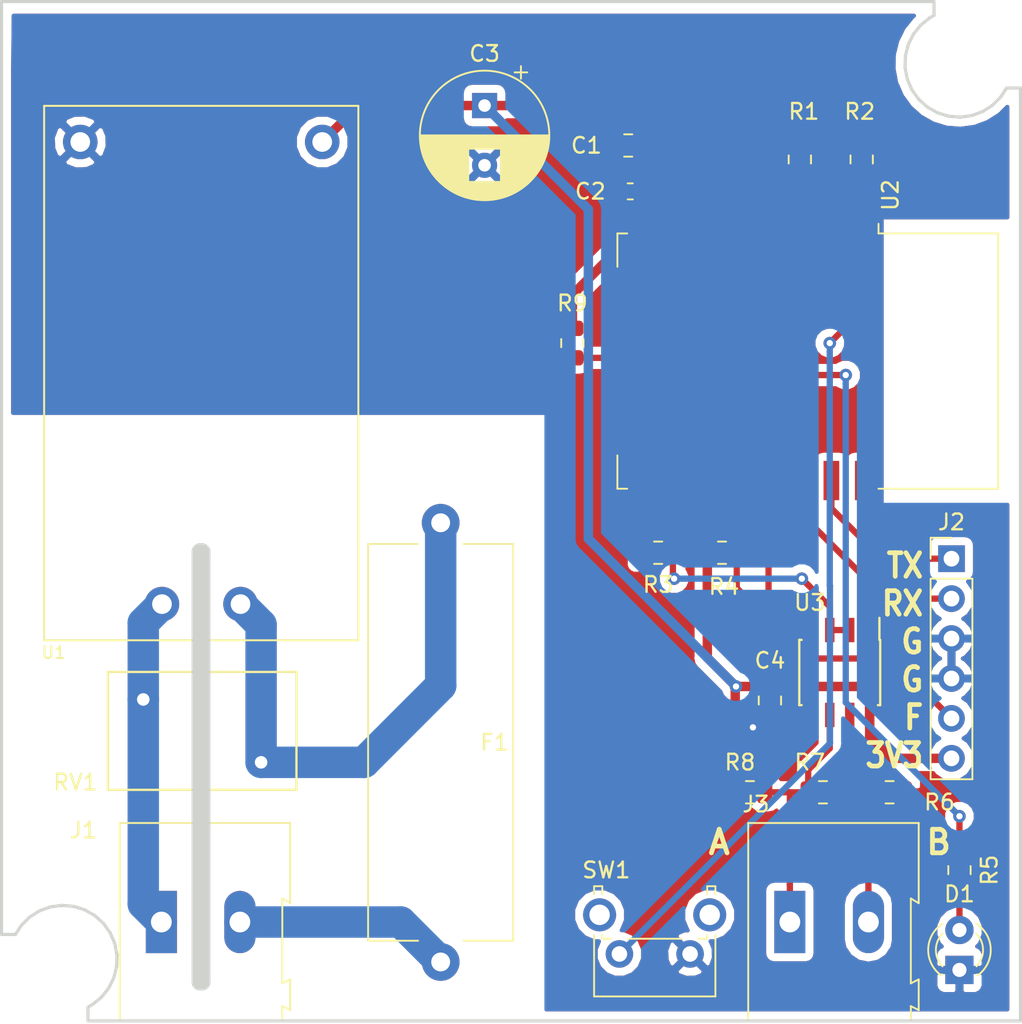
<source format=kicad_pcb>
(kicad_pcb (version 20171130) (host pcbnew 5.0.1-33cea8e~68~ubuntu18.04.1)

  (general
    (thickness 1.6)
    (drawings 154)
    (tracks 118)
    (zones 0)
    (modules 23)
    (nets 23)
  )

  (page A4)
  (layers
    (0 F.Cu signal)
    (31 B.Cu signal)
    (36 B.SilkS user)
    (37 F.SilkS user)
    (38 B.Mask user)
    (39 F.Mask user)
    (44 Edge.Cuts user)
    (45 Margin user)
    (46 B.CrtYd user)
    (47 F.CrtYd user)
  )

  (setup
    (last_trace_width 0.4)
    (trace_clearance 0.3)
    (zone_clearance 0.508)
    (zone_45_only no)
    (trace_min 0.2)
    (segment_width 0.2)
    (edge_width 0.15)
    (via_size 0.8)
    (via_drill 0.4)
    (via_min_size 0.4)
    (via_min_drill 0.3)
    (uvia_size 0.3)
    (uvia_drill 0.1)
    (uvias_allowed no)
    (uvia_min_size 0.2)
    (uvia_min_drill 0.1)
    (pcb_text_width 0.3)
    (pcb_text_size 1.5 1.5)
    (mod_edge_width 0.15)
    (mod_text_size 1 1)
    (mod_text_width 0.15)
    (pad_size 1.524 1.524)
    (pad_drill 0.762)
    (pad_to_mask_clearance 0.0508)
    (solder_mask_min_width 0.25)
    (aux_axis_origin 77.61915 149.192764)
    (grid_origin 77.61915 149.192764)
    (visible_elements 7FFFFFFF)
    (pcbplotparams
      (layerselection 0x010f0_ffffffff)
      (usegerberextensions true)
      (usegerberattributes false)
      (usegerberadvancedattributes false)
      (creategerberjobfile false)
      (excludeedgelayer true)
      (linewidth 0.100000)
      (plotframeref false)
      (viasonmask false)
      (mode 1)
      (useauxorigin false)
      (hpglpennumber 1)
      (hpglpenspeed 20)
      (hpglpendiameter 15.000000)
      (psnegative false)
      (psa4output false)
      (plotreference true)
      (plotvalue true)
      (plotinvisibletext false)
      (padsonsilk false)
      (subtractmaskfromsilk false)
      (outputformat 1)
      (mirror false)
      (drillshape 0)
      (scaleselection 1)
      (outputdirectory "plot/"))
  )

  (net 0 "")
  (net 1 "Net-(R2-Pad2)")
  (net 2 "Net-(R1-Pad2)")
  (net 3 +3V3)
  (net 4 GND)
  (net 5 /L)
  (net 6 /A)
  (net 7 /B)
  (net 8 /FLASH)
  (net 9 "Net-(U2-Pad2)")
  (net 10 "Net-(U2-Pad4)")
  (net 11 "Net-(U2-Pad5)")
  (net 12 "Net-(U2-Pad6)")
  (net 13 "Net-(U2-Pad17)")
  (net 14 /RX)
  (net 15 /TX)
  (net 16 /RO)
  (net 17 /DE)
  (net 18 /DI)
  (net 19 /AC_L)
  (net 20 /AC_N)
  (net 21 "Net-(D1-Pad2)")
  (net 22 "Net-(R5-Pad2)")

  (net_class Default "This is the default net class."
    (clearance 0.3)
    (trace_width 0.4)
    (via_dia 0.8)
    (via_drill 0.4)
    (uvia_dia 0.3)
    (uvia_drill 0.1)
    (diff_pair_gap 0.25)
    (diff_pair_width 0.3)
    (add_net /A)
    (add_net /B)
    (add_net /DE)
    (add_net /DI)
    (add_net /FLASH)
    (add_net /RO)
    (add_net /RX)
    (add_net /TX)
    (add_net "Net-(D1-Pad2)")
    (add_net "Net-(R1-Pad2)")
    (add_net "Net-(R2-Pad2)")
    (add_net "Net-(R5-Pad2)")
    (add_net "Net-(U2-Pad17)")
    (add_net "Net-(U2-Pad2)")
    (add_net "Net-(U2-Pad4)")
    (add_net "Net-(U2-Pad5)")
    (add_net "Net-(U2-Pad6)")
  )

  (net_class AC ""
    (clearance 1)
    (trace_width 2)
    (via_dia 0.8)
    (via_drill 0.4)
    (uvia_dia 0.3)
    (uvia_drill 0.1)
    (diff_pair_gap 0.25)
    (diff_pair_width 1)
    (add_net /AC_L)
    (add_net /AC_N)
    (add_net /L)
  )

  (net_class Power ""
    (clearance 0.3)
    (trace_width 0.6)
    (via_dia 0.8)
    (via_drill 0.4)
    (uvia_dia 0.3)
    (uvia_drill 0.1)
    (diff_pair_gap 0.25)
    (diff_pair_width 0.3)
    (add_net +3V3)
    (add_net GND)
  )

  (module Varistor:RV_Disc_D12mm_W7.5mm_P7.5mm (layer F.Cu) (tedit 5A0F68DF) (tstamp 5B6F8B64)
    (at 93.4941 132.683 180)
    (descr "Varistor, diameter 12mm, width 7.5mm, pitch 7.5mm")
    (tags "varistor SIOV")
    (path /5B6582F6)
    (fp_text reference RV1 (at 11.811 -1.27 180) (layer F.SilkS)
      (effects (font (size 1 1) (thickness 0.15)))
    )
    (fp_text value S14K385 (at 5.969 -0.254 180) (layer F.Fab)
      (effects (font (size 1 1) (thickness 0.15)))
    )
    (fp_line (start -2.25 -1.75) (end -2.25 5.75) (layer F.Fab) (width 0.1))
    (fp_line (start 9.75 -1.75) (end 9.75 5.75) (layer F.Fab) (width 0.1))
    (fp_line (start -2.25 -1.75) (end 9.75 -1.75) (layer F.Fab) (width 0.1))
    (fp_line (start -2.25 5.75) (end 9.75 5.75) (layer F.Fab) (width 0.1))
    (fp_line (start -2.25 -1.75) (end -2.25 5.75) (layer F.SilkS) (width 0.15))
    (fp_line (start 9.75 -1.75) (end 9.75 5.75) (layer F.SilkS) (width 0.15))
    (fp_line (start -2.25 -1.75) (end 9.75 -1.75) (layer F.SilkS) (width 0.15))
    (fp_line (start -2.25 5.75) (end 9.75 5.75) (layer F.SilkS) (width 0.15))
    (fp_line (start -2.5 -2) (end -2.5 6) (layer F.CrtYd) (width 0.05))
    (fp_line (start 10 -2) (end 10 6) (layer F.CrtYd) (width 0.05))
    (fp_line (start -2.5 -2) (end 10 -2) (layer F.CrtYd) (width 0.05))
    (fp_line (start -2.5 6) (end 10 6) (layer F.CrtYd) (width 0.05))
    (fp_text user %R (at 3.75 2 180) (layer F.Fab)
      (effects (font (size 1 1) (thickness 0.15)))
    )
    (pad 2 thru_hole circle (at 7.5 4 180) (size 1.8 1.8) (drill 0.8) (layers *.Cu *.Mask)
      (net 20 /AC_N))
    (pad 1 thru_hole circle (at 0 0 180) (size 1.8 1.8) (drill 0.8) (layers *.Cu *.Mask)
      (net 19 /AC_L))
    (model ${KISYS3DMOD}/Varistor.3dshapes/RV_Disc_D12mm_W7.5mm_P7.5mm.wrl
      (at (xyz 0 0 0))
      (scale (xyz 1 1 1))
      (rotate (xyz 0 0 0))
    )
  )

  (module latonita:Converter_ACDC_HLK-PM01_THT (layer F.Cu) (tedit 5B69917D) (tstamp 5B823EAC)
    (at 89.6841 107.918 90)
    (path /5B63036D)
    (fp_text reference U1 (at -17.78 -9.398 180) (layer F.SilkS)
      (effects (font (size 0.762 0.762) (thickness 0.127)))
    )
    (fp_text value HLK-PM03 (at 0 11 90) (layer F.Fab)
      (effects (font (size 0.762 0.762) (thickness 0.127)))
    )
    (fp_line (start 17 10) (end 17 -10) (layer F.SilkS) (width 0.127))
    (fp_line (start -17 -10) (end -17 10) (layer F.SilkS) (width 0.127))
    (fp_line (start -17 10) (end 17 10) (layer F.SilkS) (width 0.127))
    (fp_line (start 17 -10) (end -17 -10) (layer F.SilkS) (width 0.127))
    (pad 2 thru_hole circle (at -14.7 -2.5 90) (size 2.2 2.2) (drill 1.25) (layers *.Cu *.Mask)
      (net 20 /AC_N))
    (pad 1 thru_hole circle (at -14.7 2.5 90) (size 2.2 2.2) (drill 1.25) (layers *.Cu *.Mask)
      (net 19 /AC_L))
    (pad 3 thru_hole circle (at 14.7 -7.7 90) (size 2.2 2.2) (drill 1.25) (layers *.Cu *.Mask)
      (net 4 GND))
    (pad 4 thru_hole circle (at 14.7 7.7 90) (size 2.2 2.2) (drill 1.25) (layers *.Cu *.Mask)
      (net 3 +3V3))
    (model ${KICAD_LATONITA}/3D/Power_Supplies/AC_DC_Converters/VRML/HLK-PM01.wrl
      (at (xyz 0 0 0))
      (scale (xyz 1 1 1))
      (rotate (xyz 0 0 0))
    )
  )

  (module latonita:RF_Module_ESP-12E_SMD (layer F.Cu) (tedit 5B633C89) (tstamp 5B823E78)
    (at 128.292 107.156 270)
    (descr "Wi-Fi Module, http://wiki.ai-thinker.com/_media/esp8266/docs/aithinker_esp_12f_datasheet_en.pdf")
    (tags "Wi-Fi Module")
    (path /5B61F50A)
    (attr smd)
    (fp_text reference U2 (at -10.56 -5.26 270) (layer F.SilkS)
      (effects (font (size 1 1) (thickness 0.15)))
    )
    (fp_text value ESP-12E (at -0.06 -12.78 270) (layer F.Fab)
      (effects (font (size 1 1) (thickness 0.15)))
    )
    (fp_line (start 5.56 -4.8) (end 8.12 -7.36) (layer Dwgs.User) (width 0.12))
    (fp_line (start 2.56 -4.8) (end 8.12 -10.36) (layer Dwgs.User) (width 0.12))
    (fp_line (start -0.44 -4.8) (end 6.88 -12.12) (layer Dwgs.User) (width 0.12))
    (fp_line (start -3.44 -4.8) (end 3.88 -12.12) (layer Dwgs.User) (width 0.12))
    (fp_line (start -6.44 -4.8) (end 0.88 -12.12) (layer Dwgs.User) (width 0.12))
    (fp_line (start -8.12 -6.12) (end -2.12 -12.12) (layer Dwgs.User) (width 0.12))
    (fp_line (start -8.12 -9.12) (end -5.12 -12.12) (layer Dwgs.User) (width 0.12))
    (fp_line (start -8.12 -4.8) (end -8.12 -12.12) (layer Dwgs.User) (width 0.12))
    (fp_line (start 8.12 -4.8) (end -8.12 -4.8) (layer Dwgs.User) (width 0.12))
    (fp_line (start 8.12 -12.12) (end 8.12 -4.8) (layer Dwgs.User) (width 0.12))
    (fp_line (start -8.12 -12.12) (end 8.12 -12.12) (layer Dwgs.User) (width 0.12))
    (fp_line (start -8.12 -4.5) (end -8.73 -4.5) (layer F.SilkS) (width 0.12))
    (fp_line (start -8.12 -4.5) (end -8.12 -12.12) (layer F.SilkS) (width 0.12))
    (fp_line (start -8.12 12.12) (end -8.12 11.5) (layer F.SilkS) (width 0.12))
    (fp_line (start -6 12.12) (end -8.12 12.12) (layer F.SilkS) (width 0.12))
    (fp_line (start 8.12 12.12) (end 6 12.12) (layer F.SilkS) (width 0.12))
    (fp_line (start 8.12 11.5) (end 8.12 12.12) (layer F.SilkS) (width 0.12))
    (fp_line (start 8.12 -12.12) (end 8.12 -4.5) (layer F.SilkS) (width 0.12))
    (fp_line (start -8.12 -12.12) (end 8.12 -12.12) (layer F.SilkS) (width 0.12))
    (fp_line (start -9.05 13.1) (end -9.05 -12.2) (layer F.CrtYd) (width 0.05))
    (fp_line (start 9.05 13.1) (end -9.05 13.1) (layer F.CrtYd) (width 0.05))
    (fp_line (start 9.05 -12.2) (end 9.05 13.1) (layer F.CrtYd) (width 0.05))
    (fp_line (start -9.05 -12.2) (end 9.05 -12.2) (layer F.CrtYd) (width 0.05))
    (fp_line (start -8 -4) (end -8 -12) (layer F.Fab) (width 0.12))
    (fp_line (start -7.5 -3.5) (end -8 -4) (layer F.Fab) (width 0.12))
    (fp_line (start -8 -3) (end -7.5 -3.5) (layer F.Fab) (width 0.12))
    (fp_line (start -8 12) (end -8 -3) (layer F.Fab) (width 0.12))
    (fp_line (start 8 12) (end -8 12) (layer F.Fab) (width 0.12))
    (fp_line (start 8 -12) (end 8 12) (layer F.Fab) (width 0.12))
    (fp_line (start -8 -12) (end 8 -12) (layer F.Fab) (width 0.12))
    (fp_text user %R (at 0.49 -0.8 270) (layer F.Fab)
      (effects (font (size 1 1) (thickness 0.15)))
    )
    (fp_text user "KEEP-OUT ZONE" (at 0.03 -9.55 90) (layer Cmts.User)
      (effects (font (size 1 1) (thickness 0.15)))
    )
    (fp_text user Antenna (at -0.06 -7 90) (layer Cmts.User)
      (effects (font (size 1 1) (thickness 0.15)))
    )
    (pad 22 smd rect (at 7.6 -3.5 270) (size 2.5 1) (layers F.Cu F.Paste F.Mask)
      (net 15 /TX))
    (pad 21 smd rect (at 7.6 -1.5 270) (size 2.5 1) (layers F.Cu F.Paste F.Mask)
      (net 14 /RX))
    (pad 20 smd rect (at 7.6 0.5 270) (size 2.5 1) (layers F.Cu F.Paste F.Mask)
      (net 16 /RO))
    (pad 19 smd rect (at 7.6 2.5 270) (size 2.5 1) (layers F.Cu F.Paste F.Mask)
      (net 18 /DI))
    (pad 18 smd rect (at 7.6 4.5 270) (size 2.5 1) (layers F.Cu F.Paste F.Mask)
      (net 8 /FLASH))
    (pad 17 smd rect (at 7.6 6.5 270) (size 2.5 1) (layers F.Cu F.Paste F.Mask)
      (net 13 "Net-(U2-Pad17)"))
    (pad 16 smd rect (at 7.6 8.5 270) (size 2.5 1) (layers F.Cu F.Paste F.Mask)
      (net 17 /DE))
    (pad 15 smd rect (at 7.6 10.5 270) (size 2.5 1) (layers F.Cu F.Paste F.Mask)
      (net 4 GND))
    (pad 8 smd rect (at -7.6 10.5 270) (size 2.5 1) (layers F.Cu F.Paste F.Mask)
      (net 3 +3V3))
    (pad 7 smd rect (at -7.6 8.5 270) (size 2.5 1) (layers F.Cu F.Paste F.Mask)
      (net 22 "Net-(R5-Pad2)"))
    (pad 6 smd rect (at -7.6 6.5 270) (size 2.5 1) (layers F.Cu F.Paste F.Mask)
      (net 12 "Net-(U2-Pad6)"))
    (pad 5 smd rect (at -7.6 4.5 270) (size 2.5 1) (layers F.Cu F.Paste F.Mask)
      (net 11 "Net-(U2-Pad5)"))
    (pad 4 smd rect (at -7.6 2.5 270) (size 2.5 1) (layers F.Cu F.Paste F.Mask)
      (net 10 "Net-(U2-Pad4)"))
    (pad 3 smd rect (at -7.6 0.5 270) (size 2.5 1) (layers F.Cu F.Paste F.Mask)
      (net 2 "Net-(R1-Pad2)"))
    (pad 2 smd rect (at -7.6 -1.5 270) (size 2.5 1) (layers F.Cu F.Paste F.Mask)
      (net 9 "Net-(U2-Pad2)"))
    (pad 1 smd rect (at -7.6 -3.5 270) (size 2.5 1) (layers F.Cu F.Paste F.Mask)
      (net 1 "Net-(R2-Pad2)"))
    (model ${KISYS3DMOD}/RF_Module.3dshapes/ESP-12E.wrl
      (at (xyz 0 0 0))
      (scale (xyz 1 1 1))
      (rotate (xyz 0 0 0))
    )
    (model ${KICAD_LATONITA}/3D/RF_Module.3dshapes/AI-THINKER_ESP-12.STEP
      (offset (xyz -8 -12 0))
      (scale (xyz 1 1 1))
      (rotate (xyz -90 0 0))
    )
  )

  (module Resistor_SMD:R_0805_2012Metric (layer F.Cu) (tedit 5B36C52B) (tstamp 5B697D26)
    (at 113.306 106.013 270)
    (descr "Resistor SMD 0805 (2012 Metric), square (rectangular) end terminal, IPC_7351 nominal, (Body size source: https://docs.google.com/spreadsheets/d/1BsfQQcO9C6DZCsRaXUlFlo91Tg2WpOkGARC1WS5S8t0/edit?usp=sharing), generated with kicad-footprint-generator")
    (tags resistor)
    (path /5B657AB5)
    (attr smd)
    (fp_text reference R9 (at -2.54 0) (layer F.SilkS)
      (effects (font (size 1 1) (thickness 0.15)))
    )
    (fp_text value 10k (at 0 1.65 270) (layer F.Fab)
      (effects (font (size 1 1) (thickness 0.15)))
    )
    (fp_line (start -1 0.6) (end -1 -0.6) (layer F.Fab) (width 0.1))
    (fp_line (start -1 -0.6) (end 1 -0.6) (layer F.Fab) (width 0.1))
    (fp_line (start 1 -0.6) (end 1 0.6) (layer F.Fab) (width 0.1))
    (fp_line (start 1 0.6) (end -1 0.6) (layer F.Fab) (width 0.1))
    (fp_line (start -0.258578 -0.71) (end 0.258578 -0.71) (layer F.SilkS) (width 0.12))
    (fp_line (start -0.258578 0.71) (end 0.258578 0.71) (layer F.SilkS) (width 0.12))
    (fp_line (start -1.68 0.95) (end -1.68 -0.95) (layer F.CrtYd) (width 0.05))
    (fp_line (start -1.68 -0.95) (end 1.68 -0.95) (layer F.CrtYd) (width 0.05))
    (fp_line (start 1.68 -0.95) (end 1.68 0.95) (layer F.CrtYd) (width 0.05))
    (fp_line (start 1.68 0.95) (end -1.68 0.95) (layer F.CrtYd) (width 0.05))
    (fp_text user %R (at 0 0 270) (layer F.Fab)
      (effects (font (size 0.5 0.5) (thickness 0.08)))
    )
    (pad 1 smd roundrect (at -0.9375 0 270) (size 0.975 1.4) (layers F.Cu F.Paste F.Mask) (roundrect_rratio 0.25)
      (net 3 +3V3))
    (pad 2 smd roundrect (at 0.9375 0 270) (size 0.975 1.4) (layers F.Cu F.Paste F.Mask) (roundrect_rratio 0.25)
      (net 16 /RO))
    (model ${KISYS3DMOD}/Resistor_SMD.3dshapes/R_0805_2012Metric.wrl
      (at (xyz 0 0 0))
      (scale (xyz 1 1 1))
      (rotate (xyz 0 0 0))
    )
  )

  (module Resistor_SMD:R_0805_2012Metric (layer F.Cu) (tedit 5B36C52B) (tstamp 5B709EA6)
    (at 133.499 134.588 180)
    (descr "Resistor SMD 0805 (2012 Metric), square (rectangular) end terminal, IPC_7351 nominal, (Body size source: https://docs.google.com/spreadsheets/d/1BsfQQcO9C6DZCsRaXUlFlo91Tg2WpOkGARC1WS5S8t0/edit?usp=sharing), generated with kicad-footprint-generator")
    (tags resistor)
    (path /5B64A5E1)
    (attr smd)
    (fp_text reference R6 (at -3.175 -0.635 180) (layer F.SilkS)
      (effects (font (size 1 1) (thickness 0.15)))
    )
    (fp_text value 560 (at 0 1.65 180) (layer F.Fab)
      (effects (font (size 1 1) (thickness 0.15)))
    )
    (fp_line (start -1 0.6) (end -1 -0.6) (layer F.Fab) (width 0.1))
    (fp_line (start -1 -0.6) (end 1 -0.6) (layer F.Fab) (width 0.1))
    (fp_line (start 1 -0.6) (end 1 0.6) (layer F.Fab) (width 0.1))
    (fp_line (start 1 0.6) (end -1 0.6) (layer F.Fab) (width 0.1))
    (fp_line (start -0.258578 -0.71) (end 0.258578 -0.71) (layer F.SilkS) (width 0.12))
    (fp_line (start -0.258578 0.71) (end 0.258578 0.71) (layer F.SilkS) (width 0.12))
    (fp_line (start -1.68 0.95) (end -1.68 -0.95) (layer F.CrtYd) (width 0.05))
    (fp_line (start -1.68 -0.95) (end 1.68 -0.95) (layer F.CrtYd) (width 0.05))
    (fp_line (start 1.68 -0.95) (end 1.68 0.95) (layer F.CrtYd) (width 0.05))
    (fp_line (start 1.68 0.95) (end -1.68 0.95) (layer F.CrtYd) (width 0.05))
    (fp_text user %R (at 0 0 180) (layer F.Fab)
      (effects (font (size 0.5 0.5) (thickness 0.08)))
    )
    (pad 1 smd roundrect (at -0.9375 0 180) (size 0.975 1.4) (layers F.Cu F.Paste F.Mask) (roundrect_rratio 0.25)
      (net 4 GND))
    (pad 2 smd roundrect (at 0.9375 0 180) (size 0.975 1.4) (layers F.Cu F.Paste F.Mask) (roundrect_rratio 0.25)
      (net 7 /B))
    (model ${KISYS3DMOD}/Resistor_SMD.3dshapes/R_0805_2012Metric.wrl
      (at (xyz 0 0 0))
      (scale (xyz 1 1 1))
      (rotate (xyz 0 0 0))
    )
  )

  (module Resistor_SMD:R_0805_2012Metric (layer F.Cu) (tedit 5B36C52B) (tstamp 5B70A1D1)
    (at 129.254 134.588 180)
    (descr "Resistor SMD 0805 (2012 Metric), square (rectangular) end terminal, IPC_7351 nominal, (Body size source: https://docs.google.com/spreadsheets/d/1BsfQQcO9C6DZCsRaXUlFlo91Tg2WpOkGARC1WS5S8t0/edit?usp=sharing), generated with kicad-footprint-generator")
    (tags resistor)
    (path /5B64A503)
    (attr smd)
    (fp_text reference R7 (at 0.834999 1.905 180) (layer F.SilkS)
      (effects (font (size 1 1) (thickness 0.15)))
    )
    (fp_text value 120 (at 0 1.65 180) (layer F.Fab)
      (effects (font (size 1 1) (thickness 0.15)))
    )
    (fp_text user %R (at 0 0 180) (layer F.Fab)
      (effects (font (size 0.5 0.5) (thickness 0.08)))
    )
    (fp_line (start 1.68 0.95) (end -1.68 0.95) (layer F.CrtYd) (width 0.05))
    (fp_line (start 1.68 -0.95) (end 1.68 0.95) (layer F.CrtYd) (width 0.05))
    (fp_line (start -1.68 -0.95) (end 1.68 -0.95) (layer F.CrtYd) (width 0.05))
    (fp_line (start -1.68 0.95) (end -1.68 -0.95) (layer F.CrtYd) (width 0.05))
    (fp_line (start -0.258578 0.71) (end 0.258578 0.71) (layer F.SilkS) (width 0.12))
    (fp_line (start -0.258578 -0.71) (end 0.258578 -0.71) (layer F.SilkS) (width 0.12))
    (fp_line (start 1 0.6) (end -1 0.6) (layer F.Fab) (width 0.1))
    (fp_line (start 1 -0.6) (end 1 0.6) (layer F.Fab) (width 0.1))
    (fp_line (start -1 -0.6) (end 1 -0.6) (layer F.Fab) (width 0.1))
    (fp_line (start -1 0.6) (end -1 -0.6) (layer F.Fab) (width 0.1))
    (pad 2 smd roundrect (at 0.9375 0 180) (size 0.975 1.4) (layers F.Cu F.Paste F.Mask) (roundrect_rratio 0.25)
      (net 6 /A))
    (pad 1 smd roundrect (at -0.9375 0 180) (size 0.975 1.4) (layers F.Cu F.Paste F.Mask) (roundrect_rratio 0.25)
      (net 7 /B))
    (model ${KISYS3DMOD}/Resistor_SMD.3dshapes/R_0805_2012Metric.wrl
      (at (xyz 0 0 0))
      (scale (xyz 1 1 1))
      (rotate (xyz 0 0 0))
    )
  )

  (module Resistor_SMD:R_0805_2012Metric (layer F.Cu) (tedit 5B36C52B) (tstamp 5B709E24)
    (at 124.609 134.588 180)
    (descr "Resistor SMD 0805 (2012 Metric), square (rectangular) end terminal, IPC_7351 nominal, (Body size source: https://docs.google.com/spreadsheets/d/1BsfQQcO9C6DZCsRaXUlFlo91Tg2WpOkGARC1WS5S8t0/edit?usp=sharing), generated with kicad-footprint-generator")
    (tags resistor)
    (path /5B64A625)
    (attr smd)
    (fp_text reference R8 (at 0.635 1.905 180) (layer F.SilkS)
      (effects (font (size 1 1) (thickness 0.15)))
    )
    (fp_text value 560 (at 0 1.65 180) (layer F.Fab)
      (effects (font (size 1 1) (thickness 0.15)))
    )
    (fp_line (start -1 0.6) (end -1 -0.6) (layer F.Fab) (width 0.1))
    (fp_line (start -1 -0.6) (end 1 -0.6) (layer F.Fab) (width 0.1))
    (fp_line (start 1 -0.6) (end 1 0.6) (layer F.Fab) (width 0.1))
    (fp_line (start 1 0.6) (end -1 0.6) (layer F.Fab) (width 0.1))
    (fp_line (start -0.258578 -0.71) (end 0.258578 -0.71) (layer F.SilkS) (width 0.12))
    (fp_line (start -0.258578 0.71) (end 0.258578 0.71) (layer F.SilkS) (width 0.12))
    (fp_line (start -1.68 0.95) (end -1.68 -0.95) (layer F.CrtYd) (width 0.05))
    (fp_line (start -1.68 -0.95) (end 1.68 -0.95) (layer F.CrtYd) (width 0.05))
    (fp_line (start 1.68 -0.95) (end 1.68 0.95) (layer F.CrtYd) (width 0.05))
    (fp_line (start 1.68 0.95) (end -1.68 0.95) (layer F.CrtYd) (width 0.05))
    (fp_text user %R (at 0 0 180) (layer F.Fab)
      (effects (font (size 0.5 0.5) (thickness 0.08)))
    )
    (pad 1 smd roundrect (at -0.9375 0 180) (size 0.975 1.4) (layers F.Cu F.Paste F.Mask) (roundrect_rratio 0.25)
      (net 6 /A))
    (pad 2 smd roundrect (at 0.9375 0 180) (size 0.975 1.4) (layers F.Cu F.Paste F.Mask) (roundrect_rratio 0.25)
      (net 3 +3V3))
    (model ${KISYS3DMOD}/Resistor_SMD.3dshapes/R_0805_2012Metric.wrl
      (at (xyz 0 0 0))
      (scale (xyz 1 1 1))
      (rotate (xyz 0 0 0))
    )
  )

  (module Capacitor_THT:CP_Radial_D8.0mm_P3.80mm (layer F.Cu) (tedit 5AE50EF0) (tstamp 5B71B286)
    (at 107.718 90.8998 270)
    (descr "CP, Radial series, Radial, pin pitch=3.80mm, , diameter=8mm, Electrolytic Capacitor")
    (tags "CP Radial series Radial pin pitch 3.80mm  diameter 8mm Electrolytic Capacitor")
    (path /5B635824)
    (fp_text reference C3 (at -3.302 0) (layer F.SilkS)
      (effects (font (size 1 1) (thickness 0.15)))
    )
    (fp_text value 470uF (at 1.9 5.25 270) (layer F.Fab)
      (effects (font (size 1 1) (thickness 0.15)))
    )
    (fp_circle (center 1.9 0) (end 5.9 0) (layer F.Fab) (width 0.1))
    (fp_circle (center 1.9 0) (end 6.02 0) (layer F.SilkS) (width 0.12))
    (fp_circle (center 1.9 0) (end 6.15 0) (layer F.CrtYd) (width 0.05))
    (fp_line (start -1.526759 -1.7475) (end -0.726759 -1.7475) (layer F.Fab) (width 0.1))
    (fp_line (start -1.126759 -2.1475) (end -1.126759 -1.3475) (layer F.Fab) (width 0.1))
    (fp_line (start 1.9 -4.08) (end 1.9 4.08) (layer F.SilkS) (width 0.12))
    (fp_line (start 1.94 -4.08) (end 1.94 4.08) (layer F.SilkS) (width 0.12))
    (fp_line (start 1.98 -4.08) (end 1.98 4.08) (layer F.SilkS) (width 0.12))
    (fp_line (start 2.02 -4.079) (end 2.02 4.079) (layer F.SilkS) (width 0.12))
    (fp_line (start 2.06 -4.077) (end 2.06 4.077) (layer F.SilkS) (width 0.12))
    (fp_line (start 2.1 -4.076) (end 2.1 4.076) (layer F.SilkS) (width 0.12))
    (fp_line (start 2.14 -4.074) (end 2.14 4.074) (layer F.SilkS) (width 0.12))
    (fp_line (start 2.18 -4.071) (end 2.18 4.071) (layer F.SilkS) (width 0.12))
    (fp_line (start 2.22 -4.068) (end 2.22 4.068) (layer F.SilkS) (width 0.12))
    (fp_line (start 2.26 -4.065) (end 2.26 4.065) (layer F.SilkS) (width 0.12))
    (fp_line (start 2.3 -4.061) (end 2.3 4.061) (layer F.SilkS) (width 0.12))
    (fp_line (start 2.34 -4.057) (end 2.34 4.057) (layer F.SilkS) (width 0.12))
    (fp_line (start 2.38 -4.052) (end 2.38 4.052) (layer F.SilkS) (width 0.12))
    (fp_line (start 2.42 -4.048) (end 2.42 4.048) (layer F.SilkS) (width 0.12))
    (fp_line (start 2.46 -4.042) (end 2.46 4.042) (layer F.SilkS) (width 0.12))
    (fp_line (start 2.5 -4.037) (end 2.5 4.037) (layer F.SilkS) (width 0.12))
    (fp_line (start 2.54 -4.03) (end 2.54 4.03) (layer F.SilkS) (width 0.12))
    (fp_line (start 2.58 -4.024) (end 2.58 4.024) (layer F.SilkS) (width 0.12))
    (fp_line (start 2.621 -4.017) (end 2.621 4.017) (layer F.SilkS) (width 0.12))
    (fp_line (start 2.661 -4.01) (end 2.661 4.01) (layer F.SilkS) (width 0.12))
    (fp_line (start 2.701 -4.002) (end 2.701 4.002) (layer F.SilkS) (width 0.12))
    (fp_line (start 2.741 -3.994) (end 2.741 3.994) (layer F.SilkS) (width 0.12))
    (fp_line (start 2.781 -3.985) (end 2.781 -1.04) (layer F.SilkS) (width 0.12))
    (fp_line (start 2.781 1.04) (end 2.781 3.985) (layer F.SilkS) (width 0.12))
    (fp_line (start 2.821 -3.976) (end 2.821 -1.04) (layer F.SilkS) (width 0.12))
    (fp_line (start 2.821 1.04) (end 2.821 3.976) (layer F.SilkS) (width 0.12))
    (fp_line (start 2.861 -3.967) (end 2.861 -1.04) (layer F.SilkS) (width 0.12))
    (fp_line (start 2.861 1.04) (end 2.861 3.967) (layer F.SilkS) (width 0.12))
    (fp_line (start 2.901 -3.957) (end 2.901 -1.04) (layer F.SilkS) (width 0.12))
    (fp_line (start 2.901 1.04) (end 2.901 3.957) (layer F.SilkS) (width 0.12))
    (fp_line (start 2.941 -3.947) (end 2.941 -1.04) (layer F.SilkS) (width 0.12))
    (fp_line (start 2.941 1.04) (end 2.941 3.947) (layer F.SilkS) (width 0.12))
    (fp_line (start 2.981 -3.936) (end 2.981 -1.04) (layer F.SilkS) (width 0.12))
    (fp_line (start 2.981 1.04) (end 2.981 3.936) (layer F.SilkS) (width 0.12))
    (fp_line (start 3.021 -3.925) (end 3.021 -1.04) (layer F.SilkS) (width 0.12))
    (fp_line (start 3.021 1.04) (end 3.021 3.925) (layer F.SilkS) (width 0.12))
    (fp_line (start 3.061 -3.914) (end 3.061 -1.04) (layer F.SilkS) (width 0.12))
    (fp_line (start 3.061 1.04) (end 3.061 3.914) (layer F.SilkS) (width 0.12))
    (fp_line (start 3.101 -3.902) (end 3.101 -1.04) (layer F.SilkS) (width 0.12))
    (fp_line (start 3.101 1.04) (end 3.101 3.902) (layer F.SilkS) (width 0.12))
    (fp_line (start 3.141 -3.889) (end 3.141 -1.04) (layer F.SilkS) (width 0.12))
    (fp_line (start 3.141 1.04) (end 3.141 3.889) (layer F.SilkS) (width 0.12))
    (fp_line (start 3.181 -3.877) (end 3.181 -1.04) (layer F.SilkS) (width 0.12))
    (fp_line (start 3.181 1.04) (end 3.181 3.877) (layer F.SilkS) (width 0.12))
    (fp_line (start 3.221 -3.863) (end 3.221 -1.04) (layer F.SilkS) (width 0.12))
    (fp_line (start 3.221 1.04) (end 3.221 3.863) (layer F.SilkS) (width 0.12))
    (fp_line (start 3.261 -3.85) (end 3.261 -1.04) (layer F.SilkS) (width 0.12))
    (fp_line (start 3.261 1.04) (end 3.261 3.85) (layer F.SilkS) (width 0.12))
    (fp_line (start 3.301 -3.835) (end 3.301 -1.04) (layer F.SilkS) (width 0.12))
    (fp_line (start 3.301 1.04) (end 3.301 3.835) (layer F.SilkS) (width 0.12))
    (fp_line (start 3.341 -3.821) (end 3.341 -1.04) (layer F.SilkS) (width 0.12))
    (fp_line (start 3.341 1.04) (end 3.341 3.821) (layer F.SilkS) (width 0.12))
    (fp_line (start 3.381 -3.805) (end 3.381 -1.04) (layer F.SilkS) (width 0.12))
    (fp_line (start 3.381 1.04) (end 3.381 3.805) (layer F.SilkS) (width 0.12))
    (fp_line (start 3.421 -3.79) (end 3.421 -1.04) (layer F.SilkS) (width 0.12))
    (fp_line (start 3.421 1.04) (end 3.421 3.79) (layer F.SilkS) (width 0.12))
    (fp_line (start 3.461 -3.774) (end 3.461 -1.04) (layer F.SilkS) (width 0.12))
    (fp_line (start 3.461 1.04) (end 3.461 3.774) (layer F.SilkS) (width 0.12))
    (fp_line (start 3.501 -3.757) (end 3.501 -1.04) (layer F.SilkS) (width 0.12))
    (fp_line (start 3.501 1.04) (end 3.501 3.757) (layer F.SilkS) (width 0.12))
    (fp_line (start 3.541 -3.74) (end 3.541 -1.04) (layer F.SilkS) (width 0.12))
    (fp_line (start 3.541 1.04) (end 3.541 3.74) (layer F.SilkS) (width 0.12))
    (fp_line (start 3.581 -3.722) (end 3.581 -1.04) (layer F.SilkS) (width 0.12))
    (fp_line (start 3.581 1.04) (end 3.581 3.722) (layer F.SilkS) (width 0.12))
    (fp_line (start 3.621 -3.704) (end 3.621 -1.04) (layer F.SilkS) (width 0.12))
    (fp_line (start 3.621 1.04) (end 3.621 3.704) (layer F.SilkS) (width 0.12))
    (fp_line (start 3.661 -3.686) (end 3.661 -1.04) (layer F.SilkS) (width 0.12))
    (fp_line (start 3.661 1.04) (end 3.661 3.686) (layer F.SilkS) (width 0.12))
    (fp_line (start 3.701 -3.666) (end 3.701 -1.04) (layer F.SilkS) (width 0.12))
    (fp_line (start 3.701 1.04) (end 3.701 3.666) (layer F.SilkS) (width 0.12))
    (fp_line (start 3.741 -3.647) (end 3.741 -1.04) (layer F.SilkS) (width 0.12))
    (fp_line (start 3.741 1.04) (end 3.741 3.647) (layer F.SilkS) (width 0.12))
    (fp_line (start 3.781 -3.627) (end 3.781 -1.04) (layer F.SilkS) (width 0.12))
    (fp_line (start 3.781 1.04) (end 3.781 3.627) (layer F.SilkS) (width 0.12))
    (fp_line (start 3.821 -3.606) (end 3.821 -1.04) (layer F.SilkS) (width 0.12))
    (fp_line (start 3.821 1.04) (end 3.821 3.606) (layer F.SilkS) (width 0.12))
    (fp_line (start 3.861 -3.584) (end 3.861 -1.04) (layer F.SilkS) (width 0.12))
    (fp_line (start 3.861 1.04) (end 3.861 3.584) (layer F.SilkS) (width 0.12))
    (fp_line (start 3.901 -3.562) (end 3.901 -1.04) (layer F.SilkS) (width 0.12))
    (fp_line (start 3.901 1.04) (end 3.901 3.562) (layer F.SilkS) (width 0.12))
    (fp_line (start 3.941 -3.54) (end 3.941 -1.04) (layer F.SilkS) (width 0.12))
    (fp_line (start 3.941 1.04) (end 3.941 3.54) (layer F.SilkS) (width 0.12))
    (fp_line (start 3.981 -3.517) (end 3.981 -1.04) (layer F.SilkS) (width 0.12))
    (fp_line (start 3.981 1.04) (end 3.981 3.517) (layer F.SilkS) (width 0.12))
    (fp_line (start 4.021 -3.493) (end 4.021 -1.04) (layer F.SilkS) (width 0.12))
    (fp_line (start 4.021 1.04) (end 4.021 3.493) (layer F.SilkS) (width 0.12))
    (fp_line (start 4.061 -3.469) (end 4.061 -1.04) (layer F.SilkS) (width 0.12))
    (fp_line (start 4.061 1.04) (end 4.061 3.469) (layer F.SilkS) (width 0.12))
    (fp_line (start 4.101 -3.444) (end 4.101 -1.04) (layer F.SilkS) (width 0.12))
    (fp_line (start 4.101 1.04) (end 4.101 3.444) (layer F.SilkS) (width 0.12))
    (fp_line (start 4.141 -3.418) (end 4.141 -1.04) (layer F.SilkS) (width 0.12))
    (fp_line (start 4.141 1.04) (end 4.141 3.418) (layer F.SilkS) (width 0.12))
    (fp_line (start 4.181 -3.392) (end 4.181 -1.04) (layer F.SilkS) (width 0.12))
    (fp_line (start 4.181 1.04) (end 4.181 3.392) (layer F.SilkS) (width 0.12))
    (fp_line (start 4.221 -3.365) (end 4.221 -1.04) (layer F.SilkS) (width 0.12))
    (fp_line (start 4.221 1.04) (end 4.221 3.365) (layer F.SilkS) (width 0.12))
    (fp_line (start 4.261 -3.338) (end 4.261 -1.04) (layer F.SilkS) (width 0.12))
    (fp_line (start 4.261 1.04) (end 4.261 3.338) (layer F.SilkS) (width 0.12))
    (fp_line (start 4.301 -3.309) (end 4.301 -1.04) (layer F.SilkS) (width 0.12))
    (fp_line (start 4.301 1.04) (end 4.301 3.309) (layer F.SilkS) (width 0.12))
    (fp_line (start 4.341 -3.28) (end 4.341 -1.04) (layer F.SilkS) (width 0.12))
    (fp_line (start 4.341 1.04) (end 4.341 3.28) (layer F.SilkS) (width 0.12))
    (fp_line (start 4.381 -3.25) (end 4.381 -1.04) (layer F.SilkS) (width 0.12))
    (fp_line (start 4.381 1.04) (end 4.381 3.25) (layer F.SilkS) (width 0.12))
    (fp_line (start 4.421 -3.22) (end 4.421 -1.04) (layer F.SilkS) (width 0.12))
    (fp_line (start 4.421 1.04) (end 4.421 3.22) (layer F.SilkS) (width 0.12))
    (fp_line (start 4.461 -3.189) (end 4.461 -1.04) (layer F.SilkS) (width 0.12))
    (fp_line (start 4.461 1.04) (end 4.461 3.189) (layer F.SilkS) (width 0.12))
    (fp_line (start 4.501 -3.156) (end 4.501 -1.04) (layer F.SilkS) (width 0.12))
    (fp_line (start 4.501 1.04) (end 4.501 3.156) (layer F.SilkS) (width 0.12))
    (fp_line (start 4.541 -3.124) (end 4.541 -1.04) (layer F.SilkS) (width 0.12))
    (fp_line (start 4.541 1.04) (end 4.541 3.124) (layer F.SilkS) (width 0.12))
    (fp_line (start 4.581 -3.09) (end 4.581 -1.04) (layer F.SilkS) (width 0.12))
    (fp_line (start 4.581 1.04) (end 4.581 3.09) (layer F.SilkS) (width 0.12))
    (fp_line (start 4.621 -3.055) (end 4.621 -1.04) (layer F.SilkS) (width 0.12))
    (fp_line (start 4.621 1.04) (end 4.621 3.055) (layer F.SilkS) (width 0.12))
    (fp_line (start 4.661 -3.019) (end 4.661 -1.04) (layer F.SilkS) (width 0.12))
    (fp_line (start 4.661 1.04) (end 4.661 3.019) (layer F.SilkS) (width 0.12))
    (fp_line (start 4.701 -2.983) (end 4.701 -1.04) (layer F.SilkS) (width 0.12))
    (fp_line (start 4.701 1.04) (end 4.701 2.983) (layer F.SilkS) (width 0.12))
    (fp_line (start 4.741 -2.945) (end 4.741 -1.04) (layer F.SilkS) (width 0.12))
    (fp_line (start 4.741 1.04) (end 4.741 2.945) (layer F.SilkS) (width 0.12))
    (fp_line (start 4.781 -2.907) (end 4.781 -1.04) (layer F.SilkS) (width 0.12))
    (fp_line (start 4.781 1.04) (end 4.781 2.907) (layer F.SilkS) (width 0.12))
    (fp_line (start 4.821 -2.867) (end 4.821 -1.04) (layer F.SilkS) (width 0.12))
    (fp_line (start 4.821 1.04) (end 4.821 2.867) (layer F.SilkS) (width 0.12))
    (fp_line (start 4.861 -2.826) (end 4.861 2.826) (layer F.SilkS) (width 0.12))
    (fp_line (start 4.901 -2.784) (end 4.901 2.784) (layer F.SilkS) (width 0.12))
    (fp_line (start 4.941 -2.741) (end 4.941 2.741) (layer F.SilkS) (width 0.12))
    (fp_line (start 4.981 -2.697) (end 4.981 2.697) (layer F.SilkS) (width 0.12))
    (fp_line (start 5.021 -2.651) (end 5.021 2.651) (layer F.SilkS) (width 0.12))
    (fp_line (start 5.061 -2.604) (end 5.061 2.604) (layer F.SilkS) (width 0.12))
    (fp_line (start 5.101 -2.556) (end 5.101 2.556) (layer F.SilkS) (width 0.12))
    (fp_line (start 5.141 -2.505) (end 5.141 2.505) (layer F.SilkS) (width 0.12))
    (fp_line (start 5.181 -2.454) (end 5.181 2.454) (layer F.SilkS) (width 0.12))
    (fp_line (start 5.221 -2.4) (end 5.221 2.4) (layer F.SilkS) (width 0.12))
    (fp_line (start 5.261 -2.345) (end 5.261 2.345) (layer F.SilkS) (width 0.12))
    (fp_line (start 5.301 -2.287) (end 5.301 2.287) (layer F.SilkS) (width 0.12))
    (fp_line (start 5.341 -2.228) (end 5.341 2.228) (layer F.SilkS) (width 0.12))
    (fp_line (start 5.381 -2.166) (end 5.381 2.166) (layer F.SilkS) (width 0.12))
    (fp_line (start 5.421 -2.102) (end 5.421 2.102) (layer F.SilkS) (width 0.12))
    (fp_line (start 5.461 -2.034) (end 5.461 2.034) (layer F.SilkS) (width 0.12))
    (fp_line (start 5.501 -1.964) (end 5.501 1.964) (layer F.SilkS) (width 0.12))
    (fp_line (start 5.541 -1.89) (end 5.541 1.89) (layer F.SilkS) (width 0.12))
    (fp_line (start 5.581 -1.813) (end 5.581 1.813) (layer F.SilkS) (width 0.12))
    (fp_line (start 5.621 -1.731) (end 5.621 1.731) (layer F.SilkS) (width 0.12))
    (fp_line (start 5.661 -1.645) (end 5.661 1.645) (layer F.SilkS) (width 0.12))
    (fp_line (start 5.701 -1.552) (end 5.701 1.552) (layer F.SilkS) (width 0.12))
    (fp_line (start 5.741 -1.453) (end 5.741 1.453) (layer F.SilkS) (width 0.12))
    (fp_line (start 5.781 -1.346) (end 5.781 1.346) (layer F.SilkS) (width 0.12))
    (fp_line (start 5.821 -1.229) (end 5.821 1.229) (layer F.SilkS) (width 0.12))
    (fp_line (start 5.861 -1.098) (end 5.861 1.098) (layer F.SilkS) (width 0.12))
    (fp_line (start 5.901 -0.948) (end 5.901 0.948) (layer F.SilkS) (width 0.12))
    (fp_line (start 5.941 -0.768) (end 5.941 0.768) (layer F.SilkS) (width 0.12))
    (fp_line (start 5.981 -0.533) (end 5.981 0.533) (layer F.SilkS) (width 0.12))
    (fp_line (start -2.509698 -2.315) (end -1.709698 -2.315) (layer F.SilkS) (width 0.12))
    (fp_line (start -2.109698 -2.715) (end -2.109698 -1.915) (layer F.SilkS) (width 0.12))
    (fp_text user %R (at 1.9 0 270) (layer F.Fab)
      (effects (font (size 1 1) (thickness 0.15)))
    )
    (pad 1 thru_hole rect (at 0 0 270) (size 1.6 1.6) (drill 0.8) (layers *.Cu *.Mask)
      (net 3 +3V3))
    (pad 2 thru_hole circle (at 3.8 0 270) (size 1.6 1.6) (drill 0.8) (layers *.Cu *.Mask)
      (net 4 GND))
    (model ${KISYS3DMOD}/Capacitor_THT.3dshapes/CP_Radial_D8.0mm_P3.80mm.wrl
      (at (xyz 0 0 0))
      (scale (xyz 1 1 1))
      (rotate (xyz 0 0 0))
    )
  )

  (module Button_Switch_THT:SW_Tactile_SPST_Angled_PTS645Vx39-2LFS (layer F.Cu) (tedit 5A02FE31) (tstamp 5B712A36)
    (at 120.799 144.875 180)
    (descr "tactile switch SPST right angle, PTS645VL39-2 LFS")
    (tags "tactile switch SPST angled PTS645VL39-2 LFS C&K Button")
    (path /5B6A7A48)
    (fp_text reference SW1 (at 5.334 5.334 180) (layer F.SilkS)
      (effects (font (size 1 1) (thickness 0.15)))
    )
    (fp_text value Reset (at 2.25 5.38988 180) (layer F.Fab)
      (effects (font (size 1 1) (thickness 0.15)))
    )
    (fp_line (start 0.5 -3.85) (end 0.5 -2.59) (layer F.Fab) (width 0.1))
    (fp_line (start 4 -3.85) (end 4 -2.59) (layer F.Fab) (width 0.1))
    (fp_line (start 0.5 -3.85) (end 4 -3.85) (layer F.Fab) (width 0.1))
    (fp_text user %R (at 2.25 1.68 180) (layer F.Fab)
      (effects (font (size 1 1) (thickness 0.15)))
    )
    (fp_line (start -1.09 0.97) (end -1.09 1.2) (layer F.SilkS) (width 0.12))
    (fp_line (start 5.7 4.2) (end 5.7 0.86) (layer F.Fab) (width 0.1))
    (fp_line (start -1.5 4.2) (end -1.2 4.2) (layer F.Fab) (width 0.1))
    (fp_line (start -1.2 0.86) (end 5.7 0.86) (layer F.Fab) (width 0.1))
    (fp_line (start 6 4.2) (end 6 -2.59) (layer F.Fab) (width 0.1))
    (fp_line (start -2.5 -2.8) (end 7.05 -2.8) (layer F.CrtYd) (width 0.05))
    (fp_line (start 7.05 -2.8) (end 7.05 4.45) (layer F.CrtYd) (width 0.05))
    (fp_line (start 7.05 4.45) (end -2.5 4.45) (layer F.CrtYd) (width 0.05))
    (fp_line (start -2.5 4.45) (end -2.5 -2.8) (layer F.CrtYd) (width 0.05))
    (fp_line (start -1.61 -2.7) (end 6.11 -2.7) (layer F.SilkS) (width 0.12))
    (fp_line (start 6.11 -2.7) (end 6.11 1.2) (layer F.SilkS) (width 0.12))
    (fp_line (start -1.61 4.31) (end -1.09 4.31) (layer F.SilkS) (width 0.12))
    (fp_line (start -1.61 -2.7) (end -1.61 1.2) (layer F.SilkS) (width 0.12))
    (fp_line (start -1.5 -2.59) (end 6 -2.59) (layer F.Fab) (width 0.1))
    (fp_line (start -1.5 4.2) (end -1.5 -2.59) (layer F.Fab) (width 0.1))
    (fp_line (start 5.7 4.2) (end 6 4.2) (layer F.Fab) (width 0.1))
    (fp_line (start -1.2 4.2) (end -1.2 0.86) (layer F.Fab) (width 0.1))
    (fp_line (start 5.59 0.97) (end 5.59 1.2) (layer F.SilkS) (width 0.12))
    (fp_line (start -1.09 3.8) (end -1.09 4.31) (layer F.SilkS) (width 0.12))
    (fp_line (start -1.61 3.8) (end -1.61 4.31) (layer F.SilkS) (width 0.12))
    (fp_line (start 5.05 0.97) (end 5.59 0.97) (layer F.SilkS) (width 0.12))
    (fp_line (start 5.59 3.8) (end 5.59 4.31) (layer F.SilkS) (width 0.12))
    (fp_line (start 5.59 4.31) (end 6.11 4.31) (layer F.SilkS) (width 0.12))
    (fp_line (start 6.11 3.8) (end 6.11 4.31) (layer F.SilkS) (width 0.12))
    (fp_line (start -1.09 0.97) (end -0.55 0.97) (layer F.SilkS) (width 0.12))
    (fp_line (start 0.55 0.97) (end 3.95 0.97) (layer F.SilkS) (width 0.12))
    (pad "" thru_hole circle (at 5.76 2.49 180) (size 2.1 2.1) (drill 1.3) (layers *.Cu *.Mask))
    (pad 2 thru_hole circle (at 4.5 0 180) (size 1.75 1.75) (drill 0.99) (layers *.Cu *.Mask)
      (net 1 "Net-(R2-Pad2)"))
    (pad 1 thru_hole circle (at 0 0 180) (size 1.75 1.75) (drill 0.99) (layers *.Cu *.Mask)
      (net 4 GND))
    (pad "" thru_hole circle (at -1.25 2.49 180) (size 2.1 2.1) (drill 1.3) (layers *.Cu *.Mask))
    (model ${KISYS3DMOD}/Button_Switch_THT.3dshapes/SW_Tactile_SPST_Angled_PTS645Vx39-2LFS.wrl
      (at (xyz 0 0 0))
      (scale (xyz 1 1 1))
      (rotate (xyz 0 0 0))
    )
  )

  (module LED_THT:LED_D3.0mm (layer F.Cu) (tedit 587A3A7B) (tstamp 5B711393)
    (at 137.944 145.891 90)
    (descr "LED, diameter 3.0mm, 2 pins")
    (tags "LED diameter 3.0mm 2 pins")
    (path /5B64355A)
    (fp_text reference D1 (at 4.826 0 180) (layer F.SilkS)
      (effects (font (size 1 1) (thickness 0.15)))
    )
    (fp_text value LED (at 1.27 2.96 90) (layer F.Fab)
      (effects (font (size 1 1) (thickness 0.15)))
    )
    (fp_arc (start 1.27 0) (end -0.23 -1.16619) (angle 284.3) (layer F.Fab) (width 0.1))
    (fp_arc (start 1.27 0) (end -0.29 -1.235516) (angle 108.8) (layer F.SilkS) (width 0.12))
    (fp_arc (start 1.27 0) (end -0.29 1.235516) (angle -108.8) (layer F.SilkS) (width 0.12))
    (fp_arc (start 1.27 0) (end 0.229039 -1.08) (angle 87.9) (layer F.SilkS) (width 0.12))
    (fp_arc (start 1.27 0) (end 0.229039 1.08) (angle -87.9) (layer F.SilkS) (width 0.12))
    (fp_circle (center 1.27 0) (end 2.77 0) (layer F.Fab) (width 0.1))
    (fp_line (start -0.23 -1.16619) (end -0.23 1.16619) (layer F.Fab) (width 0.1))
    (fp_line (start -0.29 -1.236) (end -0.29 -1.08) (layer F.SilkS) (width 0.12))
    (fp_line (start -0.29 1.08) (end -0.29 1.236) (layer F.SilkS) (width 0.12))
    (fp_line (start -1.15 -2.25) (end -1.15 2.25) (layer F.CrtYd) (width 0.05))
    (fp_line (start -1.15 2.25) (end 3.7 2.25) (layer F.CrtYd) (width 0.05))
    (fp_line (start 3.7 2.25) (end 3.7 -2.25) (layer F.CrtYd) (width 0.05))
    (fp_line (start 3.7 -2.25) (end -1.15 -2.25) (layer F.CrtYd) (width 0.05))
    (pad 1 thru_hole rect (at 0 0 90) (size 1.8 1.8) (drill 0.9) (layers *.Cu *.Mask)
      (net 4 GND))
    (pad 2 thru_hole circle (at 2.54 0 90) (size 1.8 1.8) (drill 0.9) (layers *.Cu *.Mask)
      (net 21 "Net-(D1-Pad2)"))
    (model ${KISYS3DMOD}/LED_THT.3dshapes/LED_D3.0mm.wrl
      (at (xyz 0 0 0))
      (scale (xyz 1 1 1))
      (rotate (xyz 0 0 0))
    )
  )

  (module Resistor_SMD:R_0805_2012Metric (layer F.Cu) (tedit 5B36C52B) (tstamp 5B7112E4)
    (at 137.94415 139.540764 90)
    (descr "Resistor SMD 0805 (2012 Metric), square (rectangular) end terminal, IPC_7351 nominal, (Body size source: https://docs.google.com/spreadsheets/d/1BsfQQcO9C6DZCsRaXUlFlo91Tg2WpOkGARC1WS5S8t0/edit?usp=sharing), generated with kicad-footprint-generator")
    (tags resistor)
    (path /5B6434CC)
    (attr smd)
    (fp_text reference R5 (at 0 1.905 90) (layer F.SilkS)
      (effects (font (size 1 1) (thickness 0.15)))
    )
    (fp_text value 680 (at 0 1.65 90) (layer F.Fab)
      (effects (font (size 1 1) (thickness 0.15)))
    )
    (fp_line (start -1 0.6) (end -1 -0.6) (layer F.Fab) (width 0.1))
    (fp_line (start -1 -0.6) (end 1 -0.6) (layer F.Fab) (width 0.1))
    (fp_line (start 1 -0.6) (end 1 0.6) (layer F.Fab) (width 0.1))
    (fp_line (start 1 0.6) (end -1 0.6) (layer F.Fab) (width 0.1))
    (fp_line (start -0.258578 -0.71) (end 0.258578 -0.71) (layer F.SilkS) (width 0.12))
    (fp_line (start -0.258578 0.71) (end 0.258578 0.71) (layer F.SilkS) (width 0.12))
    (fp_line (start -1.68 0.95) (end -1.68 -0.95) (layer F.CrtYd) (width 0.05))
    (fp_line (start -1.68 -0.95) (end 1.68 -0.95) (layer F.CrtYd) (width 0.05))
    (fp_line (start 1.68 -0.95) (end 1.68 0.95) (layer F.CrtYd) (width 0.05))
    (fp_line (start 1.68 0.95) (end -1.68 0.95) (layer F.CrtYd) (width 0.05))
    (fp_text user %R (at 0 0 90) (layer F.Fab)
      (effects (font (size 0.5 0.5) (thickness 0.08)))
    )
    (pad 1 smd roundrect (at -0.9375 0 90) (size 0.975 1.4) (layers F.Cu F.Paste F.Mask) (roundrect_rratio 0.25)
      (net 21 "Net-(D1-Pad2)"))
    (pad 2 smd roundrect (at 0.9375 0 90) (size 0.975 1.4) (layers F.Cu F.Paste F.Mask) (roundrect_rratio 0.25)
      (net 22 "Net-(R5-Pad2)"))
    (model ${KISYS3DMOD}/Resistor_SMD.3dshapes/R_0805_2012Metric.wrl
      (at (xyz 0 0 0))
      (scale (xyz 1 1 1))
      (rotate (xyz 0 0 0))
    )
  )

  (module Connector_PinHeader_2.54mm:PinHeader_1x06_P2.54mm_Vertical (layer F.Cu) (tedit 59FED5CC) (tstamp 5B7029E1)
    (at 137.436 119.729)
    (descr "Through hole straight pin header, 1x06, 2.54mm pitch, single row")
    (tags "Through hole pin header THT 1x06 2.54mm single row")
    (path /5B677356)
    (fp_text reference J2 (at 0 -2.33) (layer F.SilkS)
      (effects (font (size 1 1) (thickness 0.15)))
    )
    (fp_text value Conn_01x06_Male (at 0 15.03) (layer F.Fab)
      (effects (font (size 1 1) (thickness 0.15)))
    )
    (fp_line (start -0.635 -1.27) (end 1.27 -1.27) (layer F.Fab) (width 0.1))
    (fp_line (start 1.27 -1.27) (end 1.27 13.97) (layer F.Fab) (width 0.1))
    (fp_line (start 1.27 13.97) (end -1.27 13.97) (layer F.Fab) (width 0.1))
    (fp_line (start -1.27 13.97) (end -1.27 -0.635) (layer F.Fab) (width 0.1))
    (fp_line (start -1.27 -0.635) (end -0.635 -1.27) (layer F.Fab) (width 0.1))
    (fp_line (start -1.33 14.03) (end 1.33 14.03) (layer F.SilkS) (width 0.12))
    (fp_line (start -1.33 1.27) (end -1.33 14.03) (layer F.SilkS) (width 0.12))
    (fp_line (start 1.33 1.27) (end 1.33 14.03) (layer F.SilkS) (width 0.12))
    (fp_line (start -1.33 1.27) (end 1.33 1.27) (layer F.SilkS) (width 0.12))
    (fp_line (start -1.33 0) (end -1.33 -1.33) (layer F.SilkS) (width 0.12))
    (fp_line (start -1.33 -1.33) (end 0 -1.33) (layer F.SilkS) (width 0.12))
    (fp_line (start -1.8 -1.8) (end -1.8 14.5) (layer F.CrtYd) (width 0.05))
    (fp_line (start -1.8 14.5) (end 1.8 14.5) (layer F.CrtYd) (width 0.05))
    (fp_line (start 1.8 14.5) (end 1.8 -1.8) (layer F.CrtYd) (width 0.05))
    (fp_line (start 1.8 -1.8) (end -1.8 -1.8) (layer F.CrtYd) (width 0.05))
    (fp_text user %R (at 0 6.35 -270) (layer F.Fab)
      (effects (font (size 1 1) (thickness 0.15)))
    )
    (pad 1 thru_hole rect (at 0 0) (size 1.7 1.7) (drill 1) (layers *.Cu *.Mask)
      (net 15 /TX))
    (pad 2 thru_hole oval (at 0 2.54) (size 1.7 1.7) (drill 1) (layers *.Cu *.Mask)
      (net 14 /RX))
    (pad 3 thru_hole oval (at 0 5.08) (size 1.7 1.7) (drill 1) (layers *.Cu *.Mask)
      (net 4 GND))
    (pad 4 thru_hole oval (at 0 7.62) (size 1.7 1.7) (drill 1) (layers *.Cu *.Mask)
      (net 4 GND))
    (pad 5 thru_hole oval (at 0 10.16) (size 1.7 1.7) (drill 1) (layers *.Cu *.Mask)
      (net 8 /FLASH))
    (pad 6 thru_hole oval (at 0 12.7) (size 1.7 1.7) (drill 1) (layers *.Cu *.Mask)
      (net 3 +3V3))
    (model ${KISYS3DMOD}/Connector_PinHeader_2.54mm.3dshapes/PinHeader_1x06_P2.54mm_Vertical.wrl
      (at (xyz 0 0 0))
      (scale (xyz 1 1 1))
      (rotate (xyz 0 0 0))
    )
  )

  (module Capacitor_SMD:C_0603_1608Metric (layer F.Cu) (tedit 5B301BBE) (tstamp 5B6F8EA1)
    (at 116.989 96.3608 180)
    (descr "Capacitor SMD 0603 (1608 Metric), square (rectangular) end terminal, IPC_7351 nominal, (Body size source: http://www.tortai-tech.com/upload/download/2011102023233369053.pdf), generated with kicad-footprint-generator")
    (tags capacitor)
    (path /5B63C1DF)
    (attr smd)
    (fp_text reference C2 (at 2.54 0 180) (layer F.SilkS)
      (effects (font (size 1 1) (thickness 0.15)))
    )
    (fp_text value 0.01uF (at 0 1.43 180) (layer F.Fab)
      (effects (font (size 1 1) (thickness 0.15)))
    )
    (fp_line (start -0.8 0.4) (end -0.8 -0.4) (layer F.Fab) (width 0.1))
    (fp_line (start -0.8 -0.4) (end 0.8 -0.4) (layer F.Fab) (width 0.1))
    (fp_line (start 0.8 -0.4) (end 0.8 0.4) (layer F.Fab) (width 0.1))
    (fp_line (start 0.8 0.4) (end -0.8 0.4) (layer F.Fab) (width 0.1))
    (fp_line (start -0.162779 -0.51) (end 0.162779 -0.51) (layer F.SilkS) (width 0.12))
    (fp_line (start -0.162779 0.51) (end 0.162779 0.51) (layer F.SilkS) (width 0.12))
    (fp_line (start -1.48 0.73) (end -1.48 -0.73) (layer F.CrtYd) (width 0.05))
    (fp_line (start -1.48 -0.73) (end 1.48 -0.73) (layer F.CrtYd) (width 0.05))
    (fp_line (start 1.48 -0.73) (end 1.48 0.73) (layer F.CrtYd) (width 0.05))
    (fp_line (start 1.48 0.73) (end -1.48 0.73) (layer F.CrtYd) (width 0.05))
    (fp_text user %R (at 0 0 180) (layer F.Fab)
      (effects (font (size 0.4 0.4) (thickness 0.06)))
    )
    (pad 1 smd roundrect (at -0.7875 0 180) (size 0.875 0.95) (layers F.Cu F.Paste F.Mask) (roundrect_rratio 0.25)
      (net 3 +3V3))
    (pad 2 smd roundrect (at 0.7875 0 180) (size 0.875 0.95) (layers F.Cu F.Paste F.Mask) (roundrect_rratio 0.25)
      (net 4 GND))
    (model ${KISYS3DMOD}/Capacitor_SMD.3dshapes/C_0603_1608Metric.wrl
      (at (xyz 0 0 0))
      (scale (xyz 1 1 1))
      (rotate (xyz 0 0 0))
    )
  )

  (module Capacitor_SMD:C_0805_2012Metric (layer F.Cu) (tedit 5B36C52B) (tstamp 5B64AFD6)
    (at 125.87915 128.745764 90)
    (descr "Capacitor SMD 0805 (2012 Metric), square (rectangular) end terminal, IPC_7351 nominal, (Body size source: https://docs.google.com/spreadsheets/d/1BsfQQcO9C6DZCsRaXUlFlo91Tg2WpOkGARC1WS5S8t0/edit?usp=sharing), generated with kicad-footprint-generator")
    (tags capacitor)
    (path /5B666868)
    (attr smd)
    (fp_text reference C4 (at 2.54 0 180) (layer F.SilkS)
      (effects (font (size 1 1) (thickness 0.15)))
    )
    (fp_text value 0.1uF (at 0 1.65 90) (layer F.Fab)
      (effects (font (size 1 1) (thickness 0.15)))
    )
    (fp_text user %R (at 0 0 90) (layer F.Fab)
      (effects (font (size 0.5 0.5) (thickness 0.08)))
    )
    (fp_line (start 1.68 0.95) (end -1.68 0.95) (layer F.CrtYd) (width 0.05))
    (fp_line (start 1.68 -0.95) (end 1.68 0.95) (layer F.CrtYd) (width 0.05))
    (fp_line (start -1.68 -0.95) (end 1.68 -0.95) (layer F.CrtYd) (width 0.05))
    (fp_line (start -1.68 0.95) (end -1.68 -0.95) (layer F.CrtYd) (width 0.05))
    (fp_line (start -0.258578 0.71) (end 0.258578 0.71) (layer F.SilkS) (width 0.12))
    (fp_line (start -0.258578 -0.71) (end 0.258578 -0.71) (layer F.SilkS) (width 0.12))
    (fp_line (start 1 0.6) (end -1 0.6) (layer F.Fab) (width 0.1))
    (fp_line (start 1 -0.6) (end 1 0.6) (layer F.Fab) (width 0.1))
    (fp_line (start -1 -0.6) (end 1 -0.6) (layer F.Fab) (width 0.1))
    (fp_line (start -1 0.6) (end -1 -0.6) (layer F.Fab) (width 0.1))
    (pad 2 smd roundrect (at 0.9375 0 90) (size 0.975 1.4) (layers F.Cu F.Paste F.Mask) (roundrect_rratio 0.25)
      (net 3 +3V3))
    (pad 1 smd roundrect (at -0.9375 0 90) (size 0.975 1.4) (layers F.Cu F.Paste F.Mask) (roundrect_rratio 0.25)
      (net 4 GND))
    (model ${KISYS3DMOD}/Capacitor_SMD.3dshapes/C_0805_2012Metric.wrl
      (at (xyz 0 0 0))
      (scale (xyz 1 1 1))
      (rotate (xyz 0 0 0))
    )
  )

  (module Capacitor_SMD:C_0805_2012Metric (layer F.Cu) (tedit 5B36C52B) (tstamp 5B64A41B)
    (at 116.862 93.4398 180)
    (descr "Capacitor SMD 0805 (2012 Metric), square (rectangular) end terminal, IPC_7351 nominal, (Body size source: https://docs.google.com/spreadsheets/d/1BsfQQcO9C6DZCsRaXUlFlo91Tg2WpOkGARC1WS5S8t0/edit?usp=sharing), generated with kicad-footprint-generator")
    (tags capacitor)
    (path /5B63C1A3)
    (attr smd)
    (fp_text reference C1 (at 2.667 0 180) (layer F.SilkS)
      (effects (font (size 1 1) (thickness 0.15)))
    )
    (fp_text value 0.1uF (at 0 1.65 180) (layer F.Fab)
      (effects (font (size 1 1) (thickness 0.15)))
    )
    (fp_line (start -1 0.6) (end -1 -0.6) (layer F.Fab) (width 0.1))
    (fp_line (start -1 -0.6) (end 1 -0.6) (layer F.Fab) (width 0.1))
    (fp_line (start 1 -0.6) (end 1 0.6) (layer F.Fab) (width 0.1))
    (fp_line (start 1 0.6) (end -1 0.6) (layer F.Fab) (width 0.1))
    (fp_line (start -0.258578 -0.71) (end 0.258578 -0.71) (layer F.SilkS) (width 0.12))
    (fp_line (start -0.258578 0.71) (end 0.258578 0.71) (layer F.SilkS) (width 0.12))
    (fp_line (start -1.68 0.95) (end -1.68 -0.95) (layer F.CrtYd) (width 0.05))
    (fp_line (start -1.68 -0.95) (end 1.68 -0.95) (layer F.CrtYd) (width 0.05))
    (fp_line (start 1.68 -0.95) (end 1.68 0.95) (layer F.CrtYd) (width 0.05))
    (fp_line (start 1.68 0.95) (end -1.68 0.95) (layer F.CrtYd) (width 0.05))
    (fp_text user %R (at 0 0 180) (layer F.Fab)
      (effects (font (size 0.5 0.5) (thickness 0.08)))
    )
    (pad 1 smd roundrect (at -0.9375 0 180) (size 0.975 1.4) (layers F.Cu F.Paste F.Mask) (roundrect_rratio 0.25)
      (net 3 +3V3))
    (pad 2 smd roundrect (at 0.9375 0 180) (size 0.975 1.4) (layers F.Cu F.Paste F.Mask) (roundrect_rratio 0.25)
      (net 4 GND))
    (model ${KISYS3DMOD}/Capacitor_SMD.3dshapes/C_0805_2012Metric.wrl
      (at (xyz 0 0 0))
      (scale (xyz 1 1 1))
      (rotate (xyz 0 0 0))
    )
  )

  (module Package_SO:SOIC-8_3.9x4.9mm_P1.27mm (layer F.Cu) (tedit 5A02F2D3) (tstamp 5B8A2613)
    (at 130.324 126.968 270)
    (descr "8-Lead Plastic Small Outline (SN) - Narrow, 3.90 mm Body [SOIC] (see Microchip Packaging Specification 00000049BS.pdf)")
    (tags "SOIC 1.27")
    (path /5B61F167)
    (attr smd)
    (fp_text reference U3 (at -4.445 1.905) (layer F.SilkS)
      (effects (font (size 1 1) (thickness 0.15)))
    )
    (fp_text value MAX3485 (at 0 3.5 270) (layer F.Fab)
      (effects (font (size 1 1) (thickness 0.15)))
    )
    (fp_text user %R (at 0 0 270) (layer F.Fab)
      (effects (font (size 1 1) (thickness 0.15)))
    )
    (fp_line (start -0.95 -2.45) (end 1.95 -2.45) (layer F.Fab) (width 0.1))
    (fp_line (start 1.95 -2.45) (end 1.95 2.45) (layer F.Fab) (width 0.1))
    (fp_line (start 1.95 2.45) (end -1.95 2.45) (layer F.Fab) (width 0.1))
    (fp_line (start -1.95 2.45) (end -1.95 -1.45) (layer F.Fab) (width 0.1))
    (fp_line (start -1.95 -1.45) (end -0.95 -2.45) (layer F.Fab) (width 0.1))
    (fp_line (start -3.73 -2.7) (end -3.73 2.7) (layer F.CrtYd) (width 0.05))
    (fp_line (start 3.73 -2.7) (end 3.73 2.7) (layer F.CrtYd) (width 0.05))
    (fp_line (start -3.73 -2.7) (end 3.73 -2.7) (layer F.CrtYd) (width 0.05))
    (fp_line (start -3.73 2.7) (end 3.73 2.7) (layer F.CrtYd) (width 0.05))
    (fp_line (start -2.075 -2.575) (end -2.075 -2.525) (layer F.SilkS) (width 0.15))
    (fp_line (start 2.075 -2.575) (end 2.075 -2.43) (layer F.SilkS) (width 0.15))
    (fp_line (start 2.075 2.575) (end 2.075 2.43) (layer F.SilkS) (width 0.15))
    (fp_line (start -2.075 2.575) (end -2.075 2.43) (layer F.SilkS) (width 0.15))
    (fp_line (start -2.075 -2.575) (end 2.075 -2.575) (layer F.SilkS) (width 0.15))
    (fp_line (start -2.075 2.575) (end 2.075 2.575) (layer F.SilkS) (width 0.15))
    (fp_line (start -2.075 -2.525) (end -3.475 -2.525) (layer F.SilkS) (width 0.15))
    (pad 1 smd rect (at -2.7 -1.905 270) (size 1.55 0.6) (layers F.Cu F.Paste F.Mask)
      (net 16 /RO))
    (pad 2 smd rect (at -2.7 -0.635 270) (size 1.55 0.6) (layers F.Cu F.Paste F.Mask)
      (net 17 /DE))
    (pad 3 smd rect (at -2.7 0.635 270) (size 1.55 0.6) (layers F.Cu F.Paste F.Mask)
      (net 17 /DE))
    (pad 4 smd rect (at -2.7 1.905 270) (size 1.55 0.6) (layers F.Cu F.Paste F.Mask)
      (net 18 /DI))
    (pad 5 smd rect (at 2.7 1.905 270) (size 1.55 0.6) (layers F.Cu F.Paste F.Mask)
      (net 4 GND))
    (pad 6 smd rect (at 2.7 0.635 270) (size 1.55 0.6) (layers F.Cu F.Paste F.Mask)
      (net 6 /A))
    (pad 7 smd rect (at 2.7 -0.635 270) (size 1.55 0.6) (layers F.Cu F.Paste F.Mask)
      (net 7 /B))
    (pad 8 smd rect (at 2.7 -1.905 270) (size 1.55 0.6) (layers F.Cu F.Paste F.Mask)
      (net 3 +3V3))
    (model ${KISYS3DMOD}/Package_SO.3dshapes/SOIC-8_3.9x4.9mm_P1.27mm.wrl
      (at (xyz 0 0 0))
      (scale (xyz 1 1 1))
      (rotate (xyz 0 0 0))
    )
  )

  (module Resistor_SMD:R_0805_2012Metric (layer F.Cu) (tedit 5B36C52B) (tstamp 5B7087DB)
    (at 122.831 119.348)
    (descr "Resistor SMD 0805 (2012 Metric), square (rectangular) end terminal, IPC_7351 nominal, (Body size source: https://docs.google.com/spreadsheets/d/1BsfQQcO9C6DZCsRaXUlFlo91Tg2WpOkGARC1WS5S8t0/edit?usp=sharing), generated with kicad-footprint-generator")
    (tags resistor)
    (path /5B6328A6)
    (attr smd)
    (fp_text reference R4 (at 0.127 2.159) (layer F.SilkS)
      (effects (font (size 1 1) (thickness 0.15)))
    )
    (fp_text value 10k (at 0 1.65) (layer F.Fab)
      (effects (font (size 1 1) (thickness 0.15)))
    )
    (fp_text user %R (at 0 0) (layer F.Fab)
      (effects (font (size 0.5 0.5) (thickness 0.08)))
    )
    (fp_line (start 1.68 0.95) (end -1.68 0.95) (layer F.CrtYd) (width 0.05))
    (fp_line (start 1.68 -0.95) (end 1.68 0.95) (layer F.CrtYd) (width 0.05))
    (fp_line (start -1.68 -0.95) (end 1.68 -0.95) (layer F.CrtYd) (width 0.05))
    (fp_line (start -1.68 0.95) (end -1.68 -0.95) (layer F.CrtYd) (width 0.05))
    (fp_line (start -0.258578 0.71) (end 0.258578 0.71) (layer F.SilkS) (width 0.12))
    (fp_line (start -0.258578 -0.71) (end 0.258578 -0.71) (layer F.SilkS) (width 0.12))
    (fp_line (start 1 0.6) (end -1 0.6) (layer F.Fab) (width 0.1))
    (fp_line (start 1 -0.6) (end 1 0.6) (layer F.Fab) (width 0.1))
    (fp_line (start -1 -0.6) (end 1 -0.6) (layer F.Fab) (width 0.1))
    (fp_line (start -1 0.6) (end -1 -0.6) (layer F.Fab) (width 0.1))
    (pad 2 smd roundrect (at 0.9375 0) (size 0.975 1.4) (layers F.Cu F.Paste F.Mask) (roundrect_rratio 0.25)
      (net 8 /FLASH))
    (pad 1 smd roundrect (at -0.9375 0) (size 0.975 1.4) (layers F.Cu F.Paste F.Mask) (roundrect_rratio 0.25)
      (net 3 +3V3))
    (model ${KISYS3DMOD}/Resistor_SMD.3dshapes/R_0805_2012Metric.wrl
      (at (xyz 0 0 0))
      (scale (xyz 1 1 1))
      (rotate (xyz 0 0 0))
    )
  )

  (module Resistor_SMD:R_0805_2012Metric (layer F.Cu) (tedit 5B36C52B) (tstamp 5B647BE5)
    (at 118.767 119.348 180)
    (descr "Resistor SMD 0805 (2012 Metric), square (rectangular) end terminal, IPC_7351 nominal, (Body size source: https://docs.google.com/spreadsheets/d/1BsfQQcO9C6DZCsRaXUlFlo91Tg2WpOkGARC1WS5S8t0/edit?usp=sharing), generated with kicad-footprint-generator")
    (tags resistor)
    (path /5B63FD17)
    (attr smd)
    (fp_text reference R3 (at 0 -2.032 180) (layer F.SilkS)
      (effects (font (size 1 1) (thickness 0.15)))
    )
    (fp_text value 5.7k (at 0 1.65 180) (layer F.Fab)
      (effects (font (size 1 1) (thickness 0.15)))
    )
    (fp_line (start -1 0.6) (end -1 -0.6) (layer F.Fab) (width 0.1))
    (fp_line (start -1 -0.6) (end 1 -0.6) (layer F.Fab) (width 0.1))
    (fp_line (start 1 -0.6) (end 1 0.6) (layer F.Fab) (width 0.1))
    (fp_line (start 1 0.6) (end -1 0.6) (layer F.Fab) (width 0.1))
    (fp_line (start -0.258578 -0.71) (end 0.258578 -0.71) (layer F.SilkS) (width 0.12))
    (fp_line (start -0.258578 0.71) (end 0.258578 0.71) (layer F.SilkS) (width 0.12))
    (fp_line (start -1.68 0.95) (end -1.68 -0.95) (layer F.CrtYd) (width 0.05))
    (fp_line (start -1.68 -0.95) (end 1.68 -0.95) (layer F.CrtYd) (width 0.05))
    (fp_line (start 1.68 -0.95) (end 1.68 0.95) (layer F.CrtYd) (width 0.05))
    (fp_line (start 1.68 0.95) (end -1.68 0.95) (layer F.CrtYd) (width 0.05))
    (fp_text user %R (at 0 0 180) (layer F.Fab)
      (effects (font (size 0.5 0.5) (thickness 0.08)))
    )
    (pad 1 smd roundrect (at -0.9375 0 180) (size 0.975 1.4) (layers F.Cu F.Paste F.Mask) (roundrect_rratio 0.25)
      (net 17 /DE))
    (pad 2 smd roundrect (at 0.9375 0 180) (size 0.975 1.4) (layers F.Cu F.Paste F.Mask) (roundrect_rratio 0.25)
      (net 4 GND))
    (model ${KISYS3DMOD}/Resistor_SMD.3dshapes/R_0805_2012Metric.wrl
      (at (xyz 0 0 0))
      (scale (xyz 1 1 1))
      (rotate (xyz 0 0 0))
    )
  )

  (module Resistor_THT:R_Axial_Power_L25.0mm_W9.0mm_P27.94mm (layer F.Cu) (tedit 5AE5139B) (tstamp 5B6F8C48)
    (at 104.924 117.443 270)
    (descr "Resistor, Axial_Power series, Box, pin pitch=27.94mm, 7W, length*width*height=25*9*9mm^3, http://cdn-reichelt.de/documents/datenblatt/B400/5WAXIAL_9WAXIAL_11WAXIAL_17WAXIAL%23YAG.pdf")
    (tags "Resistor Axial_Power series Box pin pitch 27.94mm 7W length 25mm width 9mm height 9mm")
    (path /5B655958)
    (fp_text reference F1 (at 13.97 -3.429) (layer F.SilkS)
      (effects (font (size 1 1) (thickness 0.15)))
    )
    (fp_text value 250mA (at 14.224 -2.032 270) (layer F.Fab)
      (effects (font (size 1 1) (thickness 0.15)))
    )
    (fp_line (start 1.47 -4.5) (end 1.47 4.5) (layer F.Fab) (width 0.1))
    (fp_line (start 1.47 4.5) (end 26.47 4.5) (layer F.Fab) (width 0.1))
    (fp_line (start 26.47 4.5) (end 26.47 -4.5) (layer F.Fab) (width 0.1))
    (fp_line (start 26.47 -4.5) (end 1.47 -4.5) (layer F.Fab) (width 0.1))
    (fp_line (start 0 0) (end 1.47 0) (layer F.Fab) (width 0.1))
    (fp_line (start 27.94 0) (end 26.47 0) (layer F.Fab) (width 0.1))
    (fp_line (start 1.35 -1.44) (end 1.35 -4.62) (layer F.SilkS) (width 0.12))
    (fp_line (start 1.35 -4.62) (end 26.59 -4.62) (layer F.SilkS) (width 0.12))
    (fp_line (start 26.59 -4.62) (end 26.59 -1.44) (layer F.SilkS) (width 0.12))
    (fp_line (start 1.35 1.44) (end 1.35 4.62) (layer F.SilkS) (width 0.12))
    (fp_line (start 1.35 4.62) (end 26.59 4.62) (layer F.SilkS) (width 0.12))
    (fp_line (start 26.59 4.62) (end 26.59 1.44) (layer F.SilkS) (width 0.12))
    (fp_line (start -1.45 -4.75) (end -1.45 4.75) (layer F.CrtYd) (width 0.05))
    (fp_line (start -1.45 4.75) (end 29.39 4.75) (layer F.CrtYd) (width 0.05))
    (fp_line (start 29.39 4.75) (end 29.39 -4.75) (layer F.CrtYd) (width 0.05))
    (fp_line (start 29.39 -4.75) (end -1.45 -4.75) (layer F.CrtYd) (width 0.05))
    (fp_text user %R (at 13.97 0 270) (layer F.Fab)
      (effects (font (size 1 1) (thickness 0.15)))
    )
    (pad 1 thru_hole circle (at 0 0 270) (size 2.4 2.4) (drill 1.2) (layers *.Cu *.Mask)
      (net 19 /AC_L))
    (pad 2 thru_hole oval (at 27.94 0 270) (size 2.4 2.4) (drill 1.2) (layers *.Cu *.Mask)
      (net 5 /L))
    (model "${KICAD_LATONITA}/3D/User Library-Fuse Axial 15 mm.STEP"
      (offset (xyz 23.5 0 3.5))
      (scale (xyz 1.85 1 1))
      (rotate (xyz 0 0 0))
    )
  )

  (module TerminalBlock:TerminalBlock_Altech_AK300-2_P5.00mm (layer F.Cu) (tedit 59FF0306) (tstamp 5B6F8C31)
    (at 127.149 142.843)
    (descr "Altech AK300 terminal block, pitch 5.0mm, 45 degree angled, see http://www.mouser.com/ds/2/16/PCBMETRC-24178.pdf")
    (tags "Altech AK300 terminal block pitch 5.0mm")
    (path /5B664529)
    (fp_text reference J3 (at -2.159 -7.493) (layer F.SilkS)
      (effects (font (size 1 1) (thickness 0.15)))
    )
    (fp_text value RS485 (at -5.715 4.445) (layer F.Fab)
      (effects (font (size 1 1) (thickness 0.15)))
    )
    (fp_arc (start -1.13 -4.65) (end -1.42 -4.13) (angle 104.2) (layer F.Fab) (width 0.1))
    (fp_arc (start -0.01 -3.71) (end -1.62 -5) (angle 100) (layer F.Fab) (width 0.1))
    (fp_arc (start 0.06 -6.07) (end 1.53 -4.12) (angle 75.5) (layer F.Fab) (width 0.1))
    (fp_arc (start 1.03 -4.59) (end 1.53 -5.05) (angle 90.5) (layer F.Fab) (width 0.1))
    (fp_arc (start 3.87 -4.65) (end 3.58 -4.13) (angle 104.2) (layer F.Fab) (width 0.1))
    (fp_arc (start 4.99 -3.71) (end 3.39 -5) (angle 100) (layer F.Fab) (width 0.1))
    (fp_arc (start 5.07 -6.07) (end 6.53 -4.12) (angle 75.5) (layer F.Fab) (width 0.1))
    (fp_arc (start 6.03 -4.59) (end 6.54 -5.05) (angle 90.5) (layer F.Fab) (width 0.1))
    (fp_line (start 8.36 6.47) (end -2.83 6.47) (layer F.CrtYd) (width 0.05))
    (fp_line (start 8.36 6.47) (end 8.36 -6.47) (layer F.CrtYd) (width 0.05))
    (fp_line (start -2.83 -6.47) (end -2.83 6.47) (layer F.CrtYd) (width 0.05))
    (fp_line (start -2.83 -6.47) (end 8.36 -6.47) (layer F.CrtYd) (width 0.05))
    (fp_line (start 3.36 -0.25) (end 6.67 -0.25) (layer F.Fab) (width 0.1))
    (fp_line (start 2.98 -0.25) (end 3.36 -0.25) (layer F.Fab) (width 0.1))
    (fp_line (start 7.05 -0.25) (end 6.67 -0.25) (layer F.Fab) (width 0.1))
    (fp_line (start 6.67 -0.64) (end 3.36 -0.64) (layer F.Fab) (width 0.1))
    (fp_line (start 7.61 -0.64) (end 6.67 -0.64) (layer F.Fab) (width 0.1))
    (fp_line (start 1.66 -0.64) (end 3.36 -0.64) (layer F.Fab) (width 0.1))
    (fp_line (start -1.64 -0.64) (end 1.66 -0.64) (layer F.Fab) (width 0.1))
    (fp_line (start -2.58 -0.64) (end -1.64 -0.64) (layer F.Fab) (width 0.1))
    (fp_line (start 1.66 -0.25) (end -1.64 -0.25) (layer F.Fab) (width 0.1))
    (fp_line (start 2.04 -0.25) (end 1.66 -0.25) (layer F.Fab) (width 0.1))
    (fp_line (start -2.02 -0.25) (end -1.64 -0.25) (layer F.Fab) (width 0.1))
    (fp_line (start -1.49 -4.32) (end 1.56 -4.95) (layer F.Fab) (width 0.1))
    (fp_line (start -1.62 -4.45) (end 1.44 -5.08) (layer F.Fab) (width 0.1))
    (fp_line (start 3.52 -4.32) (end 6.56 -4.95) (layer F.Fab) (width 0.1))
    (fp_line (start 3.39 -4.45) (end 6.44 -5.08) (layer F.Fab) (width 0.1))
    (fp_line (start 2.04 -5.97) (end -2.02 -5.97) (layer F.Fab) (width 0.1))
    (fp_line (start -2.02 -3.43) (end -2.02 -5.97) (layer F.Fab) (width 0.1))
    (fp_line (start 2.04 -3.43) (end -2.02 -3.43) (layer F.Fab) (width 0.1))
    (fp_line (start 2.04 -3.43) (end 2.04 -5.97) (layer F.Fab) (width 0.1))
    (fp_line (start 7.05 -3.43) (end 2.98 -3.43) (layer F.Fab) (width 0.1))
    (fp_line (start 7.05 -5.97) (end 7.05 -3.43) (layer F.Fab) (width 0.1))
    (fp_line (start 2.98 -5.97) (end 7.05 -5.97) (layer F.Fab) (width 0.1))
    (fp_line (start 2.98 -3.43) (end 2.98 -5.97) (layer F.Fab) (width 0.1))
    (fp_line (start 7.61 -3.17) (end 7.61 -1.65) (layer F.Fab) (width 0.1))
    (fp_line (start -2.58 -3.17) (end -2.58 -6.22) (layer F.Fab) (width 0.1))
    (fp_line (start -2.58 -3.17) (end 7.61 -3.17) (layer F.Fab) (width 0.1))
    (fp_line (start 7.61 -0.64) (end 7.61 4.06) (layer F.Fab) (width 0.1))
    (fp_line (start 7.61 -1.65) (end 7.61 -0.64) (layer F.Fab) (width 0.1))
    (fp_line (start -2.58 -0.64) (end -2.58 -3.17) (layer F.Fab) (width 0.1))
    (fp_line (start -2.58 6.22) (end -2.58 -0.64) (layer F.Fab) (width 0.1))
    (fp_line (start 6.67 0.51) (end 6.28 0.51) (layer F.Fab) (width 0.1))
    (fp_line (start 3.36 0.51) (end 3.74 0.51) (layer F.Fab) (width 0.1))
    (fp_line (start 1.66 0.51) (end 1.28 0.51) (layer F.Fab) (width 0.1))
    (fp_line (start -1.64 0.51) (end -1.26 0.51) (layer F.Fab) (width 0.1))
    (fp_line (start -1.64 3.68) (end -1.64 0.51) (layer F.Fab) (width 0.1))
    (fp_line (start 1.66 3.68) (end -1.64 3.68) (layer F.Fab) (width 0.1))
    (fp_line (start 1.66 3.68) (end 1.66 0.51) (layer F.Fab) (width 0.1))
    (fp_line (start 3.36 3.68) (end 3.36 0.51) (layer F.Fab) (width 0.1))
    (fp_line (start 6.67 3.68) (end 3.36 3.68) (layer F.Fab) (width 0.1))
    (fp_line (start 6.67 3.68) (end 6.67 0.51) (layer F.Fab) (width 0.1))
    (fp_line (start -2.02 4.32) (end -2.02 6.22) (layer F.Fab) (width 0.1))
    (fp_line (start 2.04 4.32) (end 2.04 -0.25) (layer F.Fab) (width 0.1))
    (fp_line (start 2.04 4.32) (end -2.02 4.32) (layer F.Fab) (width 0.1))
    (fp_line (start 7.05 4.32) (end 7.05 6.22) (layer F.Fab) (width 0.1))
    (fp_line (start 2.98 4.32) (end 2.98 -0.25) (layer F.Fab) (width 0.1))
    (fp_line (start 2.98 4.32) (end 7.05 4.32) (layer F.Fab) (width 0.1))
    (fp_line (start -2.02 6.22) (end 2.04 6.22) (layer F.Fab) (width 0.1))
    (fp_line (start -2.58 6.22) (end -2.02 6.22) (layer F.Fab) (width 0.1))
    (fp_line (start -2.02 -0.25) (end -2.02 4.32) (layer F.Fab) (width 0.1))
    (fp_line (start 2.04 6.22) (end 2.98 6.22) (layer F.Fab) (width 0.1))
    (fp_line (start 2.04 6.22) (end 2.04 4.32) (layer F.Fab) (width 0.1))
    (fp_line (start 7.05 6.22) (end 7.61 6.22) (layer F.Fab) (width 0.1))
    (fp_line (start 2.98 6.22) (end 7.05 6.22) (layer F.Fab) (width 0.1))
    (fp_line (start 7.05 -0.25) (end 7.05 4.32) (layer F.Fab) (width 0.1))
    (fp_line (start 2.98 6.22) (end 2.98 4.32) (layer F.Fab) (width 0.1))
    (fp_line (start 8.11 3.81) (end 8.11 5.46) (layer F.Fab) (width 0.1))
    (fp_line (start 7.61 4.06) (end 7.61 5.21) (layer F.Fab) (width 0.1))
    (fp_line (start 8.11 3.81) (end 7.61 4.06) (layer F.Fab) (width 0.1))
    (fp_line (start 7.61 5.21) (end 7.61 6.22) (layer F.Fab) (width 0.1))
    (fp_line (start 8.11 5.46) (end 7.61 5.21) (layer F.Fab) (width 0.1))
    (fp_line (start 8.11 -1.4) (end 7.61 -1.65) (layer F.Fab) (width 0.1))
    (fp_line (start 8.11 -6.22) (end 8.11 -1.4) (layer F.Fab) (width 0.1))
    (fp_line (start 7.61 -6.22) (end 8.11 -6.22) (layer F.Fab) (width 0.1))
    (fp_line (start 7.61 -6.22) (end -2.58 -6.22) (layer F.Fab) (width 0.1))
    (fp_line (start 7.61 -6.22) (end 7.61 -3.17) (layer F.Fab) (width 0.1))
    (fp_line (start 3.74 2.54) (end 3.74 -0.25) (layer F.Fab) (width 0.1))
    (fp_line (start 3.74 -0.25) (end 6.28 -0.25) (layer F.Fab) (width 0.1))
    (fp_line (start 6.28 2.54) (end 6.28 -0.25) (layer F.Fab) (width 0.1))
    (fp_line (start 3.74 2.54) (end 6.28 2.54) (layer F.Fab) (width 0.1))
    (fp_line (start -1.26 2.54) (end -1.26 -0.25) (layer F.Fab) (width 0.1))
    (fp_line (start -1.26 -0.25) (end 1.28 -0.25) (layer F.Fab) (width 0.1))
    (fp_line (start 1.28 2.54) (end 1.28 -0.25) (layer F.Fab) (width 0.1))
    (fp_line (start -1.26 2.54) (end 1.28 2.54) (layer F.Fab) (width 0.1))
    (fp_line (start 8.2 -6.3) (end -2.65 -6.3) (layer F.SilkS) (width 0.12))
    (fp_line (start 8.2 -1.2) (end 8.2 -6.3) (layer F.SilkS) (width 0.12))
    (fp_line (start 7.7 -1.5) (end 8.2 -1.2) (layer F.SilkS) (width 0.12))
    (fp_line (start 7.7 3.9) (end 7.7 -1.5) (layer F.SilkS) (width 0.12))
    (fp_line (start 8.2 3.65) (end 7.7 3.9) (layer F.SilkS) (width 0.12))
    (fp_line (start 8.2 3.7) (end 8.2 3.65) (layer F.SilkS) (width 0.12))
    (fp_line (start 8.2 5.6) (end 8.2 3.7) (layer F.SilkS) (width 0.12))
    (fp_line (start 7.7 5.35) (end 8.2 5.6) (layer F.SilkS) (width 0.12))
    (fp_line (start 7.7 6.3) (end 7.7 5.35) (layer F.SilkS) (width 0.12))
    (fp_line (start -2.65 6.3) (end 7.7 6.3) (layer F.SilkS) (width 0.12))
    (fp_line (start -2.65 -6.3) (end -2.65 6.3) (layer F.SilkS) (width 0.12))
    (fp_text user %R (at 2.5 -2) (layer F.Fab)
      (effects (font (size 1 1) (thickness 0.15)))
    )
    (pad 2 thru_hole oval (at 5 0) (size 1.98 3.96) (drill 1.32) (layers *.Cu *.Mask)
      (net 7 /B))
    (pad 1 thru_hole rect (at 0 0) (size 1.98 3.96) (drill 1.32) (layers *.Cu *.Mask)
      (net 6 /A))
    (model ${KISYS3DMOD}/TerminalBlock.3dshapes/TerminalBlock_Altech_AK300-2_P5.00mm.wrl
      (at (xyz 0 0 0))
      (scale (xyz 1 1 1))
      (rotate (xyz 0 0 0))
    )
    (model ${KICAD_LATONITA}/3D/terminal/5mm/AB2_TB_02_RA_5MM-GRN.wrl
      (offset (xyz 2.5 0 0))
      (scale (xyz 0.4 0.4 0.4))
      (rotate (xyz 0 0 0))
    )
  )

  (module TerminalBlock:TerminalBlock_Altech_AK300-2_P5.00mm (layer F.Cu) (tedit 59FF0306) (tstamp 5B6F8B65)
    (at 87.1441 142.843)
    (descr "Altech AK300 terminal block, pitch 5.0mm, 45 degree angled, see http://www.mouser.com/ds/2/16/PCBMETRC-24178.pdf")
    (tags "Altech AK300 terminal block pitch 5.0mm")
    (path /5B631233)
    (fp_text reference J1 (at -4.953 -5.842) (layer F.SilkS)
      (effects (font (size 1 1) (thickness 0.15)))
    )
    (fp_text value 220AC (at 11.684 4.953) (layer F.Fab)
      (effects (font (size 1 1) (thickness 0.15)))
    )
    (fp_text user %R (at 2.5 -2) (layer F.Fab)
      (effects (font (size 1 1) (thickness 0.15)))
    )
    (fp_line (start -2.65 -6.3) (end -2.65 6.3) (layer F.SilkS) (width 0.12))
    (fp_line (start -2.65 6.3) (end 7.7 6.3) (layer F.SilkS) (width 0.12))
    (fp_line (start 7.7 6.3) (end 7.7 5.35) (layer F.SilkS) (width 0.12))
    (fp_line (start 7.7 5.35) (end 8.2 5.6) (layer F.SilkS) (width 0.12))
    (fp_line (start 8.2 5.6) (end 8.2 3.7) (layer F.SilkS) (width 0.12))
    (fp_line (start 8.2 3.7) (end 8.2 3.65) (layer F.SilkS) (width 0.12))
    (fp_line (start 8.2 3.65) (end 7.7 3.9) (layer F.SilkS) (width 0.12))
    (fp_line (start 7.7 3.9) (end 7.7 -1.5) (layer F.SilkS) (width 0.12))
    (fp_line (start 7.7 -1.5) (end 8.2 -1.2) (layer F.SilkS) (width 0.12))
    (fp_line (start 8.2 -1.2) (end 8.2 -6.3) (layer F.SilkS) (width 0.12))
    (fp_line (start 8.2 -6.3) (end -2.65 -6.3) (layer F.SilkS) (width 0.12))
    (fp_line (start -1.26 2.54) (end 1.28 2.54) (layer F.Fab) (width 0.1))
    (fp_line (start 1.28 2.54) (end 1.28 -0.25) (layer F.Fab) (width 0.1))
    (fp_line (start -1.26 -0.25) (end 1.28 -0.25) (layer F.Fab) (width 0.1))
    (fp_line (start -1.26 2.54) (end -1.26 -0.25) (layer F.Fab) (width 0.1))
    (fp_line (start 3.74 2.54) (end 6.28 2.54) (layer F.Fab) (width 0.1))
    (fp_line (start 6.28 2.54) (end 6.28 -0.25) (layer F.Fab) (width 0.1))
    (fp_line (start 3.74 -0.25) (end 6.28 -0.25) (layer F.Fab) (width 0.1))
    (fp_line (start 3.74 2.54) (end 3.74 -0.25) (layer F.Fab) (width 0.1))
    (fp_line (start 7.61 -6.22) (end 7.61 -3.17) (layer F.Fab) (width 0.1))
    (fp_line (start 7.61 -6.22) (end -2.58 -6.22) (layer F.Fab) (width 0.1))
    (fp_line (start 7.61 -6.22) (end 8.11 -6.22) (layer F.Fab) (width 0.1))
    (fp_line (start 8.11 -6.22) (end 8.11 -1.4) (layer F.Fab) (width 0.1))
    (fp_line (start 8.11 -1.4) (end 7.61 -1.65) (layer F.Fab) (width 0.1))
    (fp_line (start 8.11 5.46) (end 7.61 5.21) (layer F.Fab) (width 0.1))
    (fp_line (start 7.61 5.21) (end 7.61 6.22) (layer F.Fab) (width 0.1))
    (fp_line (start 8.11 3.81) (end 7.61 4.06) (layer F.Fab) (width 0.1))
    (fp_line (start 7.61 4.06) (end 7.61 5.21) (layer F.Fab) (width 0.1))
    (fp_line (start 8.11 3.81) (end 8.11 5.46) (layer F.Fab) (width 0.1))
    (fp_line (start 2.98 6.22) (end 2.98 4.32) (layer F.Fab) (width 0.1))
    (fp_line (start 7.05 -0.25) (end 7.05 4.32) (layer F.Fab) (width 0.1))
    (fp_line (start 2.98 6.22) (end 7.05 6.22) (layer F.Fab) (width 0.1))
    (fp_line (start 7.05 6.22) (end 7.61 6.22) (layer F.Fab) (width 0.1))
    (fp_line (start 2.04 6.22) (end 2.04 4.32) (layer F.Fab) (width 0.1))
    (fp_line (start 2.04 6.22) (end 2.98 6.22) (layer F.Fab) (width 0.1))
    (fp_line (start -2.02 -0.25) (end -2.02 4.32) (layer F.Fab) (width 0.1))
    (fp_line (start -2.58 6.22) (end -2.02 6.22) (layer F.Fab) (width 0.1))
    (fp_line (start -2.02 6.22) (end 2.04 6.22) (layer F.Fab) (width 0.1))
    (fp_line (start 2.98 4.32) (end 7.05 4.32) (layer F.Fab) (width 0.1))
    (fp_line (start 2.98 4.32) (end 2.98 -0.25) (layer F.Fab) (width 0.1))
    (fp_line (start 7.05 4.32) (end 7.05 6.22) (layer F.Fab) (width 0.1))
    (fp_line (start 2.04 4.32) (end -2.02 4.32) (layer F.Fab) (width 0.1))
    (fp_line (start 2.04 4.32) (end 2.04 -0.25) (layer F.Fab) (width 0.1))
    (fp_line (start -2.02 4.32) (end -2.02 6.22) (layer F.Fab) (width 0.1))
    (fp_line (start 6.67 3.68) (end 6.67 0.51) (layer F.Fab) (width 0.1))
    (fp_line (start 6.67 3.68) (end 3.36 3.68) (layer F.Fab) (width 0.1))
    (fp_line (start 3.36 3.68) (end 3.36 0.51) (layer F.Fab) (width 0.1))
    (fp_line (start 1.66 3.68) (end 1.66 0.51) (layer F.Fab) (width 0.1))
    (fp_line (start 1.66 3.68) (end -1.64 3.68) (layer F.Fab) (width 0.1))
    (fp_line (start -1.64 3.68) (end -1.64 0.51) (layer F.Fab) (width 0.1))
    (fp_line (start -1.64 0.51) (end -1.26 0.51) (layer F.Fab) (width 0.1))
    (fp_line (start 1.66 0.51) (end 1.28 0.51) (layer F.Fab) (width 0.1))
    (fp_line (start 3.36 0.51) (end 3.74 0.51) (layer F.Fab) (width 0.1))
    (fp_line (start 6.67 0.51) (end 6.28 0.51) (layer F.Fab) (width 0.1))
    (fp_line (start -2.58 6.22) (end -2.58 -0.64) (layer F.Fab) (width 0.1))
    (fp_line (start -2.58 -0.64) (end -2.58 -3.17) (layer F.Fab) (width 0.1))
    (fp_line (start 7.61 -1.65) (end 7.61 -0.64) (layer F.Fab) (width 0.1))
    (fp_line (start 7.61 -0.64) (end 7.61 4.06) (layer F.Fab) (width 0.1))
    (fp_line (start -2.58 -3.17) (end 7.61 -3.17) (layer F.Fab) (width 0.1))
    (fp_line (start -2.58 -3.17) (end -2.58 -6.22) (layer F.Fab) (width 0.1))
    (fp_line (start 7.61 -3.17) (end 7.61 -1.65) (layer F.Fab) (width 0.1))
    (fp_line (start 2.98 -3.43) (end 2.98 -5.97) (layer F.Fab) (width 0.1))
    (fp_line (start 2.98 -5.97) (end 7.05 -5.97) (layer F.Fab) (width 0.1))
    (fp_line (start 7.05 -5.97) (end 7.05 -3.43) (layer F.Fab) (width 0.1))
    (fp_line (start 7.05 -3.43) (end 2.98 -3.43) (layer F.Fab) (width 0.1))
    (fp_line (start 2.04 -3.43) (end 2.04 -5.97) (layer F.Fab) (width 0.1))
    (fp_line (start 2.04 -3.43) (end -2.02 -3.43) (layer F.Fab) (width 0.1))
    (fp_line (start -2.02 -3.43) (end -2.02 -5.97) (layer F.Fab) (width 0.1))
    (fp_line (start 2.04 -5.97) (end -2.02 -5.97) (layer F.Fab) (width 0.1))
    (fp_line (start 3.39 -4.45) (end 6.44 -5.08) (layer F.Fab) (width 0.1))
    (fp_line (start 3.52 -4.32) (end 6.56 -4.95) (layer F.Fab) (width 0.1))
    (fp_line (start -1.62 -4.45) (end 1.44 -5.08) (layer F.Fab) (width 0.1))
    (fp_line (start -1.49 -4.32) (end 1.56 -4.95) (layer F.Fab) (width 0.1))
    (fp_line (start -2.02 -0.25) (end -1.64 -0.25) (layer F.Fab) (width 0.1))
    (fp_line (start 2.04 -0.25) (end 1.66 -0.25) (layer F.Fab) (width 0.1))
    (fp_line (start 1.66 -0.25) (end -1.64 -0.25) (layer F.Fab) (width 0.1))
    (fp_line (start -2.58 -0.64) (end -1.64 -0.64) (layer F.Fab) (width 0.1))
    (fp_line (start -1.64 -0.64) (end 1.66 -0.64) (layer F.Fab) (width 0.1))
    (fp_line (start 1.66 -0.64) (end 3.36 -0.64) (layer F.Fab) (width 0.1))
    (fp_line (start 7.61 -0.64) (end 6.67 -0.64) (layer F.Fab) (width 0.1))
    (fp_line (start 6.67 -0.64) (end 3.36 -0.64) (layer F.Fab) (width 0.1))
    (fp_line (start 7.05 -0.25) (end 6.67 -0.25) (layer F.Fab) (width 0.1))
    (fp_line (start 2.98 -0.25) (end 3.36 -0.25) (layer F.Fab) (width 0.1))
    (fp_line (start 3.36 -0.25) (end 6.67 -0.25) (layer F.Fab) (width 0.1))
    (fp_line (start -2.83 -6.47) (end 8.36 -6.47) (layer F.CrtYd) (width 0.05))
    (fp_line (start -2.83 -6.47) (end -2.83 6.47) (layer F.CrtYd) (width 0.05))
    (fp_line (start 8.36 6.47) (end 8.36 -6.47) (layer F.CrtYd) (width 0.05))
    (fp_line (start 8.36 6.47) (end -2.83 6.47) (layer F.CrtYd) (width 0.05))
    (fp_arc (start 6.03 -4.59) (end 6.54 -5.05) (angle 90.5) (layer F.Fab) (width 0.1))
    (fp_arc (start 5.07 -6.07) (end 6.53 -4.12) (angle 75.5) (layer F.Fab) (width 0.1))
    (fp_arc (start 4.99 -3.71) (end 3.39 -5) (angle 100) (layer F.Fab) (width 0.1))
    (fp_arc (start 3.87 -4.65) (end 3.58 -4.13) (angle 104.2) (layer F.Fab) (width 0.1))
    (fp_arc (start 1.03 -4.59) (end 1.53 -5.05) (angle 90.5) (layer F.Fab) (width 0.1))
    (fp_arc (start 0.06 -6.07) (end 1.53 -4.12) (angle 75.5) (layer F.Fab) (width 0.1))
    (fp_arc (start -0.01 -3.71) (end -1.62 -5) (angle 100) (layer F.Fab) (width 0.1))
    (fp_arc (start -1.13 -4.65) (end -1.42 -4.13) (angle 104.2) (layer F.Fab) (width 0.1))
    (pad 1 thru_hole rect (at 0 0) (size 1.98 3.96) (drill 1.32) (layers *.Cu *.Mask)
      (net 20 /AC_N))
    (pad 2 thru_hole oval (at 5 0) (size 1.98 3.96) (drill 1.32) (layers *.Cu *.Mask)
      (net 5 /L))
    (model ${KISYS3DMOD}/TerminalBlock.3dshapes/TerminalBlock_Altech_AK300-2_P5.00mm.wrl
      (at (xyz 0 0 0))
      (scale (xyz 1 1 1))
      (rotate (xyz 0 0 0))
    )
    (model ${KICAD_LATONITA}/3D/terminal/5mm/AB2_TB_02_RA_5MM-GRN.wrl
      (offset (xyz 2.5 0 0))
      (scale (xyz 0.4 0.4 0.4))
      (rotate (xyz 0 0 0))
    )
  )

  (module Resistor_SMD:R_0805_2012Metric (layer F.Cu) (tedit 5B36C52B) (tstamp 5B7A013D)
    (at 131.721 94.3288 270)
    (descr "Resistor SMD 0805 (2012 Metric), square (rectangular) end terminal, IPC_7351 nominal, (Body size source: https://docs.google.com/spreadsheets/d/1BsfQQcO9C6DZCsRaXUlFlo91Tg2WpOkGARC1WS5S8t0/edit?usp=sharing), generated with kicad-footprint-generator")
    (tags resistor)
    (path /5B61FCCB)
    (attr smd)
    (fp_text reference R2 (at -3.048 0.127) (layer F.SilkS)
      (effects (font (size 1 1) (thickness 0.15)))
    )
    (fp_text value 10k (at 0 1.65 270) (layer F.Fab)
      (effects (font (size 1 1) (thickness 0.15)))
    )
    (fp_text user %R (at 0 0 270) (layer F.Fab)
      (effects (font (size 0.5 0.5) (thickness 0.08)))
    )
    (fp_line (start 1.68 0.95) (end -1.68 0.95) (layer F.CrtYd) (width 0.05))
    (fp_line (start 1.68 -0.95) (end 1.68 0.95) (layer F.CrtYd) (width 0.05))
    (fp_line (start -1.68 -0.95) (end 1.68 -0.95) (layer F.CrtYd) (width 0.05))
    (fp_line (start -1.68 0.95) (end -1.68 -0.95) (layer F.CrtYd) (width 0.05))
    (fp_line (start -0.258578 0.71) (end 0.258578 0.71) (layer F.SilkS) (width 0.12))
    (fp_line (start -0.258578 -0.71) (end 0.258578 -0.71) (layer F.SilkS) (width 0.12))
    (fp_line (start 1 0.6) (end -1 0.6) (layer F.Fab) (width 0.1))
    (fp_line (start 1 -0.6) (end 1 0.6) (layer F.Fab) (width 0.1))
    (fp_line (start -1 -0.6) (end 1 -0.6) (layer F.Fab) (width 0.1))
    (fp_line (start -1 0.6) (end -1 -0.6) (layer F.Fab) (width 0.1))
    (pad 2 smd roundrect (at 0.9375 0 270) (size 0.975 1.4) (layers F.Cu F.Paste F.Mask) (roundrect_rratio 0.25)
      (net 1 "Net-(R2-Pad2)"))
    (pad 1 smd roundrect (at -0.9375 0 270) (size 0.975 1.4) (layers F.Cu F.Paste F.Mask) (roundrect_rratio 0.25)
      (net 3 +3V3))
    (model ${KISYS3DMOD}/Resistor_SMD.3dshapes/R_0805_2012Metric.wrl
      (at (xyz 0 0 0))
      (scale (xyz 1 1 1))
      (rotate (xyz 0 0 0))
    )
  )

  (module Resistor_SMD:R_0805_2012Metric (layer F.Cu) (tedit 5B36C52B) (tstamp 5B7A012C)
    (at 127.784 94.3288 270)
    (descr "Resistor SMD 0805 (2012 Metric), square (rectangular) end terminal, IPC_7351 nominal, (Body size source: https://docs.google.com/spreadsheets/d/1BsfQQcO9C6DZCsRaXUlFlo91Tg2WpOkGARC1WS5S8t0/edit?usp=sharing), generated with kicad-footprint-generator")
    (tags resistor)
    (path /5B61FD3E)
    (attr smd)
    (fp_text reference R1 (at -3.048 -0.254) (layer F.SilkS)
      (effects (font (size 1 1) (thickness 0.15)))
    )
    (fp_text value 10k (at 0 1.65 270) (layer F.Fab)
      (effects (font (size 1 1) (thickness 0.15)))
    )
    (fp_text user %R (at 0 0 270) (layer F.Fab)
      (effects (font (size 0.5 0.5) (thickness 0.08)))
    )
    (fp_line (start 1.68 0.95) (end -1.68 0.95) (layer F.CrtYd) (width 0.05))
    (fp_line (start 1.68 -0.95) (end 1.68 0.95) (layer F.CrtYd) (width 0.05))
    (fp_line (start -1.68 -0.95) (end 1.68 -0.95) (layer F.CrtYd) (width 0.05))
    (fp_line (start -1.68 0.95) (end -1.68 -0.95) (layer F.CrtYd) (width 0.05))
    (fp_line (start -0.258578 0.71) (end 0.258578 0.71) (layer F.SilkS) (width 0.12))
    (fp_line (start -0.258578 -0.71) (end 0.258578 -0.71) (layer F.SilkS) (width 0.12))
    (fp_line (start 1 0.6) (end -1 0.6) (layer F.Fab) (width 0.1))
    (fp_line (start 1 -0.6) (end 1 0.6) (layer F.Fab) (width 0.1))
    (fp_line (start -1 -0.6) (end 1 -0.6) (layer F.Fab) (width 0.1))
    (fp_line (start -1 0.6) (end -1 -0.6) (layer F.Fab) (width 0.1))
    (pad 2 smd roundrect (at 0.9375 0 270) (size 0.975 1.4) (layers F.Cu F.Paste F.Mask) (roundrect_rratio 0.25)
      (net 2 "Net-(R1-Pad2)"))
    (pad 1 smd roundrect (at -0.9375 0 270) (size 0.975 1.4) (layers F.Cu F.Paste F.Mask) (roundrect_rratio 0.25)
      (net 3 +3V3))
    (model ${KISYS3DMOD}/Resistor_SMD.3dshapes/R_0805_2012Metric.wrl
      (at (xyz 0 0 0))
      (scale (xyz 1 1 1))
      (rotate (xyz 0 0 0))
    )
  )

  (gr_line (start 89.61915 146.652764) (end 89.71915 146.652764) (layer Edge.Cuts) (width 1.1) (tstamp 5B719BC7))
  (gr_line (start 89.61915 119.292764) (end 89.71915 119.292764) (layer Edge.Cuts) (width 1.1) (tstamp 5B719B70))
  (gr_line (start 89.71915 119.292764) (end 89.71915 146.652764) (layer Edge.Cuts) (width 1.1) (tstamp 5B719B5A))
  (gr_text "A           B" (at 129.68915 137.762764) (layer F.SilkS)
    (effects (font (size 1.5 1.5) (thickness 0.3)))
  )
  (gr_text "TX\nRX\nG\nG\nF\n3V3" (at 135.78515 126.205764) (layer F.SilkS)
    (effects (font (size 1.5 1.3) (thickness 0.3)) (justify right))
  )
  (gr_line (start 136.325 84.285) (end 76.975 84.285) (layer Edge.Cuts) (width 0.2))
  (gr_line (start 135.89 90.9874) (end 135.351 90.5029) (layer Edge.Cuts) (width 0.2))
  (gr_line (start 135.896 90.9923) (end 135.893 90.9896) (layer Edge.Cuts) (width 0.2))
  (gr_line (start 134.503 87.7426) (end 134.504 87.7387) (layer Edge.Cuts) (width 0.2))
  (gr_line (start 136.536 91.3558) (end 136.533 91.3543) (layer Edge.Cuts) (width 0.2))
  (gr_line (start 136.051 85.3221) (end 136.053 85.3213) (layer Edge.Cuts) (width 0.2))
  (gr_line (start 136.044 85.327) (end 136.051 85.3221) (layer Edge.Cuts) (width 0.2))
  (gr_line (start 134.684 87.0204) (end 135.006 86.3713) (layer Edge.Cuts) (width 0.2))
  (gr_line (start 134.502 87.7464) (end 134.503 87.7426) (layer Edge.Cuts) (width 0.2))
  (gr_line (start 136.54 91.3578) (end 136.536 91.3558) (layer Edge.Cuts) (width 0.2))
  (gr_line (start 134.621 89.2143) (end 134.621 89.2105) (layer Edge.Cuts) (width 0.2))
  (gr_line (start 135.006 86.3713) (end 135.01 86.364) (layer Edge.Cuts) (width 0.2))
  (gr_line (start 134.482 88.4868) (end 134.482 88.4829) (layer Edge.Cuts) (width 0.2))
  (gr_line (start 134.483 88.4951) (end 134.482 88.4868) (layer Edge.Cuts) (width 0.2))
  (gr_line (start 135.34 90.4908) (end 134.918 89.902) (layer Edge.Cuts) (width 0.2))
  (gr_line (start 134.91 89.8879) (end 134.624 89.2222) (layer Edge.Cuts) (width 0.2))
  (gr_line (start 136.533 91.3543) (end 135.903 90.9968) (layer Edge.Cuts) (width 0.2))
  (gr_line (start 134.621 89.2105) (end 134.619 89.2067) (layer Edge.Cuts) (width 0.2))
  (gr_line (start 135.013 86.361) (end 135.015 86.3577) (layer Edge.Cuts) (width 0.2))
  (gr_line (start 134.918 89.902) (end 134.913 89.895) (layer Edge.Cuts) (width 0.2))
  (gr_line (start 136.054 85.3202) (end 136.325 85.1664) (layer Edge.Cuts) (width 0.2))
  (gr_line (start 134.482 88.479) (end 134.502 87.7548) (layer Edge.Cuts) (width 0.2))
  (gr_line (start 135.48 85.7813) (end 136.044 85.327) (layer Edge.Cuts) (width 0.2))
  (gr_line (start 134.913 89.895) (end 134.912 89.8913) (layer Edge.Cuts) (width 0.2))
  (gr_line (start 135.477 85.7841) (end 135.48 85.7813) (layer Edge.Cuts) (width 0.2))
  (gr_line (start 135.893 90.9896) (end 135.89 90.9874) (layer Edge.Cuts) (width 0.2))
  (gr_line (start 134.679 87.0357) (end 134.681 87.0277) (layer Edge.Cuts) (width 0.2))
  (gr_line (start 135.474 85.7866) (end 135.477 85.7841) (layer Edge.Cuts) (width 0.2))
  (gr_line (start 135.343 90.4938) (end 135.34 90.4908) (layer Edge.Cuts) (width 0.2))
  (gr_line (start 135.468 85.7928) (end 135.474 85.7866) (layer Edge.Cuts) (width 0.2))
  (gr_line (start 135.015 86.3577) (end 135.468 85.7928) (layer Edge.Cuts) (width 0.2))
  (gr_line (start 137.24 91.5745) (end 136.548 91.3607) (layer Edge.Cuts) (width 0.2))
  (gr_line (start 135.903 90.9968) (end 135.896 90.9923) (layer Edge.Cuts) (width 0.2))
  (gr_line (start 134.681 87.0277) (end 134.683 87.0241) (layer Edge.Cuts) (width 0.2))
  (gr_line (start 134.502 87.7548) (end 134.502 87.7464) (layer Edge.Cuts) (width 0.2))
  (gr_line (start 134.619 89.2067) (end 134.483 88.4951) (layer Edge.Cuts) (width 0.2))
  (gr_line (start 136.548 91.3607) (end 136.54 91.3578) (layer Edge.Cuts) (width 0.2))
  (gr_line (start 135.01 86.364) (end 135.013 86.361) (layer Edge.Cuts) (width 0.2))
  (gr_line (start 136.325 85.1664) (end 136.325 84.285) (layer Edge.Cuts) (width 0.2))
  (gr_line (start 134.912 89.8913) (end 134.91 89.8879) (layer Edge.Cuts) (width 0.2))
  (gr_line (start 134.482 88.4829) (end 134.482 88.479) (layer Edge.Cuts) (width 0.2))
  (gr_line (start 134.624 89.2222) (end 134.621 89.2143) (layer Edge.Cuts) (width 0.2))
  (gr_line (start 136.053 85.3213) (end 136.054 85.3202) (layer Edge.Cuts) (width 0.2))
  (gr_line (start 135.345 90.497) (end 135.343 90.4938) (layer Edge.Cuts) (width 0.2))
  (gr_line (start 134.683 87.0241) (end 134.684 87.0204) (layer Edge.Cuts) (width 0.2))
  (gr_line (start 134.504 87.7387) (end 134.679 87.0357) (layer Edge.Cuts) (width 0.2))
  (gr_line (start 135.351 90.5029) (end 135.345 90.497) (layer Edge.Cuts) (width 0.2))
  (gr_line (start 76.975 143.635) (end 77.859 143.635) (layer Edge.Cuts) (width 0.2))
  (gr_line (start 78.759 142.531) (end 78.763 142.529) (layer Edge.Cuts) (width 0.2))
  (gr_line (start 78.753 142.537) (end 78.759 142.531) (layer Edge.Cuts) (width 0.2))
  (gr_line (start 78.239 143.048) (end 78.753 142.537) (layer Edge.Cuts) (width 0.2))
  (gr_line (start 78.237 143.051) (end 78.239 143.048) (layer Edge.Cuts) (width 0.2))
  (gr_line (start 78.234 143.053) (end 78.237 143.051) (layer Edge.Cuts) (width 0.2))
  (gr_line (start 76.975 84.285) (end 76.975 143.635) (layer Edge.Cuts) (width 0.2))
  (gr_line (start 77.859 143.635) (end 78.229 143.06) (layer Edge.Cuts) (width 0.2))
  (gr_line (start 78.229 143.06) (end 78.234 143.053) (layer Edge.Cuts) (width 0.2))
  (gr_line (start 80.08 141.88) (end 80.084 141.88) (layer Edge.Cuts) (width 0.2))
  (gr_line (start 79.384 142.134) (end 79.388 142.133) (layer Edge.Cuts) (width 0.2))
  (gr_line (start 82.26 142.062) (end 82.264 142.064) (layer Edge.Cuts) (width 0.2))
  (gr_line (start 78.763 142.529) (end 78.766 142.527) (layer Edge.Cuts) (width 0.2))
  (gr_line (start 84.181 144.213) (end 84.317 144.925) (layer Edge.Cuts) (width 0.2))
  (gr_line (start 83.46 142.929) (end 83.882 143.518) (layer Edge.Cuts) (width 0.2))
  (gr_line (start 84.179 144.206) (end 84.179 144.21) (layer Edge.Cuts) (width 0.2))
  (gr_line (start 83.882 143.518) (end 83.887 143.525) (layer Edge.Cuts) (width 0.2))
  (gr_line (start 83.449 142.917) (end 83.455 142.923) (layer Edge.Cuts) (width 0.2))
  (gr_line (start 82.252 142.059) (end 82.26 142.062) (layer Edge.Cuts) (width 0.2))
  (gr_line (start 83.455 142.923) (end 83.457 142.926) (layer Edge.Cuts) (width 0.2))
  (gr_line (start 80.818 141.782) (end 80.822 141.782) (layer Edge.Cuts) (width 0.2))
  (gr_line (start 80.814 141.782) (end 80.818 141.782) (layer Edge.Cuts) (width 0.2))
  (gr_line (start 83.888 143.529) (end 83.89 143.532) (layer Edge.Cuts) (width 0.2))
  (gr_line (start 80.822 141.782) (end 81.544 141.842) (layer Edge.Cuts) (width 0.2))
  (gr_line (start 78.766 142.527) (end 79.377 142.138) (layer Edge.Cuts) (width 0.2))
  (gr_line (start 84.296 145.681) (end 84.121 146.384) (layer Edge.Cuts) (width 0.2))
  (gr_line (start 80.072 141.883) (end 80.08 141.88) (layer Edge.Cuts) (width 0.2))
  (gr_line (start 81.556 141.845) (end 81.56 141.845) (layer Edge.Cuts) (width 0.2))
  (gr_line (start 84.297 145.677) (end 84.296 145.681) (layer Edge.Cuts) (width 0.2))
  (gr_line (start 84.298 145.674) (end 84.297 145.677) (layer Edge.Cuts) (width 0.2))
  (gr_line (start 84.298 145.665) (end 84.298 145.674) (layer Edge.Cuts) (width 0.2))
  (gr_line (start 84.318 144.941) (end 84.298 145.665) (layer Edge.Cuts) (width 0.2))
  (gr_line (start 84.318 144.937) (end 84.318 144.941) (layer Edge.Cuts) (width 0.2))
  (gr_line (start 79.388 142.133) (end 79.392 142.131) (layer Edge.Cuts) (width 0.2))
  (gr_line (start 82.267 142.066) (end 82.897 142.423) (layer Edge.Cuts) (width 0.2))
  (gr_line (start 81.553 141.844) (end 81.556 141.845) (layer Edge.Cuts) (width 0.2))
  (gr_line (start 83.89 143.532) (end 84.176 144.198) (layer Edge.Cuts) (width 0.2))
  (gr_line (start 84.176 144.198) (end 84.179 144.206) (layer Edge.Cuts) (width 0.2))
  (gr_line (start 81.544 141.842) (end 81.553 141.844) (layer Edge.Cuts) (width 0.2))
  (gr_line (start 83.887 143.525) (end 83.888 143.529) (layer Edge.Cuts) (width 0.2))
  (gr_line (start 79.377 142.138) (end 79.384 142.134) (layer Edge.Cuts) (width 0.2))
  (gr_line (start 82.91 142.433) (end 83.449 142.917) (layer Edge.Cuts) (width 0.2))
  (gr_line (start 82.897 142.423) (end 82.904 142.428) (layer Edge.Cuts) (width 0.2))
  (gr_line (start 79.392 142.131) (end 80.072 141.883) (layer Edge.Cuts) (width 0.2))
  (gr_line (start 84.318 144.933) (end 84.318 144.937) (layer Edge.Cuts) (width 0.2))
  (gr_line (start 83.457 142.926) (end 83.46 142.929) (layer Edge.Cuts) (width 0.2))
  (gr_line (start 84.317 144.925) (end 84.318 144.933) (layer Edge.Cuts) (width 0.2))
  (gr_line (start 84.179 144.21) (end 84.181 144.213) (layer Edge.Cuts) (width 0.2))
  (gr_line (start 82.907 142.43) (end 82.91 142.433) (layer Edge.Cuts) (width 0.2))
  (gr_line (start 80.088 141.879) (end 80.806 141.783) (layer Edge.Cuts) (width 0.2))
  (gr_line (start 80.084 141.88) (end 80.088 141.879) (layer Edge.Cuts) (width 0.2))
  (gr_line (start 81.56 141.845) (end 82.252 142.059) (layer Edge.Cuts) (width 0.2))
  (gr_line (start 82.904 142.428) (end 82.907 142.43) (layer Edge.Cuts) (width 0.2))
  (gr_line (start 80.806 141.783) (end 80.814 141.782) (layer Edge.Cuts) (width 0.2))
  (gr_line (start 82.264 142.064) (end 82.267 142.066) (layer Edge.Cuts) (width 0.2))
  (gr_line (start 141.825 149.135) (end 141.825 89.785) (layer Edge.Cuts) (width 0.2))
  (gr_line (start 83.323 147.636) (end 83.32 147.639) (layer Edge.Cuts) (width 0.2))
  (gr_line (start 83.32 147.639) (end 82.756 148.093) (layer Edge.Cuts) (width 0.2))
  (gr_line (start 83.785 147.062) (end 83.332 147.627) (layer Edge.Cuts) (width 0.2))
  (gr_line (start 84.119 146.392) (end 84.117 146.396) (layer Edge.Cuts) (width 0.2))
  (gr_line (start 140.047 90.8832) (end 140.041 90.8888) (layer Edge.Cuts) (width 0.2))
  (gr_line (start 84.117 146.396) (end 84.116 146.4) (layer Edge.Cuts) (width 0.2))
  (gr_line (start 141.825 89.785) (end 140.941 89.785) (layer Edge.Cuts) (width 0.2))
  (gr_line (start 83.787 147.059) (end 83.785 147.062) (layer Edge.Cuts) (width 0.2))
  (gr_line (start 137.244 91.5753) (end 137.24 91.5745) (layer Edge.Cuts) (width 0.2))
  (gr_line (start 139.423 91.2819) (end 139.416 91.286) (layer Edge.Cuts) (width 0.2))
  (gr_line (start 137.247 91.5764) (end 137.244 91.5753) (layer Edge.Cuts) (width 0.2))
  (gr_line (start 137.978 91.6378) (end 137.256 91.5776) (layer Edge.Cuts) (width 0.2))
  (gr_line (start 137.986 91.638) (end 137.982 91.6377) (layer Edge.Cuts) (width 0.2))
  (gr_line (start 138.728 91.5373) (end 138.728 91.5373) (layer Edge.Cuts) (width 0.2))
  (gr_line (start 83.332 147.627) (end 83.326 147.633) (layer Edge.Cuts) (width 0.2))
  (gr_line (start 139.412 91.2873) (end 139.408 91.2891) (layer Edge.Cuts) (width 0.2))
  (gr_line (start 139.416 91.286) (end 139.412 91.2873) (layer Edge.Cuts) (width 0.2))
  (gr_line (start 140.034 90.8933) (end 139.423 91.2819) (layer Edge.Cuts) (width 0.2))
  (gr_line (start 140.037 90.8909) (end 140.034 90.8933) (layer Edge.Cuts) (width 0.2))
  (gr_line (start 140.561 90.3724) (end 140.047 90.8832) (layer Edge.Cuts) (width 0.2))
  (gr_line (start 82.749 148.098) (end 82.747 148.099) (layer Edge.Cuts) (width 0.2))
  (gr_line (start 82.475 149.135) (end 141.825 149.135) (layer Edge.Cuts) (width 0.2))
  (gr_line (start 84.121 146.384) (end 84.119 146.392) (layer Edge.Cuts) (width 0.2))
  (gr_line (start 140.566 90.3666) (end 140.563 90.3693) (layer Edge.Cuts) (width 0.2))
  (gr_line (start 82.746 148.1) (end 82.475 148.254) (layer Edge.Cuts) (width 0.2))
  (gr_line (start 82.756 148.093) (end 82.749 148.098) (layer Edge.Cuts) (width 0.2))
  (gr_line (start 83.79 147.056) (end 83.787 147.059) (layer Edge.Cuts) (width 0.2))
  (gr_line (start 140.571 90.3598) (end 140.566 90.3666) (layer Edge.Cuts) (width 0.2))
  (gr_line (start 140.941 89.785) (end 140.571 90.3598) (layer Edge.Cuts) (width 0.2))
  (gr_line (start 82.747 148.099) (end 82.746 148.1) (layer Edge.Cuts) (width 0.2))
  (gr_line (start 83.326 147.633) (end 83.323 147.636) (layer Edge.Cuts) (width 0.2))
  (gr_line (start 137.256 91.5776) (end 137.247 91.5764) (layer Edge.Cuts) (width 0.2))
  (gr_line (start 137.982 91.6377) (end 137.978 91.6378) (layer Edge.Cuts) (width 0.2))
  (gr_line (start 138.712 91.5411) (end 137.994 91.6374) (layer Edge.Cuts) (width 0.2))
  (gr_line (start 138.72 91.5397) (end 138.716 91.5402) (layer Edge.Cuts) (width 0.2))
  (gr_line (start 138.716 91.5402) (end 138.712 91.5411) (layer Edge.Cuts) (width 0.2))
  (gr_line (start 138.728 91.5373) (end 138.728 91.5373) (layer Edge.Cuts) (width 0.2))
  (gr_line (start 137.994 91.6374) (end 137.986 91.638) (layer Edge.Cuts) (width 0.2))
  (gr_line (start 82.475 148.254) (end 82.475 149.135) (layer Edge.Cuts) (width 0.2))
  (gr_line (start 138.728 91.5373) (end 138.72 91.5397) (layer Edge.Cuts) (width 0.2))
  (gr_line (start 139.408 91.2891) (end 138.728 91.5373) (layer Edge.Cuts) (width 0.2))
  (gr_line (start 84.116 146.4) (end 83.794 147.049) (layer Edge.Cuts) (width 0.2))
  (gr_line (start 83.794 147.049) (end 83.79 147.056) (layer Edge.Cuts) (width 0.2))
  (gr_line (start 140.041 90.8888) (end 140.037 90.8909) (layer Edge.Cuts) (width 0.2))
  (gr_line (start 140.563 90.3693) (end 140.561 90.3724) (layer Edge.Cuts) (width 0.2))
  (gr_line (start 89.61915 119.292764) (end 89.61915 146.652764) (layer Edge.Cuts) (width 1.1))

  (segment (start 131.721 99.485) (end 131.792 99.556) (width 0.4) (layer F.Cu) (net 1))
  (segment (start 131.721 95.2663) (end 131.721 99.485) (width 0.4) (layer F.Cu) (net 1))
  (via (at 129.68915 106.012756) (size 0.8) (drill 0.4) (layers F.Cu B.Cu) (net 1))
  (segment (start 130.089149 105.612757) (end 129.68915 106.012756) (width 0.4) (layer F.Cu) (net 1))
  (segment (start 131.792 103.909906) (end 130.089149 105.612757) (width 0.4) (layer F.Cu) (net 1))
  (segment (start 131.792 99.556) (end 131.792 103.909906) (width 0.4) (layer F.Cu) (net 1))
  (segment (start 116.299 144.875) (end 129.700151 131.473849) (width 0.4) (layer B.Cu) (net 1))
  (segment (start 129.700151 131.473849) (end 129.700151 121.455763) (width 0.4) (layer B.Cu) (net 1))
  (segment (start 129.68915 106.578441) (end 129.68915 106.012756) (width 0.4) (layer B.Cu) (net 1))
  (segment (start 129.68915 121.444762) (end 129.68915 106.578441) (width 0.4) (layer B.Cu) (net 1))
  (segment (start 129.700151 121.455763) (end 129.68915 121.444762) (width 0.4) (layer B.Cu) (net 1))
  (segment (start 127.784 99.548) (end 127.792 99.556) (width 0.4) (layer F.Cu) (net 2))
  (segment (start 127.784 95.2663) (end 127.784 99.548) (width 0.4) (layer F.Cu) (net 2))
  (segment (start 97.3841 93.218) (end 99.7023 90.8998) (width 0.6) (layer F.Cu) (net 3))
  (segment (start 117.75115 92.59145) (end 117.75115 90.8998) (width 0.6) (layer F.Cu) (net 3))
  (segment (start 117.7995 92.6398) (end 117.75115 92.59145) (width 0.6) (layer F.Cu) (net 3))
  (segment (start 117.7995 93.4398) (end 117.7995 92.6398) (width 0.6) (layer F.Cu) (net 3))
  (segment (start 99.7023 90.8998) (end 117.75115 90.8998) (width 0.6) (layer F.Cu) (net 3))
  (segment (start 117.7995 99.5485) (end 117.792 99.556) (width 0.6) (layer F.Cu) (net 3))
  (segment (start 117.7995 93.4398) (end 117.7995 99.5485) (width 0.6) (layer F.Cu) (net 3))
  (segment (start 116.692 99.556) (end 117.792 99.556) (width 0.6) (layer F.Cu) (net 3))
  (segment (start 113.306 102.942) (end 116.692 99.556) (width 0.6) (layer F.Cu) (net 3))
  (segment (start 113.306 105.0755) (end 113.306 102.942) (width 0.6) (layer F.Cu) (net 3))
  (segment (start 132.229 131.031614) (end 132.229 129.668) (width 0.6) (layer F.Cu) (net 3))
  (segment (start 137.436 132.429) (end 133.626386 132.429) (width 0.6) (layer F.Cu) (net 3))
  (segment (start 133.626386 132.429) (end 132.229 131.031614) (width 0.6) (layer F.Cu) (net 3))
  (segment (start 123.6715 134.588) (end 123.6715 127.905414) (width 0.6) (layer F.Cu) (net 3))
  (via (at 123.72015 127.856764) (size 0.8) (drill 0.4) (layers F.Cu B.Cu) (net 3))
  (segment (start 121.8935 126.030114) (end 123.320151 127.456765) (width 0.6) (layer F.Cu) (net 3))
  (segment (start 121.8935 119.348) (end 121.8935 126.030114) (width 0.6) (layer F.Cu) (net 3))
  (segment (start 123.320151 127.456765) (end 123.72015 127.856764) (width 0.6) (layer F.Cu) (net 3))
  (segment (start 123.6715 127.905414) (end 123.72015 127.856764) (width 0.6) (layer F.Cu) (net 3))
  (segment (start 132.229 128.293) (end 132.229 129.668) (width 0.6) (layer F.Cu) (net 3))
  (segment (start 131.792764 127.856764) (end 132.229 128.293) (width 0.6) (layer F.Cu) (net 3))
  (segment (start 123.72015 127.856764) (end 131.792764 127.856764) (width 0.6) (layer F.Cu) (net 3))
  (segment (start 127.784 93.3913) (end 131.721 93.3913) (width 0.6) (layer F.Cu) (net 3))
  (segment (start 127.784 92.423614) (end 127.784 93.3913) (width 0.6) (layer F.Cu) (net 3))
  (segment (start 117.75115 90.8998) (end 126.260186 90.8998) (width 0.6) (layer F.Cu) (net 3))
  (segment (start 126.260186 90.8998) (end 127.784 92.423614) (width 0.6) (layer F.Cu) (net 3))
  (segment (start 123.320151 127.456765) (end 123.72015 127.856764) (width 0.6) (layer B.Cu) (net 3))
  (segment (start 114.32215 118.458764) (end 123.320151 127.456765) (width 0.6) (layer B.Cu) (net 3))
  (segment (start 107.718 90.8998) (end 114.32215 97.50395) (width 0.6) (layer B.Cu) (net 3))
  (segment (start 114.32215 97.50395) (end 114.32215 118.458764) (width 0.6) (layer B.Cu) (net 3))
  (via (at 124.798246 130.45886) (size 0.8) (drill 0.4) (layers F.Cu B.Cu) (net 4))
  (segment (start 92.1441 142.843) (end 102.384 142.843) (width 2) (layer B.Cu) (net 5))
  (segment (start 102.384 142.843) (end 104.924 145.383) (width 2) (layer B.Cu) (net 5))
  (segment (start 127.14915 140.46285) (end 127.14915 134.588) (width 0.4) (layer F.Cu) (net 6))
  (segment (start 127.149 140.463) (end 127.14915 140.46285) (width 0.4) (layer F.Cu) (net 6))
  (segment (start 127.149 142.843) (end 127.149 140.463) (width 0.4) (layer F.Cu) (net 6))
  (segment (start 128.3165 134.588) (end 127.14915 134.588) (width 0.4) (layer F.Cu) (net 6))
  (segment (start 127.14915 134.588) (end 125.5465 134.588) (width 0.4) (layer F.Cu) (net 6))
  (segment (start 129.689 130.843) (end 129.689 129.668) (width 0.4) (layer F.Cu) (net 6))
  (segment (start 129.689 131.793914) (end 129.689 130.843) (width 0.4) (layer F.Cu) (net 6))
  (segment (start 128.3165 134.588) (end 128.3165 133.166414) (width 0.4) (layer F.Cu) (net 6))
  (segment (start 128.3165 133.166414) (end 129.689 131.793914) (width 0.4) (layer F.Cu) (net 6))
  (segment (start 132.149 134.63485) (end 132.10215 134.588) (width 0.4) (layer F.Cu) (net 7))
  (segment (start 132.149 142.843) (end 132.149 134.63485) (width 0.4) (layer F.Cu) (net 7))
  (segment (start 130.1915 134.588) (end 132.10215 134.588) (width 0.4) (layer F.Cu) (net 7))
  (segment (start 132.10215 134.588) (end 132.5615 134.588) (width 0.4) (layer F.Cu) (net 7))
  (segment (start 130.959 132.174914) (end 130.959 129.668) (width 0.4) (layer F.Cu) (net 7))
  (segment (start 130.19715 132.936764) (end 130.959 132.174914) (width 0.4) (layer F.Cu) (net 7))
  (segment (start 130.1915 134.588) (end 130.19715 134.58235) (width 0.4) (layer F.Cu) (net 7))
  (segment (start 130.19715 134.58235) (end 130.19715 132.936764) (width 0.4) (layer F.Cu) (net 7))
  (segment (start 123.792 119.3245) (end 123.7685 119.348) (width 0.4) (layer F.Cu) (net 8))
  (segment (start 123.792 114.756) (end 123.792 119.3245) (width 0.4) (layer F.Cu) (net 8))
  (segment (start 136.586001 129.039001) (end 137.436 129.889) (width 0.4) (layer F.Cu) (net 8))
  (segment (start 133.625764 126.078764) (end 136.586001 129.039001) (width 0.4) (layer F.Cu) (net 8))
  (segment (start 128.254762 126.078764) (end 133.625764 126.078764) (width 0.4) (layer F.Cu) (net 8))
  (segment (start 123.7685 119.348) (end 123.7685 121.592502) (width 0.4) (layer F.Cu) (net 8))
  (segment (start 123.7685 121.592502) (end 128.254762 126.078764) (width 0.4) (layer F.Cu) (net 8))
  (segment (start 129.792 116.529614) (end 129.792 114.756) (width 0.4) (layer F.Cu) (net 14))
  (segment (start 137.436 122.269) (end 135.531386 122.269) (width 0.4) (layer F.Cu) (net 14))
  (segment (start 135.531386 122.269) (end 129.792 116.529614) (width 0.4) (layer F.Cu) (net 14))
  (segment (start 131.792 116.406) (end 131.792 114.756) (width 0.4) (layer F.Cu) (net 15))
  (segment (start 135.115 119.729) (end 131.792 116.406) (width 0.4) (layer F.Cu) (net 15))
  (segment (start 137.436 119.729) (end 135.115 119.729) (width 0.4) (layer F.Cu) (net 15))
  (segment (start 132.229 123.093) (end 132.229 124.268) (width 0.4) (layer F.Cu) (net 16))
  (segment (start 132.229 121.252614) (end 132.229 123.093) (width 0.4) (layer F.Cu) (net 16))
  (segment (start 127.792 114.756) (end 127.792 116.815614) (width 0.4) (layer F.Cu) (net 16))
  (segment (start 127.792 116.815614) (end 132.229 121.252614) (width 0.4) (layer F.Cu) (net 16))
  (segment (start 127.792 112.751614) (end 127.792 114.756) (width 0.4) (layer F.Cu) (net 16))
  (segment (start 113.306 106.9505) (end 121.990886 106.9505) (width 0.4) (layer F.Cu) (net 16))
  (segment (start 121.990886 106.9505) (end 127.792 112.751614) (width 0.4) (layer F.Cu) (net 16))
  (segment (start 129.689 124.268) (end 130.959 124.268) (width 0.4) (layer F.Cu) (net 17))
  (segment (start 119.792 119.2605) (end 119.7045 119.348) (width 0.4) (layer F.Cu) (net 17))
  (segment (start 119.792 114.756) (end 119.792 119.2605) (width 0.4) (layer F.Cu) (net 17))
  (via (at 119.78315 120.998764) (size 0.8) (drill 0.4) (layers F.Cu B.Cu) (net 17))
  (segment (start 119.7045 119.348) (end 119.7045 120.920114) (width 0.4) (layer F.Cu) (net 17))
  (segment (start 119.7045 120.920114) (end 119.78315 120.998764) (width 0.4) (layer F.Cu) (net 17))
  (via (at 127.91115 120.99877) (size 0.8) (drill 0.4) (layers F.Cu B.Cu) (net 17))
  (segment (start 119.78315 120.998764) (end 127.911144 120.998764) (width 0.4) (layer B.Cu) (net 17))
  (segment (start 127.911144 120.998764) (end 127.91115 120.99877) (width 0.4) (layer B.Cu) (net 17))
  (segment (start 129.689 124.268) (end 129.689 122.77662) (width 0.4) (layer F.Cu) (net 17))
  (segment (start 129.689 122.77662) (end 128.311149 121.398769) (width 0.4) (layer F.Cu) (net 17))
  (segment (start 128.311149 121.398769) (end 127.91115 120.99877) (width 0.4) (layer F.Cu) (net 17))
  (segment (start 127.719 124.268) (end 128.419 124.268) (width 0.4) (layer F.Cu) (net 18))
  (segment (start 125.792 114.756) (end 125.792 122.341) (width 0.4) (layer F.Cu) (net 18))
  (segment (start 125.792 122.341) (end 127.719 124.268) (width 0.4) (layer F.Cu) (net 18))
  (segment (start 104.924 117.443) (end 104.924 127.806) (width 2) (layer B.Cu) (net 19))
  (segment (start 104.924 127.806) (end 100.047 132.683) (width 2) (layer B.Cu) (net 19))
  (segment (start 100.047 132.683) (end 93.4941 132.683) (width 2) (layer B.Cu) (net 19))
  (segment (start 93.4941 123.928) (end 92.1841 122.618) (width 2) (layer B.Cu) (net 19))
  (segment (start 93.4941 132.683) (end 93.4941 123.928) (width 2) (layer B.Cu) (net 19))
  (segment (start 85.9941 128.683) (end 85.9941 141.693) (width 2) (layer B.Cu) (net 20))
  (segment (start 85.9941 141.693) (end 87.1441 142.843) (width 2) (layer B.Cu) (net 20))
  (segment (start 85.9941 123.808) (end 87.1841 122.618) (width 2) (layer B.Cu) (net 20))
  (segment (start 85.9941 128.683) (end 85.9941 123.808) (width 2) (layer B.Cu) (net 20))
  (segment (start 137.944 140.478414) (end 137.94415 140.478264) (width 0.4) (layer F.Cu) (net 21))
  (segment (start 137.944 143.351) (end 137.944 140.478414) (width 0.4) (layer F.Cu) (net 21))
  (via (at 137.94415 136.111764) (size 0.8) (drill 0.4) (layers F.Cu B.Cu) (net 22))
  (segment (start 137.94415 136.111764) (end 137.94415 138.603264) (width 0.4) (layer F.Cu) (net 22))
  (segment (start 137.94415 136.111764) (end 130.705158 128.872772) (width 0.4) (layer B.Cu) (net 22))
  (segment (start 130.705158 128.872772) (end 130.705158 108.610449) (width 0.4) (layer B.Cu) (net 22))
  (via (at 130.705158 108.044764) (size 0.8) (drill 0.4) (layers F.Cu B.Cu) (net 22))
  (segment (start 130.705158 108.610449) (end 130.705158 108.044764) (width 0.4) (layer B.Cu) (net 22))
  (segment (start 127.530764 108.044764) (end 130.705158 108.044764) (width 0.4) (layer F.Cu) (net 22))
  (segment (start 119.792 99.556) (end 119.792 100.306) (width 0.4) (layer F.Cu) (net 22))
  (segment (start 119.792 100.306) (end 127.530764 108.044764) (width 0.4) (layer F.Cu) (net 22))

  (zone (net 0) (net_name "") (layers F&B.Cu) (tstamp 0) (hatch edge 0.508)
    (connect_pads (clearance 0.508))
    (min_thickness 0.254)
    (keepout (tracks not_allowed) (vias not_allowed) (copperpour not_allowed))
    (fill (arc_segments 16) (thermal_gap 0.508) (thermal_bridge_width 0.508))
    (polygon
      (pts
        (xy 76.98415 149.192764) (xy 111.52815 149.192764) (xy 111.52815 110.584764) (xy 76.98415 110.584764)
      )
    )
  )
  (zone (net 0) (net_name "") (layers F&B.Cu) (tstamp 0) (hatch edge 0.508)
    (connect_pads (clearance 0.508))
    (min_thickness 0.254)
    (keepout (tracks not_allowed) (vias not_allowed) (copperpour not_allowed))
    (fill (arc_segments 16) (thermal_gap 0.508) (thermal_bridge_width 0.508))
    (polygon
      (pts
        (xy 133.11815 116.172764) (xy 141.50015 116.172764) (xy 141.50015 98.138764) (xy 133.11815 98.138764)
      )
    )
  )
  (zone (net 4) (net_name GND) (layer B.Cu) (tstamp 0) (hatch edge 0.508)
    (connect_pads (clearance 0.508))
    (min_thickness 0.254)
    (fill yes (arc_segments 16) (thermal_gap 0.508) (thermal_bridge_width 0.508))
    (polygon
      (pts
        (xy 77.61915 85.057764) (xy 141.11915 85.057764) (xy 141.11915 148.557764) (xy 76.98415 148.557764)
      )
    )
    (filled_polygon
      (pts
        (xy 135.031416 85.194583) (xy 135.012895 85.21187) (xy 134.996168 85.223447) (xy 134.97953 85.24064) (xy 134.96256 85.254309)
        (xy 134.957772 85.260036) (xy 134.947855 85.2683) (xy 134.944046 85.273013) (xy 134.939883 85.276509) (xy 134.928707 85.290445)
        (xy 134.922577 85.296167) (xy 134.913265 85.309114) (xy 134.889488 85.333684) (xy 134.870843 85.362603) (xy 134.843316 85.39693)
        (xy 134.822346 85.422011) (xy 134.821796 85.423766) (xy 134.515981 85.805123) (xy 134.513214 85.806712) (xy 134.47589 85.855117)
        (xy 134.461533 85.873021) (xy 134.439091 85.895463) (xy 134.432072 85.905967) (xy 134.423949 85.914842) (xy 134.414846 85.929861)
        (xy 134.400208 85.947325) (xy 134.396455 85.954175) (xy 134.396311 85.954354) (xy 134.395463 85.955984) (xy 134.388952 85.967867)
        (xy 134.379734 85.979822) (xy 134.371116 85.997195) (xy 134.317646 86.077218) (xy 134.308498 86.12321) (xy 134.295454 86.148292)
        (xy 134.295304 86.15002) (xy 134.090503 86.562864) (xy 134.090452 86.562909) (xy 134.083109 86.577718) (xy 134.078874 86.58156)
        (xy 134.0319 86.680994) (xy 134.02701 86.690857) (xy 134.024374 86.696171) (xy 134.00334 86.734031) (xy 133.999205 86.746908)
        (xy 133.993396 86.758617) (xy 133.993377 86.758686) (xy 133.993345 86.758751) (xy 133.990909 86.767765) (xy 133.985502 86.77921)
        (xy 133.983411 86.787573) (xy 133.983253 86.787909) (xy 133.973657 86.826459) (xy 133.9365 86.942157) (xy 133.93819 86.962728)
        (xy 133.936323 86.96963) (xy 133.936902 86.974108) (xy 133.819841 87.444359) (xy 133.809646 87.459617) (xy 133.785497 87.581021)
        (xy 133.772778 87.629353) (xy 133.771403 87.651877) (xy 133.769914 87.659361) (xy 133.769279 87.66215) (xy 133.769266 87.66262)
        (xy 133.767 87.674012) (xy 133.767 87.723999) (xy 133.759458 87.847541) (xy 133.76381 87.860176) (xy 133.750559 88.339983)
        (xy 133.74912 88.343385) (xy 133.74871 88.398017) (xy 133.747 88.406612) (xy 133.747 88.458708) (xy 133.743619 88.50285)
        (xy 133.745606 88.519341) (xy 133.745282 88.531069) (xy 133.747 88.541154) (xy 133.747 88.559187) (xy 133.747481 88.561604)
        (xy 133.747478 88.561973) (xy 133.756311 88.608189) (xy 133.761937 88.654886) (xy 133.769867 88.679118) (xy 133.775731 88.709801)
        (xy 133.781993 88.74656) (xy 133.783089 88.748303) (xy 133.875093 89.229698) (xy 133.874666 89.232001) (xy 133.876435 89.240325)
        (xy 133.872756 89.275381) (xy 133.903259 89.378302) (xy 133.908178 89.40756) (xy 133.910006 89.412372) (xy 133.910656 89.415776)
        (xy 133.912661 89.420722) (xy 133.928646 89.501082) (xy 133.970855 89.564252) (xy 133.99279 89.618354) (xy 133.995355 89.620958)
        (xy 134.182701 90.057028) (xy 134.18292 90.064057) (xy 134.218824 90.143622) (xy 134.222345 90.156649) (xy 134.232314 90.176755)
        (xy 134.239777 90.198166) (xy 134.252979 90.220609) (xy 134.26326 90.24454) (xy 134.266475 90.249218) (xy 134.272832 90.263305)
        (xy 134.278178 90.27079) (xy 134.278424 90.271332) (xy 134.280974 90.27489) (xy 134.319452 90.352491) (xy 134.364463 90.391792)
        (xy 134.387073 90.424691) (xy 134.38944 90.426228) (xy 134.67424 90.823599) (xy 134.674875 90.826091) (xy 134.70236 90.862834)
        (xy 134.735579 90.909183) (xy 134.740056 90.915883) (xy 134.760088 90.947934) (xy 134.764862 90.953008) (xy 134.769091 90.959337)
        (xy 134.773739 90.963985) (xy 134.778048 90.970318) (xy 134.782611 90.974805) (xy 134.784762 90.977806) (xy 134.796789 90.989069)
        (xy 134.805812 91.001131) (xy 134.83387 91.026352) (xy 134.90988 91.107138) (xy 134.934905 91.118408) (xy 134.944318 91.127223)
        (xy 134.947362 91.128368) (xy 135.310601 91.454879) (xy 135.311877 91.45742) (xy 135.351677 91.491803) (xy 135.37215 91.510205)
        (xy 135.396974 91.5373) (xy 135.419147 91.55356) (xy 135.437652 91.571421) (xy 135.446778 91.577288) (xy 135.452482 91.582415)
        (xy 135.453921 91.583269) (xy 135.458117 91.587046) (xy 135.470342 91.594315) (xy 135.477295 91.600322) (xy 135.502134 91.614417)
        (xy 135.516722 91.625115) (xy 135.532947 91.632682) (xy 135.566435 91.65421) (xy 135.580137 91.659603) (xy 135.646004 91.69877)
        (xy 135.65242 91.699699) (xy 136.067961 91.935502) (xy 136.06962 91.937545) (xy 136.111447 91.960179) (xy 136.124201 91.967416)
        (xy 136.139553 91.979331) (xy 136.184839 92.001974) (xy 136.221458 92.02413) (xy 136.228895 92.026826) (xy 136.233209 92.029274)
        (xy 136.24848 92.034331) (xy 136.261872 92.041578) (xy 136.267567 92.043338) (xy 136.276044 92.047576) (xy 136.317319 92.058879)
        (xy 136.365567 92.076369) (xy 136.383175 92.079056) (xy 136.388493 92.080699) (xy 136.440721 92.097995) (xy 136.443757 92.097773)
        (xy 136.910467 92.241968) (xy 136.912681 92.24373) (xy 136.961891 92.257856) (xy 136.989983 92.266535) (xy 137.024873 92.28103)
        (xy 137.044233 92.284902) (xy 137.061936 92.291393) (xy 137.070193 92.292684) (xy 137.078107 92.295385) (xy 137.087348 92.296617)
        (xy 137.092196 92.298115) (xy 137.107762 92.299729) (xy 137.122791 92.304043) (xy 137.152196 92.306495) (xy 137.170837 92.310223)
        (xy 137.182445 92.310235) (xy 137.277907 92.325161) (xy 137.300438 92.319704) (xy 137.309626 92.320657) (xy 137.312343 92.319848)
        (xy 137.79916 92.360439) (xy 137.801799 92.361732) (xy 137.854159 92.365036) (xy 137.854845 92.365227) (xy 137.872185 92.366528)
        (xy 137.884629 92.367565) (xy 137.924004 92.374379) (xy 137.947741 92.373786) (xy 137.968786 92.376355) (xy 137.97998 92.375515)
        (xy 137.989065 92.376273) (xy 137.994255 92.375683) (xy 138.003214 92.376355) (xy 138.013542 92.375094) (xy 138.019959 92.375499)
        (xy 138.052204 92.371174) (xy 138.072734 92.370661) (xy 138.086747 92.367508) (xy 138.121155 92.364927) (xy 138.140208 92.359629)
        (xy 138.203474 92.351905) (xy 138.206262 92.351588) (xy 138.206316 92.351558) (xy 138.220198 92.349863) (xy 138.223031 92.348263)
        (xy 138.692853 92.285249) (xy 138.695992 92.286014) (xy 138.75323 92.277151) (xy 138.770202 92.274875) (xy 138.802719 92.274063)
        (xy 138.832955 92.26726) (xy 138.861865 92.264502) (xy 138.872242 92.261389) (xy 138.882994 92.260045) (xy 138.899837 92.25445)
        (xy 138.912012 92.252565) (xy 138.926875 92.24714) (xy 139.014783 92.229654) (xy 139.05462 92.203036) (xy 139.090444 92.191136)
        (xy 139.097834 92.18474) (xy 139.549343 92.019939) (xy 139.552572 92.020012) (xy 139.606961 91.998909) (xy 139.617341 91.99512)
        (xy 139.643605 91.989067) (xy 139.677178 91.973959) (xy 139.712021 91.962635) (xy 139.718254 91.959144) (xy 139.725008 91.956804)
        (xy 139.743716 91.945847) (xy 139.756364 91.940939) (xy 139.770416 91.932002) (xy 139.779629 91.927856) (xy 139.799878 91.913424)
        (xy 139.902737 91.855811) (xy 139.913832 91.841735) (xy 139.914789 91.841153) (xy 139.916122 91.839332) (xy 140.328501 91.577056)
        (xy 140.331618 91.576446) (xy 140.381229 91.54352) (xy 140.401113 91.530874) (xy 140.436625 91.512459) (xy 140.44109 91.508887)
        (xy 140.446745 91.505918) (xy 140.467208 91.489377) (xy 140.489584 91.475517) (xy 140.504078 91.46199) (xy 140.513752 91.455569)
        (xy 140.534321 91.435128) (xy 140.616746 91.368502) (xy 140.634274 91.336287) (xy 140.647546 91.323601) (xy 140.648325 91.321834)
        (xy 140.980594 90.991635) (xy 140.987309 90.988726) (xy 140.99215 90.983727) (xy 140.99215 98.011764) (xy 133.11815 98.011764)
        (xy 133.069549 98.021431) (xy 133.028347 98.048961) (xy 133.000817 98.090163) (xy 132.99115 98.138764) (xy 132.99115 116.172764)
        (xy 133.000817 116.221365) (xy 133.028347 116.262567) (xy 133.069549 116.290097) (xy 133.11815 116.299764) (xy 140.99215 116.299764)
        (xy 140.99215 148.4) (xy 111.65515 148.4) (xy 111.65515 142.049833) (xy 113.354 142.049833) (xy 113.354 142.720167)
        (xy 113.610526 143.339476) (xy 114.084524 143.813474) (xy 114.703833 144.07) (xy 114.99803 144.07) (xy 114.789 144.574642)
        (xy 114.789 145.175358) (xy 115.018884 145.730346) (xy 115.443654 146.155116) (xy 115.998642 146.385) (xy 116.599358 146.385)
        (xy 117.154346 146.155116) (xy 117.372402 145.93706) (xy 119.916545 145.93706) (xy 119.999884 146.190953) (xy 120.564306 146.39659)
        (xy 121.164458 146.370579) (xy 121.598116 146.190953) (xy 121.602778 146.17675) (xy 136.409 146.17675) (xy 136.409 146.917309)
        (xy 136.505673 147.150698) (xy 136.684301 147.329327) (xy 136.91769 147.426) (xy 137.65825 147.426) (xy 137.817 147.26725)
        (xy 137.817 146.018) (xy 138.071 146.018) (xy 138.071 147.26725) (xy 138.22975 147.426) (xy 138.97031 147.426)
        (xy 139.203699 147.329327) (xy 139.382327 147.150698) (xy 139.479 146.917309) (xy 139.479 146.17675) (xy 139.32025 146.018)
        (xy 138.071 146.018) (xy 137.817 146.018) (xy 136.56775 146.018) (xy 136.409 146.17675) (xy 121.602778 146.17675)
        (xy 121.681455 145.93706) (xy 120.799 145.054605) (xy 119.916545 145.93706) (xy 117.372402 145.93706) (xy 117.579116 145.730346)
        (xy 117.809 145.175358) (xy 117.809 144.640306) (xy 119.27741 144.640306) (xy 119.303421 145.240458) (xy 119.483047 145.674116)
        (xy 119.73694 145.757455) (xy 120.619395 144.875) (xy 119.73694 143.992545) (xy 119.483047 144.075884) (xy 119.27741 144.640306)
        (xy 117.809 144.640306) (xy 117.809 144.574642) (xy 117.800572 144.554295) (xy 120.405695 141.949173) (xy 120.364 142.049833)
        (xy 120.364 142.720167) (xy 120.620526 143.339476) (xy 120.651044 143.369994) (xy 120.433542 143.379421) (xy 119.999884 143.559047)
        (xy 119.916545 143.81294) (xy 120.799 144.695395) (xy 120.813143 144.681253) (xy 120.992748 144.860858) (xy 120.978605 144.875)
        (xy 121.86106 145.757455) (xy 122.114953 145.674116) (xy 122.32059 145.109694) (xy 122.294579 144.509542) (xy 122.114953 144.075884)
        (xy 122.097027 144.07) (xy 122.384167 144.07) (xy 123.003476 143.813474) (xy 123.477474 143.339476) (xy 123.734 142.720167)
        (xy 123.734 142.049833) (xy 123.477474 141.430524) (xy 123.003476 140.956526) (xy 122.777685 140.863) (xy 125.51156 140.863)
        (xy 125.51156 144.823) (xy 125.560843 145.070765) (xy 125.701191 145.280809) (xy 125.911235 145.421157) (xy 126.159 145.47044)
        (xy 128.139 145.47044) (xy 128.386765 145.421157) (xy 128.596809 145.280809) (xy 128.737157 145.070765) (xy 128.78644 144.823)
        (xy 128.78644 141.692956) (xy 130.524 141.692956) (xy 130.524001 143.993045) (xy 130.618285 144.467043) (xy 130.977442 145.004559)
        (xy 131.514958 145.363716) (xy 132.149 145.489835) (xy 132.783043 145.363716) (xy 133.320559 145.004559) (xy 133.679716 144.467043)
        (xy 133.774 143.993045) (xy 133.774 143.04567) (xy 136.409 143.04567) (xy 136.409 143.65633) (xy 136.64269 144.220507)
        (xy 136.819044 144.396861) (xy 136.684301 144.452673) (xy 136.505673 144.631302) (xy 136.409 144.864691) (xy 136.409 145.60525)
        (xy 136.56775 145.764) (xy 137.817 145.764) (xy 137.817 145.744) (xy 138.071 145.744) (xy 138.071 145.764)
        (xy 139.32025 145.764) (xy 139.479 145.60525) (xy 139.479 144.864691) (xy 139.382327 144.631302) (xy 139.203699 144.452673)
        (xy 139.068956 144.396861) (xy 139.24531 144.220507) (xy 139.479 143.65633) (xy 139.479 143.04567) (xy 139.24531 142.481493)
        (xy 138.813507 142.04969) (xy 138.24933 141.816) (xy 137.63867 141.816) (xy 137.074493 142.04969) (xy 136.64269 142.481493)
        (xy 136.409 143.04567) (xy 133.774 143.04567) (xy 133.774 141.692955) (xy 133.679716 141.218957) (xy 133.320559 140.681441)
        (xy 132.783042 140.322284) (xy 132.149 140.196165) (xy 131.514957 140.322284) (xy 130.977441 140.681441) (xy 130.618284 141.218958)
        (xy 130.524 141.692956) (xy 128.78644 141.692956) (xy 128.78644 140.863) (xy 128.737157 140.615235) (xy 128.596809 140.405191)
        (xy 128.386765 140.264843) (xy 128.139 140.21556) (xy 126.159 140.21556) (xy 125.911235 140.264843) (xy 125.701191 140.405191)
        (xy 125.560843 140.615235) (xy 125.51156 140.863) (xy 122.777685 140.863) (xy 122.384167 140.7) (xy 121.713833 140.7)
        (xy 121.613173 140.741695) (xy 130.232437 132.122432) (xy 130.302152 132.07585) (xy 130.486703 131.79965) (xy 130.535151 131.556086)
        (xy 130.535151 131.556082) (xy 130.551508 131.47385) (xy 130.535151 131.391618) (xy 130.535151 129.883632) (xy 136.90915 136.257632)
        (xy 136.90915 136.317638) (xy 137.066719 136.698044) (xy 137.35787 136.989195) (xy 137.738276 137.146764) (xy 138.150024 137.146764)
        (xy 138.53043 136.989195) (xy 138.821581 136.698044) (xy 138.97915 136.317638) (xy 138.97915 135.90589) (xy 138.821581 135.525484)
        (xy 138.53043 135.234333) (xy 138.150024 135.076764) (xy 138.090018 135.076764) (xy 136.809903 133.796649) (xy 136.856582 133.827839)
        (xy 137.289744 133.914) (xy 137.582256 133.914) (xy 138.015418 133.827839) (xy 138.506625 133.499625) (xy 138.834839 133.008418)
        (xy 138.950092 132.429) (xy 138.834839 131.849582) (xy 138.506625 131.358375) (xy 138.208239 131.159) (xy 138.506625 130.959625)
        (xy 138.834839 130.468418) (xy 138.950092 129.889) (xy 138.834839 129.309582) (xy 138.506625 128.818375) (xy 138.187522 128.605157)
        (xy 138.317358 128.544183) (xy 138.707645 128.115924) (xy 138.877476 127.70589) (xy 138.756155 127.476) (xy 137.563 127.476)
        (xy 137.563 127.496) (xy 137.309 127.496) (xy 137.309 127.476) (xy 136.115845 127.476) (xy 135.994524 127.70589)
        (xy 136.164355 128.115924) (xy 136.554642 128.544183) (xy 136.684478 128.605157) (xy 136.365375 128.818375) (xy 136.037161 129.309582)
        (xy 135.921908 129.889) (xy 136.037161 130.468418) (xy 136.365375 130.959625) (xy 136.663761 131.159) (xy 136.365375 131.358375)
        (xy 136.037161 131.849582) (xy 135.921908 132.429) (xy 136.037161 133.008418) (xy 136.068351 133.055098) (xy 131.540158 128.526905)
        (xy 131.540158 125.16589) (xy 135.994524 125.16589) (xy 136.164355 125.575924) (xy 136.554642 126.004183) (xy 136.713954 126.079)
        (xy 136.554642 126.153817) (xy 136.164355 126.582076) (xy 135.994524 126.99211) (xy 136.115845 127.222) (xy 137.309 127.222)
        (xy 137.309 124.936) (xy 137.563 124.936) (xy 137.563 127.222) (xy 138.756155 127.222) (xy 138.877476 126.99211)
        (xy 138.707645 126.582076) (xy 138.317358 126.153817) (xy 138.158046 126.079) (xy 138.317358 126.004183) (xy 138.707645 125.575924)
        (xy 138.877476 125.16589) (xy 138.756155 124.936) (xy 137.563 124.936) (xy 137.309 124.936) (xy 136.115845 124.936)
        (xy 135.994524 125.16589) (xy 131.540158 125.16589) (xy 131.540158 122.269) (xy 135.921908 122.269) (xy 136.037161 122.848418)
        (xy 136.365375 123.339625) (xy 136.684478 123.552843) (xy 136.554642 123.613817) (xy 136.164355 124.042076) (xy 135.994524 124.45211)
        (xy 136.115845 124.682) (xy 137.309 124.682) (xy 137.309 124.662) (xy 137.563 124.662) (xy 137.563 124.682)
        (xy 138.756155 124.682) (xy 138.877476 124.45211) (xy 138.707645 124.042076) (xy 138.317358 123.613817) (xy 138.187522 123.552843)
        (xy 138.506625 123.339625) (xy 138.834839 122.848418) (xy 138.950092 122.269) (xy 138.834839 121.689582) (xy 138.506625 121.198375)
        (xy 138.488381 121.186184) (xy 138.533765 121.177157) (xy 138.743809 121.036809) (xy 138.884157 120.826765) (xy 138.93344 120.579)
        (xy 138.93344 118.879) (xy 138.884157 118.631235) (xy 138.743809 118.421191) (xy 138.533765 118.280843) (xy 138.286 118.23156)
        (xy 136.586 118.23156) (xy 136.338235 118.280843) (xy 136.128191 118.421191) (xy 135.987843 118.631235) (xy 135.93856 118.879)
        (xy 135.93856 120.579) (xy 135.987843 120.826765) (xy 136.128191 121.036809) (xy 136.338235 121.177157) (xy 136.383619 121.186184)
        (xy 136.365375 121.198375) (xy 136.037161 121.689582) (xy 135.921908 122.269) (xy 131.540158 122.269) (xy 131.540158 108.673475)
        (xy 131.582589 108.631044) (xy 131.740158 108.250638) (xy 131.740158 107.83889) (xy 131.582589 107.458484) (xy 131.291438 107.167333)
        (xy 130.911032 107.009764) (xy 130.52415 107.009764) (xy 130.52415 106.641467) (xy 130.566581 106.599036) (xy 130.72415 106.21863)
        (xy 130.72415 105.806882) (xy 130.566581 105.426476) (xy 130.27543 105.135325) (xy 129.895024 104.977756) (xy 129.483276 104.977756)
        (xy 129.10287 105.135325) (xy 128.811719 105.426476) (xy 128.65415 105.806882) (xy 128.65415 106.21863) (xy 128.811719 106.599036)
        (xy 128.85415 106.641467) (xy 128.85415 106.660677) (xy 128.854151 106.660682) (xy 128.85415 120.570788) (xy 128.788581 120.41249)
        (xy 128.49743 120.121339) (xy 128.117024 119.96377) (xy 127.705276 119.96377) (xy 127.32487 120.121339) (xy 127.282445 120.163764)
        (xy 120.411861 120.163764) (xy 120.36943 120.121333) (xy 119.989024 119.963764) (xy 119.577276 119.963764) (xy 119.19687 120.121333)
        (xy 118.905719 120.412484) (xy 118.74815 120.79289) (xy 118.74815 121.204638) (xy 118.905719 121.585044) (xy 119.19687 121.876195)
        (xy 119.577276 122.033764) (xy 119.989024 122.033764) (xy 120.36943 121.876195) (xy 120.411861 121.833764) (xy 127.282433 121.833764)
        (xy 127.32487 121.876201) (xy 127.705276 122.03377) (xy 128.117024 122.03377) (xy 128.49743 121.876201) (xy 128.788581 121.58505)
        (xy 128.840679 121.459273) (xy 128.85415 121.526995) (xy 128.85415 121.526998) (xy 128.865152 121.582309) (xy 128.865151 131.12798)
        (xy 116.619705 143.373428) (xy 116.599358 143.365) (xy 116.44195 143.365) (xy 116.467474 143.339476) (xy 116.724 142.720167)
        (xy 116.724 142.049833) (xy 116.467474 141.430524) (xy 115.993476 140.956526) (xy 115.374167 140.7) (xy 114.703833 140.7)
        (xy 114.084524 140.956526) (xy 113.610526 141.430524) (xy 113.354 142.049833) (xy 111.65515 142.049833) (xy 111.65515 110.584764)
        (xy 111.645483 110.536163) (xy 111.617953 110.494961) (xy 111.576751 110.467431) (xy 111.52815 110.457764) (xy 77.71 110.457764)
        (xy 77.71 95.707545) (xy 106.889861 95.707545) (xy 106.963995 95.953664) (xy 107.501223 96.146765) (xy 108.071454 96.119578)
        (xy 108.472005 95.953664) (xy 108.546139 95.707545) (xy 107.718 94.879405) (xy 106.889861 95.707545) (xy 77.71 95.707545)
        (xy 77.71 94.442868) (xy 80.938837 94.442868) (xy 81.049741 94.720099) (xy 81.695693 94.963323) (xy 82.385553 94.940836)
        (xy 82.918459 94.720099) (xy 83.029363 94.442868) (xy 81.9841 93.397605) (xy 80.938837 94.442868) (xy 77.71 94.442868)
        (xy 77.71 92.929593) (xy 80.238777 92.929593) (xy 80.261264 93.619453) (xy 80.482001 94.152359) (xy 80.759232 94.263263)
        (xy 81.804495 93.218) (xy 82.163705 93.218) (xy 83.208968 94.263263) (xy 83.486199 94.152359) (xy 83.729423 93.506407)
        (xy 83.708773 92.872887) (xy 95.6491 92.872887) (xy 95.6491 93.563113) (xy 95.913238 94.200799) (xy 96.401301 94.688862)
        (xy 97.038987 94.953) (xy 97.729213 94.953) (xy 98.366899 94.688862) (xy 98.572738 94.483023) (xy 106.271035 94.483023)
        (xy 106.298222 95.053254) (xy 106.464136 95.453805) (xy 106.710255 95.527939) (xy 107.538395 94.6998) (xy 107.897605 94.6998)
        (xy 108.725745 95.527939) (xy 108.971864 95.453805) (xy 109.164965 94.916577) (xy 109.137778 94.346346) (xy 108.971864 93.945795)
        (xy 108.725745 93.871661) (xy 107.897605 94.6998) (xy 107.538395 94.6998) (xy 106.710255 93.871661) (xy 106.464136 93.945795)
        (xy 106.271035 94.483023) (xy 98.572738 94.483023) (xy 98.854962 94.200799) (xy 99.06569 93.692055) (xy 106.889861 93.692055)
        (xy 107.718 94.520195) (xy 108.546139 93.692055) (xy 108.472005 93.445936) (xy 107.934777 93.252835) (xy 107.364546 93.280022)
        (xy 106.963995 93.445936) (xy 106.889861 93.692055) (xy 99.06569 93.692055) (xy 99.1191 93.563113) (xy 99.1191 92.872887)
        (xy 98.854962 92.235201) (xy 98.366899 91.747138) (xy 97.729213 91.483) (xy 97.038987 91.483) (xy 96.401301 91.747138)
        (xy 95.913238 92.235201) (xy 95.6491 92.872887) (xy 83.708773 92.872887) (xy 83.706936 92.816547) (xy 83.486199 92.283641)
        (xy 83.208968 92.172737) (xy 82.163705 93.218) (xy 81.804495 93.218) (xy 80.759232 92.172737) (xy 80.482001 92.283641)
        (xy 80.238777 92.929593) (xy 77.71 92.929593) (xy 77.71 91.993132) (xy 80.938837 91.993132) (xy 81.9841 93.038395)
        (xy 83.029363 91.993132) (xy 82.918459 91.715901) (xy 82.272507 91.472677) (xy 81.582647 91.495164) (xy 81.049741 91.715901)
        (xy 80.938837 91.993132) (xy 77.71 91.993132) (xy 77.71 90.0998) (xy 106.27056 90.0998) (xy 106.27056 91.6998)
        (xy 106.319843 91.947565) (xy 106.460191 92.157609) (xy 106.670235 92.297957) (xy 106.918 92.34724) (xy 107.843151 92.34724)
        (xy 113.38715 97.89124) (xy 113.387151 118.366673) (xy 113.368833 118.458764) (xy 113.4414 118.823582) (xy 113.478429 118.879)
        (xy 113.648054 119.132861) (xy 113.72612 119.185023) (xy 122.72412 128.183024) (xy 122.724123 128.183026) (xy 122.742719 128.201622)
        (xy 122.842719 128.443044) (xy 123.13387 128.734195) (xy 123.514276 128.891764) (xy 123.926024 128.891764) (xy 124.30643 128.734195)
        (xy 124.597581 128.443044) (xy 124.75515 128.062638) (xy 124.75515 127.65089) (xy 124.597581 127.270484) (xy 124.30643 126.979333)
        (xy 124.065008 126.879333) (xy 124.046412 126.860737) (xy 124.04641 126.860734) (xy 115.25715 118.071475) (xy 115.25715 97.59603)
        (xy 115.275466 97.503949) (xy 115.25715 97.411868) (xy 115.25715 97.411864) (xy 115.2029 97.139131) (xy 114.996247 96.829853)
        (xy 114.918181 96.777691) (xy 109.16544 91.024951) (xy 109.16544 90.0998) (xy 109.116157 89.852035) (xy 108.975809 89.641991)
        (xy 108.765765 89.501643) (xy 108.518 89.45236) (xy 106.918 89.45236) (xy 106.670235 89.501643) (xy 106.460191 89.641991)
        (xy 106.319843 89.852035) (xy 106.27056 90.0998) (xy 77.71 90.0998) (xy 77.71 88.673464) (xy 77.744887 85.184764)
        (xy 135.047268 85.184764)
      )
    )
  )
  (zone (net 4) (net_name GND) (layer F.Cu) (tstamp 5B697A5F) (hatch edge 0.508)
    (connect_pads (clearance 0.508))
    (min_thickness 0.254)
    (fill yes (arc_segments 16) (thermal_gap 0.508) (thermal_bridge_width 0.508))
    (polygon
      (pts
        (xy 77.61915 85.057764) (xy 141.11915 85.057764) (xy 141.11915 148.557764) (xy 76.98415 148.557764)
      )
    )
    (filled_polygon
      (pts
        (xy 135.031416 85.194583) (xy 135.012895 85.21187) (xy 134.996168 85.223447) (xy 134.97953 85.24064) (xy 134.96256 85.254309)
        (xy 134.957772 85.260036) (xy 134.947855 85.2683) (xy 134.944046 85.273013) (xy 134.939883 85.276509) (xy 134.928707 85.290445)
        (xy 134.922577 85.296167) (xy 134.913265 85.309114) (xy 134.889488 85.333684) (xy 134.870843 85.362603) (xy 134.843316 85.39693)
        (xy 134.822346 85.422011) (xy 134.821796 85.423766) (xy 134.515981 85.805123) (xy 134.513214 85.806712) (xy 134.47589 85.855117)
        (xy 134.461533 85.873021) (xy 134.439091 85.895463) (xy 134.432072 85.905967) (xy 134.423949 85.914842) (xy 134.414846 85.929861)
        (xy 134.400208 85.947325) (xy 134.396455 85.954175) (xy 134.396311 85.954354) (xy 134.395463 85.955984) (xy 134.388952 85.967867)
        (xy 134.379734 85.979822) (xy 134.371116 85.997195) (xy 134.317646 86.077218) (xy 134.308498 86.12321) (xy 134.295454 86.148292)
        (xy 134.295304 86.15002) (xy 134.090503 86.562864) (xy 134.090452 86.562909) (xy 134.083109 86.577718) (xy 134.078874 86.58156)
        (xy 134.0319 86.680994) (xy 134.02701 86.690857) (xy 134.024374 86.696171) (xy 134.00334 86.734031) (xy 133.999205 86.746908)
        (xy 133.993396 86.758617) (xy 133.993377 86.758686) (xy 133.993345 86.758751) (xy 133.990909 86.767765) (xy 133.985502 86.77921)
        (xy 133.983411 86.787573) (xy 133.983253 86.787909) (xy 133.973657 86.826459) (xy 133.9365 86.942157) (xy 133.93819 86.962728)
        (xy 133.936323 86.96963) (xy 133.936902 86.974108) (xy 133.819841 87.444359) (xy 133.809646 87.459617) (xy 133.785497 87.581021)
        (xy 133.772778 87.629353) (xy 133.771403 87.651877) (xy 133.769914 87.659361) (xy 133.769279 87.66215) (xy 133.769266 87.66262)
        (xy 133.767 87.674012) (xy 133.767 87.723999) (xy 133.759458 87.847541) (xy 133.76381 87.860176) (xy 133.750559 88.339983)
        (xy 133.74912 88.343385) (xy 133.74871 88.398017) (xy 133.747 88.406612) (xy 133.747 88.458708) (xy 133.743619 88.50285)
        (xy 133.745606 88.519341) (xy 133.745282 88.531069) (xy 133.747 88.541154) (xy 133.747 88.559187) (xy 133.747481 88.561604)
        (xy 133.747478 88.561973) (xy 133.756311 88.608189) (xy 133.761937 88.654886) (xy 133.769867 88.679118) (xy 133.775731 88.709801)
        (xy 133.781993 88.74656) (xy 133.783089 88.748303) (xy 133.875093 89.229698) (xy 133.874666 89.232001) (xy 133.876435 89.240325)
        (xy 133.872756 89.275381) (xy 133.903259 89.378302) (xy 133.908178 89.40756) (xy 133.910006 89.412372) (xy 133.910656 89.415776)
        (xy 133.912661 89.420722) (xy 133.928646 89.501082) (xy 133.970855 89.564252) (xy 133.99279 89.618354) (xy 133.995355 89.620958)
        (xy 134.182701 90.057028) (xy 134.18292 90.064057) (xy 134.218824 90.143622) (xy 134.222345 90.156649) (xy 134.232314 90.176755)
        (xy 134.239777 90.198166) (xy 134.252979 90.220609) (xy 134.26326 90.24454) (xy 134.266475 90.249218) (xy 134.272832 90.263305)
        (xy 134.278178 90.27079) (xy 134.278424 90.271332) (xy 134.280974 90.27489) (xy 134.319452 90.352491) (xy 134.364463 90.391792)
        (xy 134.387073 90.424691) (xy 134.38944 90.426228) (xy 134.67424 90.823599) (xy 134.674875 90.826091) (xy 134.70236 90.862834)
        (xy 134.735579 90.909183) (xy 134.740056 90.915883) (xy 134.760088 90.947934) (xy 134.764862 90.953008) (xy 134.769091 90.959337)
        (xy 134.773739 90.963985) (xy 134.778048 90.970318) (xy 134.782611 90.974805) (xy 134.784762 90.977806) (xy 134.796789 90.989069)
        (xy 134.805812 91.001131) (xy 134.83387 91.026352) (xy 134.90988 91.107138) (xy 134.934905 91.118408) (xy 134.944318 91.127223)
        (xy 134.947362 91.128368) (xy 135.310601 91.454879) (xy 135.311877 91.45742) (xy 135.351677 91.491803) (xy 135.37215 91.510205)
        (xy 135.396974 91.5373) (xy 135.419147 91.55356) (xy 135.437652 91.571421) (xy 135.446778 91.577288) (xy 135.452482 91.582415)
        (xy 135.453921 91.583269) (xy 135.458117 91.587046) (xy 135.470342 91.594315) (xy 135.477295 91.600322) (xy 135.502134 91.614417)
        (xy 135.516722 91.625115) (xy 135.532947 91.632682) (xy 135.566435 91.65421) (xy 135.580137 91.659603) (xy 135.646004 91.69877)
        (xy 135.65242 91.699699) (xy 136.067961 91.935502) (xy 136.06962 91.937545) (xy 136.111447 91.960179) (xy 136.124201 91.967416)
        (xy 136.139553 91.979331) (xy 136.184839 92.001974) (xy 136.221458 92.02413) (xy 136.228895 92.026826) (xy 136.233209 92.029274)
        (xy 136.24848 92.034331) (xy 136.261872 92.041578) (xy 136.267567 92.043338) (xy 136.276044 92.047576) (xy 136.317319 92.058879)
        (xy 136.365567 92.076369) (xy 136.383175 92.079056) (xy 136.388493 92.080699) (xy 136.440721 92.097995) (xy 136.443757 92.097773)
        (xy 136.910467 92.241968) (xy 136.912681 92.24373) (xy 136.961891 92.257856) (xy 136.989983 92.266535) (xy 137.024873 92.28103)
        (xy 137.044233 92.284902) (xy 137.061936 92.291393) (xy 137.070193 92.292684) (xy 137.078107 92.295385) (xy 137.087348 92.296617)
        (xy 137.092196 92.298115) (xy 137.107762 92.299729) (xy 137.122791 92.304043) (xy 137.152196 92.306495) (xy 137.170837 92.310223)
        (xy 137.182445 92.310235) (xy 137.277907 92.325161) (xy 137.300438 92.319704) (xy 137.309626 92.320657) (xy 137.312343 92.319848)
        (xy 137.79916 92.360439) (xy 137.801799 92.361732) (xy 137.854159 92.365036) (xy 137.854845 92.365227) (xy 137.872185 92.366528)
        (xy 137.884629 92.367565) (xy 137.924004 92.374379) (xy 137.947741 92.373786) (xy 137.968786 92.376355) (xy 137.97998 92.375515)
        (xy 137.989065 92.376273) (xy 137.994255 92.375683) (xy 138.003214 92.376355) (xy 138.013542 92.375094) (xy 138.019959 92.375499)
        (xy 138.052204 92.371174) (xy 138.072734 92.370661) (xy 138.086747 92.367508) (xy 138.121155 92.364927) (xy 138.140208 92.359629)
        (xy 138.203474 92.351905) (xy 138.206262 92.351588) (xy 138.206316 92.351558) (xy 138.220198 92.349863) (xy 138.223031 92.348263)
        (xy 138.692853 92.285249) (xy 138.695992 92.286014) (xy 138.75323 92.277151) (xy 138.770202 92.274875) (xy 138.802719 92.274063)
        (xy 138.832955 92.26726) (xy 138.861865 92.264502) (xy 138.872242 92.261389) (xy 138.882994 92.260045) (xy 138.899837 92.25445)
        (xy 138.912012 92.252565) (xy 138.926875 92.24714) (xy 139.014783 92.229654) (xy 139.05462 92.203036) (xy 139.090444 92.191136)
        (xy 139.097834 92.18474) (xy 139.549343 92.019939) (xy 139.552572 92.020012) (xy 139.606961 91.998909) (xy 139.617341 91.99512)
        (xy 139.643605 91.989067) (xy 139.677178 91.973959) (xy 139.712021 91.962635) (xy 139.718254 91.959144) (xy 139.725008 91.956804)
        (xy 139.743716 91.945847) (xy 139.756364 91.940939) (xy 139.770416 91.932002) (xy 139.779629 91.927856) (xy 139.799878 91.913424)
        (xy 139.902737 91.855811) (xy 139.913832 91.841735) (xy 139.914789 91.841153) (xy 139.916122 91.839332) (xy 140.328501 91.577056)
        (xy 140.331618 91.576446) (xy 140.381229 91.54352) (xy 140.401113 91.530874) (xy 140.436625 91.512459) (xy 140.44109 91.508887)
        (xy 140.446745 91.505918) (xy 140.467208 91.489377) (xy 140.489584 91.475517) (xy 140.504078 91.46199) (xy 140.513752 91.455569)
        (xy 140.534321 91.435128) (xy 140.616746 91.368502) (xy 140.634274 91.336287) (xy 140.647546 91.323601) (xy 140.648325 91.321834)
        (xy 140.980594 90.991635) (xy 140.987309 90.988726) (xy 140.99215 90.983727) (xy 140.99215 98.011764) (xy 133.11815 98.011764)
        (xy 133.069549 98.021431) (xy 133.028347 98.048961) (xy 133.000817 98.090163) (xy 132.99115 98.138764) (xy 132.99115 116.172764)
        (xy 133.000817 116.221365) (xy 133.028347 116.262567) (xy 133.069549 116.290097) (xy 133.11815 116.299764) (xy 140.99215 116.299764)
        (xy 140.99215 148.4) (xy 111.65515 148.4) (xy 111.65515 142.049833) (xy 113.354 142.049833) (xy 113.354 142.720167)
        (xy 113.610526 143.339476) (xy 114.084524 143.813474) (xy 114.703833 144.07) (xy 114.99803 144.07) (xy 114.789 144.574642)
        (xy 114.789 145.175358) (xy 115.018884 145.730346) (xy 115.443654 146.155116) (xy 115.998642 146.385) (xy 116.599358 146.385)
        (xy 117.154346 146.155116) (xy 117.372402 145.93706) (xy 119.916545 145.93706) (xy 119.999884 146.190953) (xy 120.564306 146.39659)
        (xy 121.164458 146.370579) (xy 121.598116 146.190953) (xy 121.602778 146.17675) (xy 136.409 146.17675) (xy 136.409 146.917309)
        (xy 136.505673 147.150698) (xy 136.684301 147.329327) (xy 136.91769 147.426) (xy 137.65825 147.426) (xy 137.817 147.26725)
        (xy 137.817 146.018) (xy 138.071 146.018) (xy 138.071 147.26725) (xy 138.22975 147.426) (xy 138.97031 147.426)
        (xy 139.203699 147.329327) (xy 139.382327 147.150698) (xy 139.479 146.917309) (xy 139.479 146.17675) (xy 139.32025 146.018)
        (xy 138.071 146.018) (xy 137.817 146.018) (xy 136.56775 146.018) (xy 136.409 146.17675) (xy 121.602778 146.17675)
        (xy 121.681455 145.93706) (xy 120.799 145.054605) (xy 119.916545 145.93706) (xy 117.372402 145.93706) (xy 117.579116 145.730346)
        (xy 117.809 145.175358) (xy 117.809 144.640306) (xy 119.27741 144.640306) (xy 119.303421 145.240458) (xy 119.483047 145.674116)
        (xy 119.73694 145.757455) (xy 120.619395 144.875) (xy 119.73694 143.992545) (xy 119.483047 144.075884) (xy 119.27741 144.640306)
        (xy 117.809 144.640306) (xy 117.809 144.574642) (xy 117.579116 144.019654) (xy 117.372402 143.81294) (xy 119.916545 143.81294)
        (xy 120.799 144.695395) (xy 120.813143 144.681253) (xy 120.992748 144.860858) (xy 120.978605 144.875) (xy 121.86106 145.757455)
        (xy 122.114953 145.674116) (xy 122.32059 145.109694) (xy 122.294579 144.509542) (xy 122.114953 144.075884) (xy 122.097027 144.07)
        (xy 122.384167 144.07) (xy 123.003476 143.813474) (xy 123.477474 143.339476) (xy 123.734 142.720167) (xy 123.734 142.049833)
        (xy 123.477474 141.430524) (xy 123.003476 140.956526) (xy 122.384167 140.7) (xy 121.713833 140.7) (xy 121.094524 140.956526)
        (xy 120.620526 141.430524) (xy 120.364 142.049833) (xy 120.364 142.720167) (xy 120.620526 143.339476) (xy 120.651044 143.369994)
        (xy 120.433542 143.379421) (xy 119.999884 143.559047) (xy 119.916545 143.81294) (xy 117.372402 143.81294) (xy 117.154346 143.594884)
        (xy 116.599358 143.365) (xy 116.44195 143.365) (xy 116.467474 143.339476) (xy 116.724 142.720167) (xy 116.724 142.049833)
        (xy 116.467474 141.430524) (xy 115.993476 140.956526) (xy 115.374167 140.7) (xy 114.703833 140.7) (xy 114.084524 140.956526)
        (xy 113.610526 141.430524) (xy 113.354 142.049833) (xy 111.65515 142.049833) (xy 111.65515 119.63375) (xy 116.707 119.63375)
        (xy 116.707 120.17431) (xy 116.803673 120.407699) (xy 116.982302 120.586327) (xy 117.215691 120.683) (xy 117.54375 120.683)
        (xy 117.7025 120.52425) (xy 117.7025 119.475) (xy 116.86575 119.475) (xy 116.707 119.63375) (xy 111.65515 119.63375)
        (xy 111.65515 118.52169) (xy 116.707 118.52169) (xy 116.707 119.06225) (xy 116.86575 119.221) (xy 117.7025 119.221)
        (xy 117.7025 118.17175) (xy 117.54375 118.013) (xy 117.215691 118.013) (xy 116.982302 118.109673) (xy 116.803673 118.288301)
        (xy 116.707 118.52169) (xy 111.65515 118.52169) (xy 111.65515 115.04175) (xy 116.657 115.04175) (xy 116.657 116.132309)
        (xy 116.753673 116.365698) (xy 116.932301 116.544327) (xy 117.16569 116.641) (xy 117.50625 116.641) (xy 117.665 116.48225)
        (xy 117.665 114.883) (xy 116.81575 114.883) (xy 116.657 115.04175) (xy 111.65515 115.04175) (xy 111.65515 113.379691)
        (xy 116.657 113.379691) (xy 116.657 114.47025) (xy 116.81575 114.629) (xy 117.665 114.629) (xy 117.665 113.02975)
        (xy 117.50625 112.871) (xy 117.16569 112.871) (xy 116.932301 112.967673) (xy 116.753673 113.146302) (xy 116.657 113.379691)
        (xy 111.65515 113.379691) (xy 111.65515 110.584764) (xy 111.645483 110.536163) (xy 111.617953 110.494961) (xy 111.576751 110.467431)
        (xy 111.52815 110.457764) (xy 77.71 110.457764) (xy 77.71 96.64655) (xy 115.129 96.64655) (xy 115.129 96.96211)
        (xy 115.225673 97.195499) (xy 115.404302 97.374127) (xy 115.637691 97.4708) (xy 115.91575 97.4708) (xy 116.0745 97.31205)
        (xy 116.0745 96.4878) (xy 115.28775 96.4878) (xy 115.129 96.64655) (xy 77.71 96.64655) (xy 77.71 95.707545)
        (xy 106.889861 95.707545) (xy 106.963995 95.953664) (xy 107.501223 96.146765) (xy 108.071454 96.119578) (xy 108.472005 95.953664)
        (xy 108.530492 95.75949) (xy 115.129 95.75949) (xy 115.129 96.07505) (xy 115.28775 96.2338) (xy 116.0745 96.2338)
        (xy 116.0745 95.40955) (xy 115.91575 95.2508) (xy 115.637691 95.2508) (xy 115.404302 95.347473) (xy 115.225673 95.526101)
        (xy 115.129 95.75949) (xy 108.530492 95.75949) (xy 108.546139 95.707545) (xy 107.718 94.879405) (xy 106.889861 95.707545)
        (xy 77.71 95.707545) (xy 77.71 94.442868) (xy 80.938837 94.442868) (xy 81.049741 94.720099) (xy 81.695693 94.963323)
        (xy 82.385553 94.940836) (xy 82.918459 94.720099) (xy 83.029363 94.442868) (xy 81.9841 93.397605) (xy 80.938837 94.442868)
        (xy 77.71 94.442868) (xy 77.71 92.929593) (xy 80.238777 92.929593) (xy 80.261264 93.619453) (xy 80.482001 94.152359)
        (xy 80.759232 94.263263) (xy 81.804495 93.218) (xy 82.163705 93.218) (xy 83.208968 94.263263) (xy 83.486199 94.152359)
        (xy 83.729423 93.506407) (xy 83.708773 92.872887) (xy 95.6491 92.872887) (xy 95.6491 93.563113) (xy 95.913238 94.200799)
        (xy 96.401301 94.688862) (xy 97.038987 94.953) (xy 97.729213 94.953) (xy 98.366899 94.688862) (xy 98.572738 94.483023)
        (xy 106.271035 94.483023) (xy 106.298222 95.053254) (xy 106.464136 95.453805) (xy 106.710255 95.527939) (xy 107.538395 94.6998)
        (xy 107.897605 94.6998) (xy 108.725745 95.527939) (xy 108.971864 95.453805) (xy 109.164965 94.916577) (xy 109.137778 94.346346)
        (xy 108.971864 93.945795) (xy 108.725745 93.871661) (xy 107.897605 94.6998) (xy 107.538395 94.6998) (xy 106.710255 93.871661)
        (xy 106.464136 93.945795) (xy 106.271035 94.483023) (xy 98.572738 94.483023) (xy 98.854962 94.200799) (xy 99.06569 93.692055)
        (xy 106.889861 93.692055) (xy 107.718 94.520195) (xy 108.512644 93.72555) (xy 114.802 93.72555) (xy 114.802 94.26611)
        (xy 114.898673 94.499499) (xy 115.077302 94.678127) (xy 115.310691 94.7748) (xy 115.63875 94.7748) (xy 115.7975 94.61605)
        (xy 115.7975 93.5668) (xy 114.96075 93.5668) (xy 114.802 93.72555) (xy 108.512644 93.72555) (xy 108.546139 93.692055)
        (xy 108.472005 93.445936) (xy 107.934777 93.252835) (xy 107.364546 93.280022) (xy 106.963995 93.445936) (xy 106.889861 93.692055)
        (xy 99.06569 93.692055) (xy 99.1191 93.563113) (xy 99.1191 92.872887) (xy 99.099301 92.825088) (xy 99.310899 92.61349)
        (xy 114.802 92.61349) (xy 114.802 93.15405) (xy 114.96075 93.3128) (xy 115.7975 93.3128) (xy 115.7975 92.26355)
        (xy 115.63875 92.1048) (xy 115.310691 92.1048) (xy 115.077302 92.201473) (xy 114.898673 92.380101) (xy 114.802 92.61349)
        (xy 99.310899 92.61349) (xy 100.08959 91.8348) (xy 106.297413 91.8348) (xy 106.319843 91.947565) (xy 106.460191 92.157609)
        (xy 106.670235 92.297957) (xy 106.918 92.34724) (xy 108.518 92.34724) (xy 108.765765 92.297957) (xy 108.975809 92.157609)
        (xy 109.116157 91.947565) (xy 109.138587 91.8348) (xy 116.81615 91.8348) (xy 116.81615 92.245925) (xy 116.771698 92.201473)
        (xy 116.538309 92.1048) (xy 116.21025 92.1048) (xy 116.0515 92.26355) (xy 116.0515 93.3128) (xy 116.0715 93.3128)
        (xy 116.0715 93.5668) (xy 116.0515 93.5668) (xy 116.0515 94.61605) (xy 116.21025 94.7748) (xy 116.538309 94.7748)
        (xy 116.771698 94.678127) (xy 116.8645 94.585325) (xy 116.8645 95.291886) (xy 116.765309 95.2508) (xy 116.48725 95.2508)
        (xy 116.3285 95.40955) (xy 116.3285 96.2338) (xy 116.3485 96.2338) (xy 116.3485 96.4878) (xy 116.3285 96.4878)
        (xy 116.3285 97.31205) (xy 116.48725 97.4708) (xy 116.765309 97.4708) (xy 116.864501 97.429713) (xy 116.864501 97.827939)
        (xy 116.834191 97.848191) (xy 116.693843 98.058235) (xy 116.64456 98.306) (xy 116.64456 98.612119) (xy 116.536353 98.633643)
        (xy 116.327181 98.67525) (xy 116.017903 98.881903) (xy 115.965741 98.959969) (xy 112.70997 102.215741) (xy 112.631904 102.267903)
        (xy 112.579742 102.345969) (xy 112.579741 102.34597) (xy 112.42525 102.577182) (xy 112.352683 102.942) (xy 112.371001 103.03409)
        (xy 112.371 104.10041) (xy 112.219584 104.201584) (xy 112.026398 104.490706) (xy 111.95856 104.83175) (xy 111.95856 105.31925)
        (xy 112.026398 105.660294) (xy 112.219584 105.949416) (xy 112.314744 106.013) (xy 112.219584 106.076584) (xy 112.026398 106.365706)
        (xy 111.95856 106.70675) (xy 111.95856 107.19425) (xy 112.026398 107.535294) (xy 112.219584 107.824416) (xy 112.508706 108.017602)
        (xy 112.84975 108.08544) (xy 113.76225 108.08544) (xy 114.103294 108.017602) (xy 114.392416 107.824416) (xy 114.418419 107.7855)
        (xy 121.645019 107.7855) (xy 126.878262 113.018744) (xy 126.834191 113.048191) (xy 126.792 113.111334) (xy 126.749809 113.048191)
        (xy 126.539765 112.907843) (xy 126.292 112.85856) (xy 125.292 112.85856) (xy 125.044235 112.907843) (xy 124.834191 113.048191)
        (xy 124.792 113.111334) (xy 124.749809 113.048191) (xy 124.539765 112.907843) (xy 124.292 112.85856) (xy 123.292 112.85856)
        (xy 123.044235 112.907843) (xy 122.834191 113.048191) (xy 122.792 113.111334) (xy 122.749809 113.048191) (xy 122.539765 112.907843)
        (xy 122.292 112.85856) (xy 121.292 112.85856) (xy 121.044235 112.907843) (xy 120.834191 113.048191) (xy 120.792 113.111334)
        (xy 120.749809 113.048191) (xy 120.539765 112.907843) (xy 120.292 112.85856) (xy 119.292 112.85856) (xy 119.044235 112.907843)
        (xy 118.834191 113.048191) (xy 118.793345 113.10932) (xy 118.651699 112.967673) (xy 118.41831 112.871) (xy 118.07775 112.871)
        (xy 117.919 113.02975) (xy 117.919 114.629) (xy 117.939 114.629) (xy 117.939 114.883) (xy 117.919 114.883)
        (xy 117.919 116.48225) (xy 118.07775 116.641) (xy 118.41831 116.641) (xy 118.651699 116.544327) (xy 118.793345 116.40268)
        (xy 118.834191 116.463809) (xy 118.957 116.545868) (xy 118.957001 118.177115) (xy 118.830584 118.261584) (xy 118.829793 118.262767)
        (xy 118.676698 118.109673) (xy 118.443309 118.013) (xy 118.11525 118.013) (xy 117.9565 118.17175) (xy 117.9565 119.221)
        (xy 117.9765 119.221) (xy 117.9765 119.475) (xy 117.9565 119.475) (xy 117.9565 120.52425) (xy 118.11525 120.683)
        (xy 118.443309 120.683) (xy 118.676698 120.586327) (xy 118.829793 120.433233) (xy 118.830584 120.434416) (xy 118.869501 120.460419)
        (xy 118.869501 120.499923) (xy 118.74815 120.79289) (xy 118.74815 121.204638) (xy 118.905719 121.585044) (xy 119.19687 121.876195)
        (xy 119.577276 122.033764) (xy 119.989024 122.033764) (xy 120.36943 121.876195) (xy 120.660581 121.585044) (xy 120.81815 121.204638)
        (xy 120.81815 120.79289) (xy 120.660581 120.412484) (xy 120.620112 120.372015) (xy 120.771602 120.145294) (xy 120.799 120.007555)
        (xy 120.826398 120.145294) (xy 120.9585 120.342998) (xy 120.958501 125.938024) (xy 120.940183 126.030114) (xy 121.01275 126.394932)
        (xy 121.012751 126.394933) (xy 121.219404 126.704211) (xy 121.29747 126.756373) (xy 122.72412 128.183024) (xy 122.724123 128.183026)
        (xy 122.736501 128.195404) (xy 122.7365 133.593002) (xy 122.604398 133.790706) (xy 122.53656 134.13175) (xy 122.53656 135.04425)
        (xy 122.604398 135.385294) (xy 122.797584 135.674416) (xy 123.086706 135.867602) (xy 123.42775 135.93544) (xy 123.91525 135.93544)
        (xy 124.256294 135.867602) (xy 124.545416 135.674416) (xy 124.609 135.579256) (xy 124.672584 135.674416) (xy 124.961706 135.867602)
        (xy 125.30275 135.93544) (xy 125.79025 135.93544) (xy 126.131294 135.867602) (xy 126.314151 135.74542) (xy 126.31415 140.21556)
        (xy 126.159 140.21556) (xy 125.911235 140.264843) (xy 125.701191 140.405191) (xy 125.560843 140.615235) (xy 125.51156 140.863)
        (xy 125.51156 144.823) (xy 125.560843 145.070765) (xy 125.701191 145.280809) (xy 125.911235 145.421157) (xy 126.159 145.47044)
        (xy 128.139 145.47044) (xy 128.386765 145.421157) (xy 128.596809 145.280809) (xy 128.737157 145.070765) (xy 128.78644 144.823)
        (xy 128.78644 140.863) (xy 128.737157 140.615235) (xy 128.596809 140.405191) (xy 128.386765 140.264843) (xy 128.139 140.21556)
        (xy 127.98415 140.21556) (xy 127.98415 135.917816) (xy 128.07275 135.93544) (xy 128.56025 135.93544) (xy 128.901294 135.867602)
        (xy 129.190416 135.674416) (xy 129.254 135.579256) (xy 129.317584 135.674416) (xy 129.606706 135.867602) (xy 129.94775 135.93544)
        (xy 130.43525 135.93544) (xy 130.776294 135.867602) (xy 131.065416 135.674416) (xy 131.233408 135.423) (xy 131.314001 135.423)
        (xy 131.314 140.456559) (xy 130.977441 140.681441) (xy 130.618284 141.218958) (xy 130.524 141.692956) (xy 130.524001 143.993045)
        (xy 130.618285 144.467043) (xy 130.977442 145.004559) (xy 131.514958 145.363716) (xy 132.149 145.489835) (xy 132.783043 145.363716)
        (xy 133.320559 145.004559) (xy 133.679716 144.467043) (xy 133.774 143.993045) (xy 133.774 143.04567) (xy 136.409 143.04567)
        (xy 136.409 143.65633) (xy 136.64269 144.220507) (xy 136.819044 144.396861) (xy 136.684301 144.452673) (xy 136.505673 144.631302)
        (xy 136.409 144.864691) (xy 136.409 145.60525) (xy 136.56775 145.764) (xy 137.817 145.764) (xy 137.817 145.744)
        (xy 138.071 145.744) (xy 138.071 145.764) (xy 139.32025 145.764) (xy 139.479 145.60525) (xy 139.479 144.864691)
        (xy 139.382327 144.631302) (xy 139.203699 144.452673) (xy 139.068956 144.396861) (xy 139.24531 144.220507) (xy 139.479 143.65633)
        (xy 139.479 143.04567) (xy 139.24531 142.481493) (xy 138.813507 142.04969) (xy 138.779 142.035397) (xy 138.779 141.520272)
        (xy 139.030566 141.35218) (xy 139.223752 141.063058) (xy 139.29159 140.722014) (xy 139.29159 140.234514) (xy 139.223752 139.89347)
        (xy 139.030566 139.604348) (xy 138.935406 139.540764) (xy 139.030566 139.47718) (xy 139.223752 139.188058) (xy 139.29159 138.847014)
        (xy 139.29159 138.359514) (xy 139.223752 138.01847) (xy 139.030566 137.729348) (xy 138.77915 137.561356) (xy 138.77915 136.740475)
        (xy 138.821581 136.698044) (xy 138.97915 136.317638) (xy 138.97915 135.90589) (xy 138.821581 135.525484) (xy 138.53043 135.234333)
        (xy 138.150024 135.076764) (xy 137.738276 135.076764) (xy 137.35787 135.234333) (xy 137.066719 135.525484) (xy 136.90915 135.90589)
        (xy 136.90915 136.317638) (xy 137.066719 136.698044) (xy 137.10915 136.740475) (xy 137.109151 137.561356) (xy 136.857734 137.729348)
        (xy 136.664548 138.01847) (xy 136.59671 138.359514) (xy 136.59671 138.847014) (xy 136.664548 139.188058) (xy 136.857734 139.47718)
        (xy 136.952894 139.540764) (xy 136.857734 139.604348) (xy 136.664548 139.89347) (xy 136.59671 140.234514) (xy 136.59671 140.722014)
        (xy 136.664548 141.063058) (xy 136.857734 141.35218) (xy 137.109001 141.520072) (xy 137.109 142.035397) (xy 137.074493 142.04969)
        (xy 136.64269 142.481493) (xy 136.409 143.04567) (xy 133.774 143.04567) (xy 133.774 141.692955) (xy 133.679716 141.218957)
        (xy 133.320559 140.681441) (xy 132.984 140.45656) (xy 132.984 135.899884) (xy 133.146294 135.867602) (xy 133.435416 135.674416)
        (xy 133.436207 135.673233) (xy 133.589302 135.826327) (xy 133.822691 135.923) (xy 134.15075 135.923) (xy 134.3095 135.76425)
        (xy 134.3095 134.715) (xy 134.5635 134.715) (xy 134.5635 135.76425) (xy 134.72225 135.923) (xy 135.050309 135.923)
        (xy 135.283698 135.826327) (xy 135.462327 135.647699) (xy 135.559 135.41431) (xy 135.559 134.87375) (xy 135.40025 134.715)
        (xy 134.5635 134.715) (xy 134.3095 134.715) (xy 134.2895 134.715) (xy 134.2895 134.461) (xy 134.3095 134.461)
        (xy 134.3095 134.441) (xy 134.5635 134.441) (xy 134.5635 134.461) (xy 135.40025 134.461) (xy 135.559 134.30225)
        (xy 135.559 133.76169) (xy 135.462327 133.528301) (xy 135.298025 133.364) (xy 136.274753 133.364) (xy 136.365375 133.499625)
        (xy 136.856582 133.827839) (xy 137.289744 133.914) (xy 137.582256 133.914) (xy 138.015418 133.827839) (xy 138.506625 133.499625)
        (xy 138.834839 133.008418) (xy 138.950092 132.429) (xy 138.834839 131.849582) (xy 138.506625 131.358375) (xy 138.208239 131.159)
        (xy 138.506625 130.959625) (xy 138.834839 130.468418) (xy 138.950092 129.889) (xy 138.834839 129.309582) (xy 138.506625 128.818375)
        (xy 138.187522 128.605157) (xy 138.317358 128.544183) (xy 138.707645 128.115924) (xy 138.877476 127.70589) (xy 138.756155 127.476)
        (xy 137.563 127.476) (xy 137.563 127.496) (xy 137.309 127.496) (xy 137.309 127.476) (xy 137.289 127.476)
        (xy 137.289 127.222) (xy 137.309 127.222) (xy 137.309 124.936) (xy 137.563 124.936) (xy 137.563 127.222)
        (xy 138.756155 127.222) (xy 138.877476 126.99211) (xy 138.707645 126.582076) (xy 138.317358 126.153817) (xy 138.158046 126.079)
        (xy 138.317358 126.004183) (xy 138.707645 125.575924) (xy 138.877476 125.16589) (xy 138.756155 124.936) (xy 137.563 124.936)
        (xy 137.309 124.936) (xy 136.115845 124.936) (xy 135.994524 125.16589) (xy 136.164355 125.575924) (xy 136.554642 126.004183)
        (xy 136.713954 126.079) (xy 136.554642 126.153817) (xy 136.164355 126.582076) (xy 135.994524 126.99211) (xy 136.115844 127.221998)
        (xy 135.951 127.221998) (xy 135.951 127.223132) (xy 134.274351 125.546484) (xy 134.227765 125.476763) (xy 133.951565 125.292212)
        (xy 133.708001 125.243764) (xy 133.707997 125.243764) (xy 133.625764 125.227407) (xy 133.543531 125.243764) (xy 133.136506 125.243764)
        (xy 133.17644 125.043) (xy 133.17644 123.493) (xy 133.127157 123.245235) (xy 133.064 123.150715) (xy 133.064 121.334851)
        (xy 133.080358 121.252614) (xy 133.044624 121.072968) (xy 133.017345 120.935827) (xy 134.882801 122.801283) (xy 134.929385 122.871001)
        (xy 135.205585 123.055552) (xy 135.449149 123.104) (xy 135.531386 123.120358) (xy 135.613623 123.104) (xy 136.207935 123.104)
        (xy 136.365375 123.339625) (xy 136.684478 123.552843) (xy 136.554642 123.613817) (xy 136.164355 124.042076) (xy 135.994524 124.45211)
        (xy 136.115845 124.682) (xy 137.309 124.682) (xy 137.309 124.662) (xy 137.563 124.662) (xy 137.563 124.682)
        (xy 138.756155 124.682) (xy 138.877476 124.45211) (xy 138.707645 124.042076) (xy 138.317358 123.613817) (xy 138.187522 123.552843)
        (xy 138.506625 123.339625) (xy 138.834839 122.848418) (xy 138.950092 122.269) (xy 138.834839 121.689582) (xy 138.506625 121.198375)
        (xy 138.488381 121.186184) (xy 138.533765 121.177157) (xy 138.743809 121.036809) (xy 138.884157 120.826765) (xy 138.93344 120.579)
        (xy 138.93344 118.879) (xy 138.884157 118.631235) (xy 138.743809 118.421191) (xy 138.533765 118.280843) (xy 138.286 118.23156)
        (xy 136.586 118.23156) (xy 136.338235 118.280843) (xy 136.128191 118.421191) (xy 135.987843 118.631235) (xy 135.93856 118.879)
        (xy 135.93856 118.894) (xy 135.460868 118.894) (xy 132.862309 116.295442) (xy 132.890157 116.253765) (xy 132.93944 116.006)
        (xy 132.93944 113.506) (xy 132.890157 113.258235) (xy 132.749809 113.048191) (xy 132.539765 112.907843) (xy 132.292 112.85856)
        (xy 131.292 112.85856) (xy 131.044235 112.907843) (xy 130.834191 113.048191) (xy 130.792 113.111334) (xy 130.749809 113.048191)
        (xy 130.539765 112.907843) (xy 130.292 112.85856) (xy 129.292 112.85856) (xy 129.044235 112.907843) (xy 128.834191 113.048191)
        (xy 128.792 113.111334) (xy 128.749809 113.048191) (xy 128.627 112.966132) (xy 128.627 112.833846) (xy 128.643357 112.751613)
        (xy 128.627 112.669378) (xy 128.627 112.669377) (xy 128.578552 112.425813) (xy 128.394001 112.149613) (xy 128.324283 112.103029)
        (xy 122.639473 106.41822) (xy 122.592887 106.348499) (xy 122.316687 106.163948) (xy 122.073123 106.1155) (xy 122.073119 106.1155)
        (xy 121.990886 106.099143) (xy 121.908653 106.1155) (xy 114.418419 106.1155) (xy 114.392416 106.076584) (xy 114.297256 106.013)
        (xy 114.392416 105.949416) (xy 114.585602 105.660294) (xy 114.65344 105.31925) (xy 114.65344 104.83175) (xy 114.585602 104.490706)
        (xy 114.392416 104.201584) (xy 114.241 104.100411) (xy 114.241 103.329289) (xy 116.664424 100.905866) (xy 116.693843 101.053765)
        (xy 116.834191 101.263809) (xy 117.044235 101.404157) (xy 117.292 101.45344) (xy 118.292 101.45344) (xy 118.539765 101.404157)
        (xy 118.749809 101.263809) (xy 118.792 101.200666) (xy 118.834191 101.263809) (xy 119.044235 101.404157) (xy 119.292 101.45344)
        (xy 119.758573 101.45344) (xy 126.882179 108.577047) (xy 126.928763 108.646765) (xy 127.204963 108.831316) (xy 127.448527 108.879764)
        (xy 127.44853 108.879764) (xy 127.530763 108.896121) (xy 127.612996 108.879764) (xy 130.076447 108.879764) (xy 130.118878 108.922195)
        (xy 130.499284 109.079764) (xy 130.911032 109.079764) (xy 131.291438 108.922195) (xy 131.582589 108.631044) (xy 131.740158 108.250638)
        (xy 131.740158 107.83889) (xy 131.582589 107.458484) (xy 131.291438 107.167333) (xy 130.911032 107.009764) (xy 130.499284 107.009764)
        (xy 130.118878 107.167333) (xy 130.076447 107.209764) (xy 127.876632 107.209764) (xy 122.120307 101.45344) (xy 122.292 101.45344)
        (xy 122.539765 101.404157) (xy 122.749809 101.263809) (xy 122.792 101.200666) (xy 122.834191 101.263809) (xy 123.044235 101.404157)
        (xy 123.292 101.45344) (xy 124.292 101.45344) (xy 124.539765 101.404157) (xy 124.749809 101.263809) (xy 124.792 101.200666)
        (xy 124.834191 101.263809) (xy 125.044235 101.404157) (xy 125.292 101.45344) (xy 126.292 101.45344) (xy 126.539765 101.404157)
        (xy 126.749809 101.263809) (xy 126.792 101.200666) (xy 126.834191 101.263809) (xy 127.044235 101.404157) (xy 127.292 101.45344)
        (xy 128.292 101.45344) (xy 128.539765 101.404157) (xy 128.749809 101.263809) (xy 128.792 101.200666) (xy 128.834191 101.263809)
        (xy 129.044235 101.404157) (xy 129.292 101.45344) (xy 130.292 101.45344) (xy 130.539765 101.404157) (xy 130.749809 101.263809)
        (xy 130.792 101.200666) (xy 130.834191 101.263809) (xy 130.957 101.345868) (xy 130.957001 103.564037) (xy 129.556866 104.964173)
        (xy 129.543283 104.977756) (xy 129.483276 104.977756) (xy 129.10287 105.135325) (xy 128.811719 105.426476) (xy 128.65415 105.806882)
        (xy 128.65415 106.21863) (xy 128.811719 106.599036) (xy 129.10287 106.890187) (xy 129.483276 107.047756) (xy 129.895024 107.047756)
        (xy 130.27543 106.890187) (xy 130.566581 106.599036) (xy 130.72415 106.21863) (xy 130.72415 106.158623) (xy 130.737733 106.14504)
        (xy 132.324283 104.558491) (xy 132.394001 104.511907) (xy 132.578552 104.235707) (xy 132.627 103.992143) (xy 132.627 103.992139)
        (xy 132.643357 103.909906) (xy 132.627 103.827673) (xy 132.627 101.345868) (xy 132.749809 101.263809) (xy 132.890157 101.053765)
        (xy 132.93944 100.806) (xy 132.93944 98.306) (xy 132.890157 98.058235) (xy 132.749809 97.848191) (xy 132.556 97.718691)
        (xy 132.556 96.308208) (xy 132.807416 96.140216) (xy 133.000602 95.851094) (xy 133.06844 95.51005) (xy 133.06844 95.02255)
        (xy 133.000602 94.681506) (xy 132.807416 94.392384) (xy 132.712256 94.3288) (xy 132.807416 94.265216) (xy 133.000602 93.976094)
        (xy 133.06844 93.63505) (xy 133.06844 93.14755) (xy 133.000602 92.806506) (xy 132.807416 92.517384) (xy 132.518294 92.324198)
        (xy 132.17725 92.25636) (xy 131.26475 92.25636) (xy 130.923706 92.324198) (xy 130.726002 92.4563) (xy 128.778998 92.4563)
        (xy 128.736467 92.427882) (xy 128.737316 92.423613) (xy 128.719 92.331532) (xy 128.719 92.331528) (xy 128.66475 92.058795)
        (xy 128.458097 91.749517) (xy 128.380031 91.697355) (xy 126.986447 90.303772) (xy 126.934283 90.225703) (xy 126.625005 90.01905)
        (xy 126.352272 89.9648) (xy 126.260186 89.946483) (xy 126.1681 89.9648) (xy 117.843236 89.9648) (xy 117.75115 89.946483)
        (xy 117.659064 89.9648) (xy 109.138587 89.9648) (xy 109.116157 89.852035) (xy 108.975809 89.641991) (xy 108.765765 89.501643)
        (xy 108.518 89.45236) (xy 106.918 89.45236) (xy 106.670235 89.501643) (xy 106.460191 89.641991) (xy 106.319843 89.852035)
        (xy 106.297413 89.9648) (xy 99.794386 89.9648) (xy 99.7023 89.946483) (xy 99.610214 89.9648) (xy 99.337481 90.01905)
        (xy 99.028203 90.225703) (xy 98.976041 90.303769) (xy 97.777012 91.502799) (xy 97.729213 91.483) (xy 97.038987 91.483)
        (xy 96.401301 91.747138) (xy 95.913238 92.235201) (xy 95.6491 92.872887) (xy 83.708773 92.872887) (xy 83.706936 92.816547)
        (xy 83.486199 92.283641) (xy 83.208968 92.172737) (xy 82.163705 93.218) (xy 81.804495 93.218) (xy 80.759232 92.172737)
        (xy 80.482001 92.283641) (xy 80.238777 92.929593) (xy 77.71 92.929593) (xy 77.71 91.993132) (xy 80.938837 91.993132)
        (xy 81.9841 93.038395) (xy 83.029363 91.993132) (xy 82.918459 91.715901) (xy 82.272507 91.472677) (xy 81.582647 91.495164)
        (xy 81.049741 91.715901) (xy 80.938837 91.993132) (xy 77.71 91.993132) (xy 77.71 88.673464) (xy 77.744887 85.184764)
        (xy 135.047268 85.184764)
      )
    )
    (filled_polygon
      (pts
        (xy 127.484 129.38225) (xy 127.64275 129.541) (xy 128.292 129.541) (xy 128.292 129.521) (xy 128.546 129.521)
        (xy 128.546 129.541) (xy 128.566 129.541) (xy 128.566 129.795) (xy 128.546 129.795) (xy 128.546 130.91925)
        (xy 128.70475 131.078) (xy 128.84531 131.078) (xy 128.854001 131.0744) (xy 128.854 131.448046) (xy 127.784218 132.517829)
        (xy 127.7145 132.564413) (xy 127.667916 132.634131) (xy 127.529948 132.840614) (xy 127.465143 133.166414) (xy 127.481501 133.248652)
        (xy 127.481501 133.475581) (xy 127.442584 133.501584) (xy 127.274592 133.753) (xy 127.231387 133.753) (xy 127.14915 133.736642)
        (xy 127.066913 133.753) (xy 126.588408 133.753) (xy 126.420416 133.501584) (xy 126.131294 133.308398) (xy 125.79025 133.24056)
        (xy 125.30275 133.24056) (xy 124.961706 133.308398) (xy 124.672584 133.501584) (xy 124.609 133.596744) (xy 124.6065 133.593002)
        (xy 124.6065 130.447599) (xy 124.640823 130.530462) (xy 124.819451 130.709091) (xy 125.05284 130.805764) (xy 125.5934 130.805764)
        (xy 125.75215 130.647014) (xy 125.75215 129.810264) (xy 126.00615 129.810264) (xy 126.00615 130.647014) (xy 126.1649 130.805764)
        (xy 126.70546 130.805764) (xy 126.938849 130.709091) (xy 127.117477 130.530462) (xy 127.21415 130.297073) (xy 127.21415 129.969014)
        (xy 127.198886 129.95375) (xy 127.484 129.95375) (xy 127.484 130.569309) (xy 127.580673 130.802698) (xy 127.759301 130.981327)
        (xy 127.99269 131.078) (xy 128.13325 131.078) (xy 128.292 130.91925) (xy 128.292 129.795) (xy 127.64275 129.795)
        (xy 127.484 129.95375) (xy 127.198886 129.95375) (xy 127.0554 129.810264) (xy 126.00615 129.810264) (xy 125.75215 129.810264)
        (xy 125.73215 129.810264) (xy 125.73215 129.556264) (xy 125.75215 129.556264) (xy 125.75215 129.536264) (xy 126.00615 129.536264)
        (xy 126.00615 129.556264) (xy 127.0554 129.556264) (xy 127.21415 129.397514) (xy 127.21415 129.069455) (xy 127.117477 128.836066)
        (xy 127.073175 128.791764) (xy 127.484 128.791764)
      )
    )
  )
)

</source>
